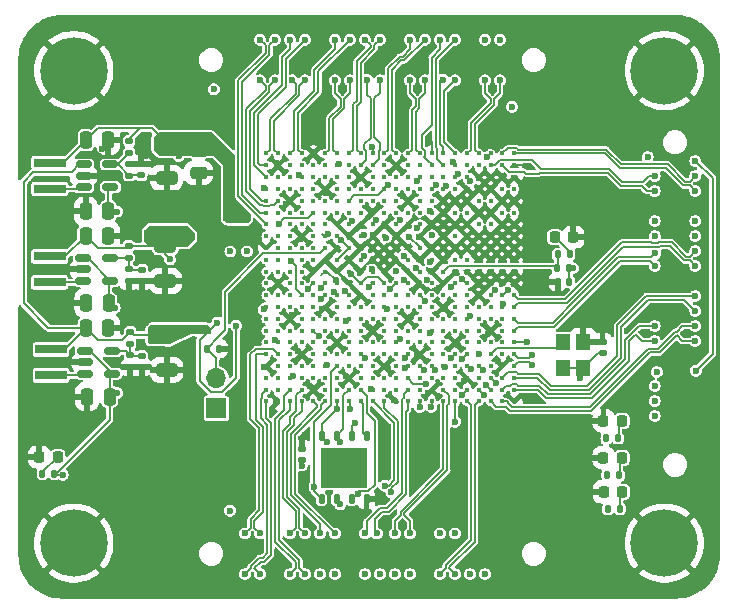
<source format=gbr>
%TF.GenerationSoftware,KiCad,Pcbnew,7.0.7-7.0.7~ubuntu22.04.1*%
%TF.CreationDate,2023-09-19T23:06:59+02:00*%
%TF.ProjectId,som_fpga,736f6d5f-6670-4676-912e-6b696361645f,rev?*%
%TF.SameCoordinates,Original*%
%TF.FileFunction,Copper,L1,Top*%
%TF.FilePolarity,Positive*%
%FSLAX46Y46*%
G04 Gerber Fmt 4.6, Leading zero omitted, Abs format (unit mm)*
G04 Created by KiCad (PCBNEW 7.0.7-7.0.7~ubuntu22.04.1) date 2023-09-19 23:06:59*
%MOMM*%
%LPD*%
G01*
G04 APERTURE LIST*
G04 Aperture macros list*
%AMRoundRect*
0 Rectangle with rounded corners*
0 $1 Rounding radius*
0 $2 $3 $4 $5 $6 $7 $8 $9 X,Y pos of 4 corners*
0 Add a 4 corners polygon primitive as box body*
4,1,4,$2,$3,$4,$5,$6,$7,$8,$9,$2,$3,0*
0 Add four circle primitives for the rounded corners*
1,1,$1+$1,$2,$3*
1,1,$1+$1,$4,$5*
1,1,$1+$1,$6,$7*
1,1,$1+$1,$8,$9*
0 Add four rect primitives between the rounded corners*
20,1,$1+$1,$2,$3,$4,$5,0*
20,1,$1+$1,$4,$5,$6,$7,0*
20,1,$1+$1,$6,$7,$8,$9,0*
20,1,$1+$1,$8,$9,$2,$3,0*%
G04 Aperture macros list end*
%TA.AperFunction,SMDPad,CuDef*%
%ADD10RoundRect,0.140000X-0.170000X0.140000X-0.170000X-0.140000X0.170000X-0.140000X0.170000X0.140000X0*%
%TD*%
%TA.AperFunction,SMDPad,CuDef*%
%ADD11RoundRect,0.135000X-0.135000X-0.185000X0.135000X-0.185000X0.135000X0.185000X-0.135000X0.185000X0*%
%TD*%
%TA.AperFunction,SMDPad,CuDef*%
%ADD12RoundRect,0.218750X-0.218750X-0.256250X0.218750X-0.256250X0.218750X0.256250X-0.218750X0.256250X0*%
%TD*%
%TA.AperFunction,ComponentPad*%
%ADD13R,1.700000X1.700000*%
%TD*%
%TA.AperFunction,ComponentPad*%
%ADD14O,1.700000X1.700000*%
%TD*%
%TA.AperFunction,ComponentPad*%
%ADD15C,5.700000*%
%TD*%
%TA.AperFunction,SMDPad,CuDef*%
%ADD16C,0.400000*%
%TD*%
%TA.AperFunction,SMDPad,CuDef*%
%ADD17R,1.200000X1.400000*%
%TD*%
%TA.AperFunction,SMDPad,CuDef*%
%ADD18RoundRect,0.250000X-0.650000X0.325000X-0.650000X-0.325000X0.650000X-0.325000X0.650000X0.325000X0*%
%TD*%
%TA.AperFunction,SMDPad,CuDef*%
%ADD19RoundRect,0.150000X-0.512500X-0.150000X0.512500X-0.150000X0.512500X0.150000X-0.512500X0.150000X0*%
%TD*%
%TA.AperFunction,SMDPad,CuDef*%
%ADD20R,2.700000X0.800000*%
%TD*%
%TA.AperFunction,SMDPad,CuDef*%
%ADD21RoundRect,0.250000X0.250000X0.475000X-0.250000X0.475000X-0.250000X-0.475000X0.250000X-0.475000X0*%
%TD*%
%TA.AperFunction,SMDPad,CuDef*%
%ADD22RoundRect,0.218750X0.218750X0.256250X-0.218750X0.256250X-0.218750X-0.256250X0.218750X-0.256250X0*%
%TD*%
%TA.AperFunction,SMDPad,CuDef*%
%ADD23RoundRect,0.140000X0.140000X0.170000X-0.140000X0.170000X-0.140000X-0.170000X0.140000X-0.170000X0*%
%TD*%
%TA.AperFunction,SMDPad,CuDef*%
%ADD24RoundRect,0.135000X0.185000X-0.135000X0.185000X0.135000X-0.185000X0.135000X-0.185000X-0.135000X0*%
%TD*%
%TA.AperFunction,SMDPad,CuDef*%
%ADD25RoundRect,0.135000X-0.185000X0.135000X-0.185000X-0.135000X0.185000X-0.135000X0.185000X0.135000X0*%
%TD*%
%TA.AperFunction,SMDPad,CuDef*%
%ADD26RoundRect,0.135000X0.135000X0.185000X-0.135000X0.185000X-0.135000X-0.185000X0.135000X-0.185000X0*%
%TD*%
%TA.AperFunction,SMDPad,CuDef*%
%ADD27RoundRect,0.140000X0.170000X-0.140000X0.170000X0.140000X-0.170000X0.140000X-0.170000X-0.140000X0*%
%TD*%
%TA.AperFunction,SMDPad,CuDef*%
%ADD28RoundRect,0.250000X-0.250000X-0.475000X0.250000X-0.475000X0.250000X0.475000X-0.250000X0.475000X0*%
%TD*%
%TA.AperFunction,SMDPad,CuDef*%
%ADD29RoundRect,0.125000X0.125000X-0.262500X0.125000X0.262500X-0.125000X0.262500X-0.125000X-0.262500X0*%
%TD*%
%TA.AperFunction,SMDPad,CuDef*%
%ADD30R,4.000000X3.400000*%
%TD*%
%TA.AperFunction,SMDPad,CuDef*%
%ADD31RoundRect,0.250000X-0.475000X0.250000X-0.475000X-0.250000X0.475000X-0.250000X0.475000X0.250000X0*%
%TD*%
%TA.AperFunction,ViaPad*%
%ADD32C,0.600000*%
%TD*%
%TA.AperFunction,Conductor*%
%ADD33C,0.127000*%
%TD*%
%TA.AperFunction,Conductor*%
%ADD34C,0.200000*%
%TD*%
%TA.AperFunction,Conductor*%
%ADD35C,0.133350*%
%TD*%
%TA.AperFunction,Conductor*%
%ADD36C,0.400000*%
%TD*%
G04 APERTURE END LIST*
D10*
%TO.P,C45,1*%
%TO.N,Net-(U3-FB)*%
X120919000Y-89214000D03*
%TO.P,C45,2*%
%TO.N,GND*%
X120919000Y-90174000D03*
%TD*%
D11*
%TO.P,R14,1*%
%TO.N,USER_LED2*%
X160360000Y-102200000D03*
%TO.P,R14,2*%
%TO.N,Net-(D4-A)*%
X161380000Y-102200000D03*
%TD*%
D12*
%TO.P,D5,1,K*%
%TO.N,GND*%
X159982500Y-94730000D03*
%TO.P,D5,2,A*%
%TO.N,Net-(D5-A)*%
X161557500Y-94730000D03*
%TD*%
D13*
%TO.P,J1,1,Pin_1*%
%TO.N,+3V3*%
X127200000Y-93675000D03*
D14*
%TO.P,J1,2,Pin_2*%
%TO.N,Net-(J1-Pin_2)*%
X127200000Y-91135000D03*
%TD*%
D15*
%TO.P,H3,1,1*%
%TO.N,GND*%
X165140000Y-105090000D03*
%TD*%
D16*
%TO.P,U1,A1,IO_L1N_T0_AD4N_35*%
%TO.N,CONN3.14_N*%
X152430000Y-72100000D03*
%TO.P,U1,A2,GND*%
%TO.N,GND*%
X152430000Y-73100000D03*
%TO.P,U1,A3,GND*%
X152430000Y-74100000D03*
%TO.P,U1,A4,MGTPTXN0_216*%
%TO.N,unconnected-(U1D-MGTPTXN0_216-PadA4)*%
X152430000Y-75100000D03*
%TO.P,U1,A5,GND*%
%TO.N,GND*%
X152430000Y-76100000D03*
%TO.P,U1,A6,MGTPTXN2_216*%
%TO.N,unconnected-(U1D-MGTPTXN2_216-PadA6)*%
X152430000Y-77100000D03*
%TO.P,U1,A7,GND*%
%TO.N,GND*%
X152430000Y-78100000D03*
%TO.P,U1,A8,MGTPRXN0_216*%
X152430000Y-79100000D03*
%TO.P,U1,A9,GND*%
X152430000Y-80100000D03*
%TO.P,U1,A10,MGTPRXN2_216*%
X152430000Y-81100000D03*
%TO.P,U1,A11,GND*%
X152430000Y-82100000D03*
%TO.P,U1,A12,GND*%
X152430000Y-83100000D03*
%TO.P,U1,A13,IO_L10P_T1_16*%
%TO.N,CONN3.10_P*%
X152430000Y-84100000D03*
%TO.P,U1,A14,IO_L10N_T1_16*%
%TO.N,CONN3.10_N*%
X152430000Y-85100000D03*
%TO.P,U1,A15,IO_L9P_T1_DQS_16*%
%TO.N,CONN3.9_P*%
X152430000Y-86100000D03*
%TO.P,U1,A16,IO_L9N_T1_DQS_16*%
%TO.N,CONN3.9_N*%
X152430000Y-87100000D03*
%TO.P,U1,A17,VCCO_16*%
%TO.N,+3V3*%
X152430000Y-88100000D03*
%TO.P,U1,A18,IO_L17P_T2_16*%
%TO.N,CONN3.7_P*%
X152430000Y-89100000D03*
%TO.P,U1,A19,IO_L17N_T2_16*%
%TO.N,CONN3.7_N*%
X152430000Y-90100000D03*
%TO.P,U1,A20,IO_L16N_T2_16*%
%TO.N,CONN3.8_N*%
X152430000Y-91100000D03*
%TO.P,U1,A21,IO_L21N_T3_DQS_16*%
%TO.N,CONN3.5_N*%
X152430000Y-92100000D03*
%TO.P,U1,A22,GND*%
%TO.N,GND*%
X152430000Y-93100000D03*
%TO.P,U1,AA1,IO_L7P_T1_34*%
%TO.N,CONN1.4_P*%
X132430000Y-72100000D03*
%TO.P,U1,AA2,GND*%
%TO.N,GND*%
X132430000Y-73100000D03*
%TO.P,U1,AA3,IO_L9N_T1_DQS_34*%
%TO.N,unconnected-(U1C-IO_L9N_T1_DQS_34-PadAA3)*%
X132430000Y-74100000D03*
%TO.P,U1,AA4,IO_L11N_T1_SRCC_34*%
%TO.N,unconnected-(U1C-IO_L11N_T1_SRCC_34-PadAA4)*%
X132430000Y-75100000D03*
%TO.P,U1,AA5,IO_L10P_T1_34*%
%TO.N,CONN1.2_P*%
X132430000Y-76100000D03*
%TO.P,U1,AA6,IO_L18N_T2_34*%
%TO.N,unconnected-(U1C-IO_L18N_T2_34-PadAA6)*%
X132430000Y-77100000D03*
%TO.P,U1,AA7,VCCO_34*%
%TO.N,+3V3*%
X132430000Y-78100000D03*
%TO.P,U1,AA8,IO_L22P_T3_34*%
%TO.N,unconnected-(U1C-IO_L22P_T3_34-PadAA8)*%
X132430000Y-79100000D03*
%TO.P,U1,AA9*%
%TO.N,N/C*%
X132430000Y-80100000D03*
%TO.P,U1,AA10*%
X132430000Y-81100000D03*
%TO.P,U1,AA11*%
X132430000Y-82100000D03*
%TO.P,U1,AA12,GND*%
%TO.N,GND*%
X132430000Y-83100000D03*
%TO.P,U1,AA13*%
%TO.N,N/C*%
X132430000Y-84100000D03*
%TO.P,U1,AA14*%
X132430000Y-85100000D03*
%TO.P,U1,AA15*%
X132430000Y-86100000D03*
%TO.P,U1,AA16*%
X132430000Y-87100000D03*
%TO.P,U1,AA17,VCCO_13*%
%TO.N,+3V3*%
X132430000Y-88100000D03*
%TO.P,U1,AA18,IO_L17P_T2_A14_D30_14*%
%TO.N,CONN2.14_P*%
X132430000Y-89100000D03*
%TO.P,U1,AA19,IO_L15P_T2_DQS_RDWR_B_14*%
%TO.N,unconnected-(U1A-IO_L15P_T2_DQS_RDWR_B_14-PadAA19)*%
X132430000Y-90100000D03*
%TO.P,U1,AA20,IO_L8P_T1_D11_14*%
%TO.N,unconnected-(U1A-IO_L8P_T1_D11_14-PadAA20)*%
X132430000Y-91100000D03*
%TO.P,U1,AA21,IO_L8N_T1_D12_14*%
%TO.N,unconnected-(U1A-IO_L8N_T1_D12_14-PadAA21)*%
X132430000Y-92100000D03*
%TO.P,U1,AA22,GND*%
%TO.N,GND*%
X132430000Y-93100000D03*
%TO.P,U1,AB1,IO_L7N_T1_34*%
%TO.N,CONN1.4_N*%
X131430000Y-72100000D03*
%TO.P,U1,AB2,IO_L8N_T1_34*%
%TO.N,CONN1.3_N*%
X131430000Y-73100000D03*
%TO.P,U1,AB3,IO_L8P_T1_34*%
%TO.N,CONN1.3_P*%
X131430000Y-74100000D03*
%TO.P,U1,AB4,VCCO_34*%
%TO.N,+3V3*%
X131430000Y-75100000D03*
%TO.P,U1,AB5,IO_L10N_T1_34*%
%TO.N,CONN1.2_N*%
X131430000Y-76100000D03*
%TO.P,U1,AB6,IO_L20N_T3_34*%
%TO.N,CONN1.1_N*%
X131430000Y-77100000D03*
%TO.P,U1,AB7,IO_L20P_T3_34*%
%TO.N,CONN1.1_P*%
X131430000Y-78100000D03*
%TO.P,U1,AB8,IO_L22N_T3_34*%
%TO.N,unconnected-(U1C-IO_L22N_T3_34-PadAB8)*%
X131430000Y-79100000D03*
%TO.P,U1,AB9,GND*%
%TO.N,GND*%
X131430000Y-80100000D03*
%TO.P,U1,AB10*%
%TO.N,N/C*%
X131430000Y-81100000D03*
%TO.P,U1,AB11*%
X131430000Y-82100000D03*
%TO.P,U1,AB12*%
X131430000Y-83100000D03*
%TO.P,U1,AB13*%
X131430000Y-84100000D03*
%TO.P,U1,AB14,VCCO_13*%
%TO.N,+3V3*%
X131430000Y-85100000D03*
%TO.P,U1,AB15*%
%TO.N,N/C*%
X131430000Y-86100000D03*
%TO.P,U1,AB16*%
X131430000Y-87100000D03*
%TO.P,U1,AB17*%
X131430000Y-88100000D03*
%TO.P,U1,AB18,IO_L17N_T2_A13_D29_14*%
%TO.N,CONN2.14_N*%
X131430000Y-89100000D03*
%TO.P,U1,AB19,GND*%
%TO.N,GND*%
X131430000Y-90100000D03*
%TO.P,U1,AB20,IO_L15N_T2_DQS_DOUT_CSO_B_14*%
%TO.N,unconnected-(U1A-IO_L15N_T2_DQS_DOUT_CSO_B_14-PadAB20)*%
X131430000Y-91100000D03*
%TO.P,U1,AB21,IO_L10P_T1_D14_14*%
%TO.N,CONN2.13_P*%
X131430000Y-92100000D03*
%TO.P,U1,AB22,IO_L10N_T1_D15_14*%
%TO.N,CONN2.13_N*%
X131430000Y-93100000D03*
%TO.P,U1,B1,IO_L1P_T0_AD4P_35*%
%TO.N,CONN3.14_P*%
X151430000Y-72100000D03*
%TO.P,U1,B2,IO_L2N_T0_AD12N_35*%
%TO.N,CONN3.13_N*%
X151430000Y-73100000D03*
%TO.P,U1,B3,GND*%
%TO.N,GND*%
X151430000Y-74100000D03*
%TO.P,U1,B4,MGTPTXP0_216*%
%TO.N,unconnected-(U1D-MGTPTXP0_216-PadB4)*%
X151430000Y-75100000D03*
%TO.P,U1,B5,MGTAVTT*%
%TO.N,GND*%
X151430000Y-76100000D03*
%TO.P,U1,B6,MGTPTXP2_216*%
%TO.N,unconnected-(U1D-MGTPTXP2_216-PadB6)*%
X151430000Y-77100000D03*
%TO.P,U1,B7,MGTAVTT*%
%TO.N,GND*%
X151430000Y-78100000D03*
%TO.P,U1,B8,MGTPRXP0_216*%
X151430000Y-79100000D03*
%TO.P,U1,B9,MGTAVTT*%
X151430000Y-80100000D03*
%TO.P,U1,B10,MGTPRXP2_216*%
X151430000Y-81100000D03*
%TO.P,U1,B11,MGTAVTT*%
X151430000Y-82100000D03*
%TO.P,U1,B12,GND*%
X151430000Y-83100000D03*
%TO.P,U1,B13,IO_L8N_T1_16*%
%TO.N,CONN3.11_N*%
X151430000Y-84100000D03*
%TO.P,U1,B14,VCCO_16*%
%TO.N,+3V3*%
X151430000Y-85100000D03*
%TO.P,U1,B15,IO_L7P_T1_16*%
%TO.N,unconnected-(U1B-IO_L7P_T1_16-PadB15)*%
X151430000Y-86100000D03*
%TO.P,U1,B16,IO_L7N_T1_16*%
%TO.N,unconnected-(U1B-IO_L7N_T1_16-PadB16)*%
X151430000Y-87100000D03*
%TO.P,U1,B17,IO_L11P_T1_SRCC_16*%
%TO.N,unconnected-(U1B-IO_L11P_T1_SRCC_16-PadB17)*%
X151430000Y-88100000D03*
%TO.P,U1,B18,IO_L11N_T1_SRCC_16*%
%TO.N,unconnected-(U1B-IO_L11N_T1_SRCC_16-PadB18)*%
X151430000Y-89100000D03*
%TO.P,U1,B19,GND*%
%TO.N,GND*%
X151430000Y-90100000D03*
%TO.P,U1,B20,IO_L16P_T2_16*%
%TO.N,CONN3.8_P*%
X151430000Y-91100000D03*
%TO.P,U1,B21,IO_L21P_T3_DQS_16*%
%TO.N,CONN3.5_P*%
X151430000Y-92100000D03*
%TO.P,U1,B22,IO_L20N_T3_16*%
%TO.N,CONN3.6_N*%
X151430000Y-93100000D03*
%TO.P,U1,C1,VCCO_35*%
%TO.N,+3V3*%
X150430000Y-72100000D03*
%TO.P,U1,C2,IO_L2P_T0_AD12P_35*%
%TO.N,CONN3.13_P*%
X150430000Y-73100000D03*
%TO.P,U1,C3,GND*%
%TO.N,GND*%
X150430000Y-74100000D03*
%TO.P,U1,C4,MGTAVTT*%
X150430000Y-75100000D03*
%TO.P,U1,C5,MGTPTXN1_216*%
%TO.N,unconnected-(U1D-MGTPTXN1_216-PadC5)*%
X150430000Y-76100000D03*
%TO.P,U1,C6,GND*%
%TO.N,GND*%
X150430000Y-77100000D03*
%TO.P,U1,C7,MGTPTXN3_216*%
%TO.N,unconnected-(U1D-MGTPTXN3_216-PadC7)*%
X150430000Y-78100000D03*
%TO.P,U1,C8,MGTAVTT*%
%TO.N,GND*%
X150430000Y-79100000D03*
%TO.P,U1,C9,MGTPRXN3_216*%
X150430000Y-80100000D03*
%TO.P,U1,C10,GND*%
X150430000Y-81100000D03*
%TO.P,U1,C11,MGTPRXN1_216*%
X150430000Y-82100000D03*
%TO.P,U1,C12,GND*%
X150430000Y-83100000D03*
%TO.P,U1,C13,IO_L8P_T1_16*%
%TO.N,CONN3.11_P*%
X150430000Y-84100000D03*
%TO.P,U1,C14,IO_L3P_T0_DQS_16*%
%TO.N,unconnected-(U1B-IO_L3P_T0_DQS_16-PadC14)*%
X150430000Y-85100000D03*
%TO.P,U1,C15,IO_L3N_T0_DQS_16*%
%TO.N,unconnected-(U1B-IO_L3N_T0_DQS_16-PadC15)*%
X150430000Y-86100000D03*
%TO.P,U1,C16,GND*%
%TO.N,GND*%
X150430000Y-87100000D03*
%TO.P,U1,C17,IO_L12N_T1_MRCC_16*%
%TO.N,unconnected-(U1B-IO_L12N_T1_MRCC_16-PadC17)*%
X150430000Y-88100000D03*
%TO.P,U1,C18,IO_L13P_T2_MRCC_16*%
%TO.N,Net-(U1B-IO_L13P_T2_MRCC_16)*%
X150430000Y-89100000D03*
%TO.P,U1,C19,IO_L13N_T2_MRCC_16*%
%TO.N,unconnected-(U1B-IO_L13N_T2_MRCC_16-PadC19)*%
X150430000Y-90100000D03*
%TO.P,U1,C20,IO_L19N_T3_VREF_16*%
%TO.N,USER_LED0*%
X150430000Y-91100000D03*
%TO.P,U1,C21,VCCO_16*%
%TO.N,+3V3*%
X150430000Y-92100000D03*
%TO.P,U1,C22,IO_L20P_T3_16*%
%TO.N,CONN3.6_P*%
X150430000Y-93100000D03*
%TO.P,U1,D1,IO_L3N_T0_DQS_AD5N_35*%
%TO.N,CONN1.14_N*%
X149430000Y-72100000D03*
%TO.P,U1,D2,IO_L4N_T0_35*%
%TO.N,unconnected-(U1C-IO_L4N_T0_35-PadD2)*%
X149430000Y-73100000D03*
%TO.P,U1,D3,GND*%
%TO.N,GND*%
X149430000Y-74100000D03*
%TO.P,U1,D4,GND*%
X149430000Y-75100000D03*
%TO.P,U1,D5,MGTPTXP1_216*%
%TO.N,unconnected-(U1D-MGTPTXP1_216-PadD5)*%
X149430000Y-76100000D03*
%TO.P,U1,D6,MGTAVCC*%
%TO.N,GND*%
X149430000Y-77100000D03*
%TO.P,U1,D7,MGTPTXP3_216*%
%TO.N,unconnected-(U1D-MGTPTXP3_216-PadD7)*%
X149430000Y-78100000D03*
%TO.P,U1,D8,GND*%
%TO.N,GND*%
X149430000Y-79100000D03*
%TO.P,U1,D9,MGTPRXP3_216*%
X149430000Y-80100000D03*
%TO.P,U1,D10,MGTAVCC*%
X149430000Y-81100000D03*
%TO.P,U1,D11,MGTPRXP1_216*%
X149430000Y-82100000D03*
%TO.P,U1,D12,GND*%
X149430000Y-83100000D03*
%TO.P,U1,D13,GND*%
X149430000Y-84100000D03*
%TO.P,U1,D14,IO_L6P_T0_16*%
%TO.N,unconnected-(U1B-IO_L6P_T0_16-PadD14)*%
X149430000Y-85100000D03*
%TO.P,U1,D15,IO_L6N_T0_VREF_16*%
%TO.N,unconnected-(U1B-IO_L6N_T0_VREF_16-PadD15)*%
X149430000Y-86100000D03*
%TO.P,U1,D16,IO_L5N_T0_16*%
%TO.N,unconnected-(U1B-IO_L5N_T0_16-PadD16)*%
X149430000Y-87100000D03*
%TO.P,U1,D17,IO_L12P_T1_MRCC_16*%
%TO.N,unconnected-(U1B-IO_L12P_T1_MRCC_16-PadD17)*%
X149430000Y-88100000D03*
%TO.P,U1,D18,VCCO_16*%
%TO.N,+3V3*%
X149430000Y-89100000D03*
%TO.P,U1,D19,IO_L14N_T2_SRCC_16*%
%TO.N,CONN2.1_N*%
X149430000Y-90100000D03*
%TO.P,U1,D20,IO_L19P_T3_16*%
%TO.N,unconnected-(U1B-IO_L19P_T3_16-PadD20)*%
X149430000Y-91100000D03*
%TO.P,U1,D21,IO_L23N_T3_16*%
%TO.N,CONN2.2_N*%
X149430000Y-92100000D03*
%TO.P,U1,D22,IO_L22N_T3_16*%
%TO.N,CONN2.3_N*%
X149430000Y-93100000D03*
%TO.P,U1,E1,IO_L3P_T0_DQS_AD5P_35*%
%TO.N,CONN1.14_P*%
X148430000Y-72100000D03*
%TO.P,U1,E2,IO_L4P_T0_35*%
%TO.N,unconnected-(U1C-IO_L4P_T0_35-PadE2)*%
X148430000Y-73100000D03*
%TO.P,U1,E3,IO_L6N_T0_VREF_35*%
%TO.N,CONN3.12_N*%
X148430000Y-74100000D03*
%TO.P,U1,E4,GND*%
%TO.N,GND*%
X148430000Y-75100000D03*
%TO.P,U1,E5,GND*%
X148430000Y-76100000D03*
%TO.P,U1,E6,MGTREFCLK0N_216*%
%TO.N,unconnected-(U1D-MGTREFCLK0N_216-PadE6)*%
X148430000Y-77100000D03*
%TO.P,U1,E7,GND*%
%TO.N,GND*%
X148430000Y-78100000D03*
%TO.P,U1,E8,MGTAVCC*%
X148430000Y-79100000D03*
%TO.P,U1,E9,GND*%
X148430000Y-80100000D03*
%TO.P,U1,E10,MGTREFCLK1N_216*%
%TO.N,unconnected-(U1D-MGTREFCLK1N_216-PadE10)*%
X148430000Y-81100000D03*
%TO.P,U1,E11,GND*%
%TO.N,GND*%
X148430000Y-82100000D03*
%TO.P,U1,E12,VCCBATT_0*%
%TO.N,+1V8*%
X148430000Y-83100000D03*
%TO.P,U1,E13,IO_L4P_T0_16*%
%TO.N,unconnected-(U1B-IO_L4P_T0_16-PadE13)*%
X148430000Y-84100000D03*
%TO.P,U1,E14,IO_L4N_T0_16*%
%TO.N,unconnected-(U1B-IO_L4N_T0_16-PadE14)*%
X148430000Y-85100000D03*
%TO.P,U1,E15,VCCO_16*%
%TO.N,+3V3*%
X148430000Y-86100000D03*
%TO.P,U1,E16,IO_L5P_T0_16*%
%TO.N,unconnected-(U1B-IO_L5P_T0_16-PadE16)*%
X148430000Y-87100000D03*
%TO.P,U1,E17,IO_L2N_T0_16*%
%TO.N,unconnected-(U1B-IO_L2N_T0_16-PadE17)*%
X148430000Y-88100000D03*
%TO.P,U1,E18,IO_L15N_T2_DQS_16*%
%TO.N,CONN2.4_N*%
X148430000Y-89100000D03*
%TO.P,U1,E19,IO_L14P_T2_SRCC_16*%
%TO.N,CONN2.1_P*%
X148430000Y-90100000D03*
%TO.P,U1,E20,GND*%
%TO.N,GND*%
X148430000Y-91100000D03*
%TO.P,U1,E21,IO_L23P_T3_16*%
%TO.N,CONN2.2_P*%
X148430000Y-92100000D03*
%TO.P,U1,E22,IO_L22P_T3_16*%
%TO.N,CONN2.3_P*%
X148430000Y-93100000D03*
%TO.P,U1,F1,IO_L5N_T0_AD13N_35*%
%TO.N,CONN1.12_N*%
X147430000Y-72100000D03*
%TO.P,U1,F2,VCCO_35*%
%TO.N,+3V3*%
X147430000Y-73100000D03*
%TO.P,U1,F3,IO_L6P_T0_35*%
%TO.N,CONN3.12_P*%
X147430000Y-74100000D03*
%TO.P,U1,F4,IO_0_35*%
%TO.N,unconnected-(U1C-IO_0_35-PadF4)*%
X147430000Y-75100000D03*
%TO.P,U1,F5,GND*%
%TO.N,GND*%
X147430000Y-76100000D03*
%TO.P,U1,F6,MGTREFCLK0P_216*%
%TO.N,unconnected-(U1D-MGTREFCLK0P_216-PadF6)*%
X147430000Y-77100000D03*
%TO.P,U1,F7,MGTAVCC*%
%TO.N,GND*%
X147430000Y-78100000D03*
%TO.P,U1,F8,MGTRREF_216*%
%TO.N,unconnected-(U1E-MGTRREF_216-PadF8)*%
X147430000Y-79100000D03*
%TO.P,U1,F9,MGTAVCC*%
%TO.N,GND*%
X147430000Y-80100000D03*
%TO.P,U1,F10,MGTREFCLK1P_216*%
%TO.N,unconnected-(U1D-MGTREFCLK1P_216-PadF10)*%
X147430000Y-81100000D03*
%TO.P,U1,F11,GND*%
%TO.N,GND*%
X147430000Y-82100000D03*
%TO.P,U1,F12,VCCO_0*%
%TO.N,+3V3*%
X147430000Y-83100000D03*
%TO.P,U1,F13,IO_L1P_T0_16*%
%TO.N,unconnected-(U1B-IO_L1P_T0_16-PadF13)*%
X147430000Y-84100000D03*
%TO.P,U1,F14,IO_L1N_T0_16*%
%TO.N,unconnected-(U1B-IO_L1N_T0_16-PadF14)*%
X147430000Y-85100000D03*
%TO.P,U1,F15,IO_0_16*%
%TO.N,unconnected-(U1B-IO_0_16-PadF15)*%
X147430000Y-86100000D03*
%TO.P,U1,F16,IO_L2P_T0_16*%
%TO.N,unconnected-(U1B-IO_L2P_T0_16-PadF16)*%
X147430000Y-87100000D03*
%TO.P,U1,F17,GND*%
%TO.N,GND*%
X147430000Y-88100000D03*
%TO.P,U1,F18,IO_L15P_T2_DQS_16*%
%TO.N,CONN2.4_P*%
X147430000Y-89100000D03*
%TO.P,U1,F19,IO_L18P_T2_16*%
%TO.N,unconnected-(U1B-IO_L18P_T2_16-PadF19)*%
X147430000Y-90100000D03*
%TO.P,U1,F20,IO_L18N_T2_16*%
%TO.N,unconnected-(U1B-IO_L18N_T2_16-PadF20)*%
X147430000Y-91100000D03*
%TO.P,U1,F21,IO_25_16*%
%TO.N,unconnected-(U1B-IO_25_16-PadF21)*%
X147430000Y-92100000D03*
%TO.P,U1,F22,VCCO_16*%
%TO.N,+3V3*%
X147430000Y-93100000D03*
%TO.P,U1,G1,IO_L5P_T0_AD13P_35*%
%TO.N,CONN1.12_P*%
X146430000Y-72100000D03*
%TO.P,U1,G2,IO_L8N_T1_AD14N_35*%
%TO.N,CONN1.11_N*%
X146430000Y-73100000D03*
%TO.P,U1,G3,IO_L11N_T1_SRCC_35*%
%TO.N,unconnected-(U1C-IO_L11N_T1_SRCC_35-PadG3)*%
X146430000Y-74100000D03*
%TO.P,U1,G4,IO_L12N_T1_MRCC_35*%
%TO.N,CONN1.13_N*%
X146430000Y-75100000D03*
%TO.P,U1,G5,GND*%
%TO.N,GND*%
X146430000Y-76100000D03*
%TO.P,U1,G6,GND*%
X146430000Y-77100000D03*
%TO.P,U1,G7,GND*%
X146430000Y-78100000D03*
%TO.P,U1,G8,GND*%
X146430000Y-79100000D03*
%TO.P,U1,G9,GND*%
X146430000Y-80100000D03*
%TO.P,U1,G10,GND*%
X146430000Y-81100000D03*
%TO.P,U1,G11,DONE_0*%
%TO.N,Net-(U1F-DONE_0)*%
X146430000Y-82100000D03*
%TO.P,U1,G12,GND*%
%TO.N,GND*%
X146430000Y-83100000D03*
%TO.P,U1,G13,IO_L1N_T0_AD0N_15*%
%TO.N,unconnected-(U1B-IO_L1N_T0_AD0N_15-PadG13)*%
X146430000Y-84100000D03*
%TO.P,U1,G14,GND*%
%TO.N,GND*%
X146430000Y-85100000D03*
%TO.P,U1,G15,IO_L2P_T0_AD8P_15*%
%TO.N,unconnected-(U1B-IO_L2P_T0_AD8P_15-PadG15)*%
X146430000Y-86100000D03*
%TO.P,U1,G16,IO_L2N_T0_AD8N_15*%
%TO.N,unconnected-(U1B-IO_L2N_T0_AD8N_15-PadG16)*%
X146430000Y-87100000D03*
%TO.P,U1,G17,IO_L4P_T0_15*%
%TO.N,unconnected-(U1B-IO_L4P_T0_15-PadG17)*%
X146430000Y-88100000D03*
%TO.P,U1,G18,IO_L4N_T0_15*%
%TO.N,unconnected-(U1B-IO_L4N_T0_15-PadG18)*%
X146430000Y-89100000D03*
%TO.P,U1,G19,VCCO_15*%
%TO.N,+3V3*%
X146430000Y-90100000D03*
%TO.P,U1,G20,IO_L8N_T1_AD10N_15*%
%TO.N,unconnected-(U1B-IO_L8N_T1_AD10N_15-PadG20)*%
X146430000Y-91100000D03*
%TO.P,U1,G21,IO_L24P_T3_16*%
%TO.N,CONN2.6_P*%
X146430000Y-92100000D03*
%TO.P,U1,G22,IO_L24N_T3_16*%
%TO.N,CONN2.6_N*%
X146430000Y-93100000D03*
%TO.P,U1,H1,GND*%
%TO.N,GND*%
X145430000Y-72100000D03*
%TO.P,U1,H2,IO_L8P_T1_AD14P_35*%
%TO.N,CONN1.11_P*%
X145430000Y-73100000D03*
%TO.P,U1,H3,IO_L11P_T1_SRCC_35*%
%TO.N,unconnected-(U1C-IO_L11P_T1_SRCC_35-PadH3)*%
X145430000Y-74100000D03*
%TO.P,U1,H4,IO_L12P_T1_MRCC_35*%
%TO.N,CONN1.13_P*%
X145430000Y-75100000D03*
%TO.P,U1,H5,IO_L10N_T1_AD15N_35*%
%TO.N,unconnected-(U1C-IO_L10N_T1_AD15N_35-PadH5)*%
X145430000Y-76100000D03*
%TO.P,U1,H6,VCCO_35*%
%TO.N,+3V3*%
X145430000Y-77100000D03*
%TO.P,U1,H7,GND*%
%TO.N,GND*%
X145430000Y-78100000D03*
%TO.P,U1,H8,VCCINT*%
%TO.N,+1V0*%
X145430000Y-79100000D03*
%TO.P,U1,H9,GND*%
%TO.N,GND*%
X145430000Y-80100000D03*
%TO.P,U1,H10,VCCINT*%
%TO.N,+1V0*%
X145430000Y-81100000D03*
%TO.P,U1,H11,GND*%
%TO.N,GND*%
X145430000Y-82100000D03*
%TO.P,U1,H12,VCCAUX*%
%TO.N,+1V8*%
X145430000Y-83100000D03*
%TO.P,U1,H13,IO_L1P_T0_AD0P_15*%
%TO.N,unconnected-(U1B-IO_L1P_T0_AD0P_15-PadH13)*%
X145430000Y-84100000D03*
%TO.P,U1,H14,IO_L3N_T0_DQS_AD1N_15*%
%TO.N,unconnected-(U1B-IO_L3N_T0_DQS_AD1N_15-PadH14)*%
X145430000Y-85100000D03*
%TO.P,U1,H15,IO_L5N_T0_AD9N_15*%
%TO.N,unconnected-(U1B-IO_L5N_T0_AD9N_15-PadH15)*%
X145430000Y-86100000D03*
%TO.P,U1,H16,VCCO_15*%
%TO.N,+3V3*%
X145430000Y-87100000D03*
%TO.P,U1,H17,IO_L6P_T0_15*%
%TO.N,unconnected-(U1B-IO_L6P_T0_15-PadH17)*%
X145430000Y-88100000D03*
%TO.P,U1,H18,IO_L6N_T0_VREF_15*%
%TO.N,unconnected-(U1B-IO_L6N_T0_VREF_15-PadH18)*%
X145430000Y-89100000D03*
%TO.P,U1,H19,IO_L12N_T1_MRCC_15*%
%TO.N,CONN2.5_N*%
X145430000Y-90100000D03*
%TO.P,U1,H20,IO_L8P_T1_AD10P_15*%
%TO.N,unconnected-(U1B-IO_L8P_T1_AD10P_15-PadH20)*%
X145430000Y-91100000D03*
%TO.P,U1,H21,GND*%
%TO.N,GND*%
X145430000Y-92100000D03*
%TO.P,U1,H22,IO_L7N_T1_AD2N_15*%
%TO.N,USER_LED1*%
X145430000Y-93100000D03*
%TO.P,U1,J1,IO_L7N_T1_AD6N_35*%
%TO.N,CONN1.10_N*%
X144430000Y-72100000D03*
%TO.P,U1,J2,IO_L9N_T1_DQS_AD7N_35*%
%TO.N,unconnected-(U1C-IO_L9N_T1_DQS_AD7N_35-PadJ2)*%
X144430000Y-73100000D03*
%TO.P,U1,J3,VCCO_35*%
%TO.N,+3V3*%
X144430000Y-74100000D03*
%TO.P,U1,J4,IO_L13N_T2_MRCC_35*%
%TO.N,unconnected-(U1C-IO_L13N_T2_MRCC_35-PadJ4)*%
X144430000Y-75100000D03*
%TO.P,U1,J5,IO_L10P_T1_AD15P_35*%
%TO.N,unconnected-(U1C-IO_L10P_T1_AD15P_35-PadJ5)*%
X144430000Y-76100000D03*
%TO.P,U1,J6,IO_L17N_T2_35*%
%TO.N,unconnected-(U1C-IO_L17N_T2_35-PadJ6)*%
X144430000Y-77100000D03*
%TO.P,U1,J7,VCCINT*%
%TO.N,+1V0*%
X144430000Y-78100000D03*
%TO.P,U1,J8,GND*%
%TO.N,GND*%
X144430000Y-79100000D03*
%TO.P,U1,J9,VCCINT*%
%TO.N,+1V0*%
X144430000Y-80100000D03*
%TO.P,U1,J10,GND*%
%TO.N,GND*%
X144430000Y-81100000D03*
%TO.P,U1,J11,VCCBRAM*%
%TO.N,+1V0*%
X144430000Y-82100000D03*
%TO.P,U1,J12,GND*%
%TO.N,GND*%
X144430000Y-83100000D03*
%TO.P,U1,J13,VCCO_15*%
%TO.N,+3V3*%
X144430000Y-84100000D03*
%TO.P,U1,J14,IO_L3P_T0_DQS_AD1P_15*%
%TO.N,unconnected-(U1B-IO_L3P_T0_DQS_AD1P_15-PadJ14)*%
X144430000Y-85100000D03*
%TO.P,U1,J15,IO_L5P_T0_AD9P_15*%
%TO.N,unconnected-(U1B-IO_L5P_T0_AD9P_15-PadJ15)*%
X144430000Y-86100000D03*
%TO.P,U1,J16,IO_0_15*%
%TO.N,unconnected-(U1B-IO_0_15-PadJ16)*%
X144430000Y-87100000D03*
%TO.P,U1,J17,IO_L21N_T3_DQS_A18_15*%
%TO.N,unconnected-(U1B-IO_L21N_T3_DQS_A18_15-PadJ17)*%
X144430000Y-88100000D03*
%TO.P,U1,J18,GND*%
%TO.N,GND*%
X144430000Y-89100000D03*
%TO.P,U1,J19,IO_L12P_T1_MRCC_15*%
%TO.N,CONN2.5_P*%
X144430000Y-90100000D03*
%TO.P,U1,J20,IO_L11P_T1_SRCC_15*%
%TO.N,unconnected-(U1B-IO_L11P_T1_SRCC_15-PadJ20)*%
X144430000Y-91100000D03*
%TO.P,U1,J21,IO_L11N_T1_SRCC_15*%
%TO.N,unconnected-(U1B-IO_L11N_T1_SRCC_15-PadJ21)*%
X144430000Y-92100000D03*
%TO.P,U1,J22,IO_L7P_T1_AD2P_15*%
%TO.N,USER_LED2*%
X144430000Y-93100000D03*
%TO.P,U1,K1,IO_L7P_T1_AD6P_35*%
%TO.N,CONN1.10_P*%
X143430000Y-72100000D03*
%TO.P,U1,K2,IO_L9P_T1_DQS_AD7P_35*%
%TO.N,unconnected-(U1C-IO_L9P_T1_DQS_AD7P_35-PadK2)*%
X143430000Y-73100000D03*
%TO.P,U1,K3,IO_L14N_T2_SRCC_35*%
%TO.N,unconnected-(U1C-IO_L14N_T2_SRCC_35-PadK3)*%
X143430000Y-74100000D03*
%TO.P,U1,K4,IO_L13P_T2_MRCC_35*%
%TO.N,unconnected-(U1C-IO_L13P_T2_MRCC_35-PadK4)*%
X143430000Y-75100000D03*
%TO.P,U1,K5,GND*%
%TO.N,GND*%
X143430000Y-76100000D03*
%TO.P,U1,K6,IO_L17P_T2_35*%
%TO.N,unconnected-(U1C-IO_L17P_T2_35-PadK6)*%
X143430000Y-77100000D03*
%TO.P,U1,K7,GND*%
%TO.N,GND*%
X143430000Y-78100000D03*
%TO.P,U1,K8,VCCINT*%
%TO.N,+1V0*%
X143430000Y-79100000D03*
%TO.P,U1,K9,GNDADC_0*%
%TO.N,GND*%
X143430000Y-80100000D03*
%TO.P,U1,K10,VCCADC_0*%
%TO.N,+1V8*%
X143430000Y-81100000D03*
%TO.P,U1,K11,GND*%
%TO.N,GND*%
X143430000Y-82100000D03*
%TO.P,U1,K12,VCCAUX*%
%TO.N,+1V8*%
X143430000Y-83100000D03*
%TO.P,U1,K13,IO_L19P_T3_A22_15*%
%TO.N,unconnected-(U1B-IO_L19P_T3_A22_15-PadK13)*%
X143430000Y-84100000D03*
%TO.P,U1,K14,IO_L19N_T3_A21_VREF_15*%
%TO.N,unconnected-(U1B-IO_L19N_T3_A21_VREF_15-PadK14)*%
X143430000Y-85100000D03*
%TO.P,U1,K15,GND*%
%TO.N,GND*%
X143430000Y-86100000D03*
%TO.P,U1,K16,IO_L23N_T3_FWE_B_15*%
%TO.N,unconnected-(U1B-IO_L23N_T3_FWE_B_15-PadK16)*%
X143430000Y-87100000D03*
%TO.P,U1,K17,IO_L21P_T3_DQS_15*%
%TO.N,unconnected-(U1B-IO_L21P_T3_DQS_15-PadK17)*%
X143430000Y-88100000D03*
%TO.P,U1,K18,IO_L13P_T2_MRCC_15*%
%TO.N,CONN2.7_P*%
X143430000Y-89100000D03*
%TO.P,U1,K19,IO_L13N_T2_MRCC_15*%
%TO.N,CONN2.7_N*%
X143430000Y-90100000D03*
%TO.P,U1,K20,VCCO_15*%
%TO.N,+3V3*%
X143430000Y-91100000D03*
%TO.P,U1,K21,IO_L9P_T1_DQS_AD3P_15*%
%TO.N,CONN2.8_P*%
X143430000Y-92100000D03*
%TO.P,U1,K22,IO_L9N_T1_DQS_AD3N_15*%
%TO.N,CONN2.8_N*%
X143430000Y-93100000D03*
%TO.P,U1,L1,IO_L15N_T2_DQS_35*%
%TO.N,CONN1.9_N*%
X142430000Y-72100000D03*
%TO.P,U1,L2,GND*%
%TO.N,GND*%
X142430000Y-73100000D03*
%TO.P,U1,L3,IO_L14P_T2_SRCC_35*%
%TO.N,unconnected-(U1C-IO_L14P_T2_SRCC_35-PadL3)*%
X142430000Y-74100000D03*
%TO.P,U1,L4,IO_L18N_T2_35*%
%TO.N,unconnected-(U1C-IO_L18N_T2_35-PadL4)*%
X142430000Y-75100000D03*
%TO.P,U1,L5,IO_L18P_T2_35*%
%TO.N,unconnected-(U1C-IO_L18P_T2_35-PadL5)*%
X142430000Y-76100000D03*
%TO.P,U1,L6,IO_25_35*%
%TO.N,unconnected-(U1C-IO_25_35-PadL6)*%
X142430000Y-77100000D03*
%TO.P,U1,L7,VCCINT*%
%TO.N,+1V0*%
X142430000Y-78100000D03*
%TO.P,U1,L8,GND*%
%TO.N,GND*%
X142430000Y-79100000D03*
%TO.P,U1,L9,VREFN_0*%
X142430000Y-80100000D03*
%TO.P,U1,L10,VP_0*%
X142430000Y-81100000D03*
%TO.P,U1,L11,VCCBRAM*%
%TO.N,+1V0*%
X142430000Y-82100000D03*
%TO.P,U1,L12,CCLK_0*%
%TO.N,FLASH_SCLK*%
X142430000Y-83100000D03*
%TO.P,U1,L13,IO_L20N_T3_A19_15*%
%TO.N,unconnected-(U1B-IO_L20N_T3_A19_15-PadL13)*%
X142430000Y-84100000D03*
%TO.P,U1,L14,IO_L22P_T3_A17_15*%
%TO.N,unconnected-(U1B-IO_L22P_T3_A17_15-PadL14)*%
X142430000Y-85100000D03*
%TO.P,U1,L15,IO_L22N_T3_A16_15*%
%TO.N,unconnected-(U1B-IO_L22N_T3_A16_15-PadL15)*%
X142430000Y-86100000D03*
%TO.P,U1,L16,IO_L23P_T3_FOE_B_15*%
%TO.N,unconnected-(U1B-IO_L23P_T3_FOE_B_15-PadL16)*%
X142430000Y-87100000D03*
%TO.P,U1,L17,VCCO_15*%
%TO.N,+3V3*%
X142430000Y-88100000D03*
%TO.P,U1,L18,IO_L16N_T2_A27_15*%
%TO.N,unconnected-(U1B-IO_L16N_T2_A27_15-PadL18)*%
X142430000Y-89100000D03*
%TO.P,U1,L19,IO_L14P_T2_SRCC_15*%
%TO.N,unconnected-(U1B-IO_L14P_T2_SRCC_15-PadL19)*%
X142430000Y-90100000D03*
%TO.P,U1,L20,IO_L14N_T2_SRCC_15*%
%TO.N,unconnected-(U1B-IO_L14N_T2_SRCC_15-PadL20)*%
X142430000Y-91100000D03*
%TO.P,U1,L21,IO_L10N_T1_AD11N_15*%
%TO.N,unconnected-(U1B-IO_L10N_T1_AD11N_15-PadL21)*%
X142430000Y-92100000D03*
%TO.P,U1,L22,GND*%
%TO.N,GND*%
X142430000Y-93100000D03*
%TO.P,U1,M1,IO_L15P_T2_DQS_35*%
%TO.N,CONN1.9_P*%
X141430000Y-72100000D03*
%TO.P,U1,M2,IO_L16N_T2_35*%
%TO.N,unconnected-(U1C-IO_L16N_T2_35-PadM2)*%
X141430000Y-73100000D03*
%TO.P,U1,M3,IO_L16P_T2_35*%
%TO.N,unconnected-(U1C-IO_L16P_T2_35-PadM3)*%
X141430000Y-74100000D03*
%TO.P,U1,M4,VCCO_35*%
%TO.N,+3V3*%
X141430000Y-75100000D03*
%TO.P,U1,M5,IO_L23N_T3_35*%
%TO.N,unconnected-(U1C-IO_L23N_T3_35-PadM5)*%
X141430000Y-76100000D03*
%TO.P,U1,M6,IO_L23P_T3_35*%
%TO.N,unconnected-(U1C-IO_L23P_T3_35-PadM6)*%
X141430000Y-77100000D03*
%TO.P,U1,M7,GND*%
%TO.N,GND*%
X141430000Y-78100000D03*
%TO.P,U1,M8,VCCINT*%
%TO.N,+1V0*%
X141430000Y-79100000D03*
%TO.P,U1,M9,VN_0*%
%TO.N,GND*%
X141430000Y-80100000D03*
%TO.P,U1,M10,VREFP_0*%
X141430000Y-81100000D03*
%TO.P,U1,M11,GND*%
X141430000Y-82100000D03*
%TO.P,U1,M12,VCCAUX*%
%TO.N,+1V8*%
X141430000Y-83100000D03*
%TO.P,U1,M13,IO_L20P_T3_A20_15*%
%TO.N,unconnected-(U1B-IO_L20P_T3_A20_15-PadM13)*%
X141430000Y-84100000D03*
%TO.P,U1,M14,VCCO_14*%
%TO.N,+3V3*%
X141430000Y-85100000D03*
%TO.P,U1,M15,IO_L24P_T3_RS1_15*%
%TO.N,unconnected-(U1B-IO_L24P_T3_RS1_15-PadM15)*%
X141430000Y-86100000D03*
%TO.P,U1,M16,IO_L24N_T3_RS0_15*%
%TO.N,unconnected-(U1B-IO_L24N_T3_RS0_15-PadM16)*%
X141430000Y-87100000D03*
%TO.P,U1,M17,IO_25_15*%
%TO.N,unconnected-(U1B-IO_25_15-PadM17)*%
X141430000Y-88100000D03*
%TO.P,U1,M18,IO_L16P_T2_A28_15*%
%TO.N,unconnected-(U1B-IO_L16P_T2_A28_15-PadM18)*%
X141430000Y-89100000D03*
%TO.P,U1,M19,GND*%
%TO.N,GND*%
X141430000Y-90100000D03*
%TO.P,U1,M20,IO_L18N_T2_A23_15*%
%TO.N,unconnected-(U1B-IO_L18N_T2_A23_15-PadM20)*%
X141430000Y-91100000D03*
%TO.P,U1,M21,IO_L10P_T1_AD11P_15*%
%TO.N,unconnected-(U1B-IO_L10P_T1_AD11P_15-PadM21)*%
X141430000Y-92100000D03*
%TO.P,U1,M22,IO_L15N_T2_DQS_ADV_B_15*%
%TO.N,CONN2.9_N*%
X141430000Y-93100000D03*
%TO.P,U1,N1,VCCO_35*%
%TO.N,+3V3*%
X140430000Y-72100000D03*
%TO.P,U1,N2,IO_L22N_T3_35*%
%TO.N,CONN1.8_N*%
X140430000Y-73100000D03*
%TO.P,U1,N3,IO_L19N_T3_VREF_35*%
%TO.N,unconnected-(U1C-IO_L19N_T3_VREF_35-PadN3)*%
X140430000Y-74100000D03*
%TO.P,U1,N4,IO_L19P_T3_35*%
%TO.N,unconnected-(U1C-IO_L19P_T3_35-PadN4)*%
X140430000Y-75100000D03*
%TO.P,U1,N5,IO_L24N_T3_35*%
%TO.N,unconnected-(U1C-IO_L24N_T3_35-PadN5)*%
X140430000Y-76100000D03*
%TO.P,U1,N6,GND*%
%TO.N,GND*%
X140430000Y-77100000D03*
%TO.P,U1,N7,VCCINT*%
%TO.N,+1V0*%
X140430000Y-78100000D03*
%TO.P,U1,N8,GND*%
%TO.N,GND*%
X140430000Y-79100000D03*
%TO.P,U1,N9,DXN_0*%
X140430000Y-80100000D03*
%TO.P,U1,N10,DXP_0*%
X140430000Y-81100000D03*
%TO.P,U1,N11,VCCBRAM*%
%TO.N,+1V0*%
X140430000Y-82100000D03*
%TO.P,U1,N12,PROGRAM_B_0*%
%TO.N,Net-(U1F-PROGRAM_B_0)*%
X140430000Y-83100000D03*
%TO.P,U1,N13,IO_L23P_T3_A03_D19_14*%
%TO.N,unconnected-(U1A-IO_L23P_T3_A03_D19_14-PadN13)*%
X140430000Y-84100000D03*
%TO.P,U1,N14,IO_L23N_T3_A02_D18_14*%
%TO.N,unconnected-(U1A-IO_L23N_T3_A02_D18_14-PadN14)*%
X140430000Y-85100000D03*
%TO.P,U1,N15,IO_25_14*%
%TO.N,unconnected-(U1A-IO_25_14-PadN15)*%
X140430000Y-86100000D03*
%TO.P,U1,N16,GND*%
%TO.N,GND*%
X140430000Y-87100000D03*
%TO.P,U1,N17,IO_L21P_T3_DQS_14*%
%TO.N,unconnected-(U1A-IO_L21P_T3_DQS_14-PadN17)*%
X140430000Y-88100000D03*
%TO.P,U1,N18,IO_L17P_T2_A26_15*%
%TO.N,unconnected-(U1B-IO_L17P_T2_A26_15-PadN18)*%
X140430000Y-89100000D03*
%TO.P,U1,N19,IO_L17N_T2_A25_15*%
%TO.N,unconnected-(U1B-IO_L17N_T2_A25_15-PadN19)*%
X140430000Y-90100000D03*
%TO.P,U1,N20,IO_L18P_T2_A24_15*%
%TO.N,unconnected-(U1B-IO_L18P_T2_A24_15-PadN20)*%
X140430000Y-91100000D03*
%TO.P,U1,N21,VCCO_15*%
%TO.N,+3V3*%
X140430000Y-92100000D03*
%TO.P,U1,N22,IO_L15P_T2_DQS_15*%
%TO.N,CONN2.9_P*%
X140430000Y-93100000D03*
%TO.P,U1,P1,IO_L20N_T3_35*%
%TO.N,CONN1.7_N*%
X139430000Y-72100000D03*
%TO.P,U1,P2,IO_L22P_T3_35*%
%TO.N,CONN1.8_P*%
X139430000Y-73100000D03*
%TO.P,U1,P3,GND*%
%TO.N,GND*%
X139430000Y-74100000D03*
%TO.P,U1,P4,IO_L21N_T3_DQS_35*%
%TO.N,unconnected-(U1C-IO_L21N_T3_DQS_35-PadP4)*%
X139430000Y-75100000D03*
%TO.P,U1,P5,IO_L21P_T3_DQS_35*%
%TO.N,unconnected-(U1C-IO_L21P_T3_DQS_35-PadP5)*%
X139430000Y-76100000D03*
%TO.P,U1,P6,IO_L24P_T3_35*%
%TO.N,unconnected-(U1C-IO_L24P_T3_35-PadP6)*%
X139430000Y-77100000D03*
%TO.P,U1,P7,GND*%
%TO.N,GND*%
X139430000Y-78100000D03*
%TO.P,U1,P8,VCCINT*%
%TO.N,+1V0*%
X139430000Y-79100000D03*
%TO.P,U1,P9,GND*%
%TO.N,GND*%
X139430000Y-80100000D03*
%TO.P,U1,P10,VCCINT*%
%TO.N,+1V0*%
X139430000Y-81100000D03*
%TO.P,U1,P11,GND*%
%TO.N,GND*%
X139430000Y-82100000D03*
%TO.P,U1,P12,VCCAUX*%
%TO.N,+1V8*%
X139430000Y-83100000D03*
%TO.P,U1,P13,GND*%
%TO.N,GND*%
X139430000Y-84100000D03*
%TO.P,U1,P14,IO_L19P_T3_A10_D26_14*%
%TO.N,unconnected-(U1A-IO_L19P_T3_A10_D26_14-PadP14)*%
X139430000Y-85100000D03*
%TO.P,U1,P15,IO_L22P_T3_A05_D21_14*%
%TO.N,unconnected-(U1A-IO_L22P_T3_A05_D21_14-PadP15)*%
X139430000Y-86100000D03*
%TO.P,U1,P16,IO_L24P_T3_A01_D17_14*%
%TO.N,unconnected-(U1A-IO_L24P_T3_A01_D17_14-PadP16)*%
X139430000Y-87100000D03*
%TO.P,U1,P17,IO_L21N_T3_DQS_A06_D22_14*%
%TO.N,unconnected-(U1A-IO_L21N_T3_DQS_A06_D22_14-PadP17)*%
X139430000Y-88100000D03*
%TO.P,U1,P18,VCCO_14*%
%TO.N,+3V3*%
X139430000Y-89100000D03*
%TO.P,U1,P19,IO_L5P_T0_D06_14*%
%TO.N,unconnected-(U1A-IO_L5P_T0_D06_14-PadP19)*%
X139430000Y-90100000D03*
%TO.P,U1,P20,IO_0_14*%
%TO.N,unconnected-(U1A-IO_0_14-PadP20)*%
X139430000Y-91100000D03*
%TO.P,U1,P21,IO_L2P_T0_D02_14*%
%TO.N,/FPGA_bank13_14/FLASH_D2*%
X139430000Y-92100000D03*
%TO.P,U1,P22,IO_L1P_T0_D00_MOSI_14*%
%TO.N,/FPGA_bank13_14/FLASH_D0*%
X139430000Y-93100000D03*
%TO.P,U1,R1,IO_L20P_T3_35*%
%TO.N,CONN1.7_P*%
X138430000Y-72100000D03*
%TO.P,U1,R2,IO_L3N_T0_DQS_34*%
%TO.N,unconnected-(U1C-IO_L3N_T0_DQS_34-PadR2)*%
X138430000Y-73100000D03*
%TO.P,U1,R3,IO_L3P_T0_DQS_34*%
%TO.N,unconnected-(U1C-IO_L3P_T0_DQS_34-PadR3)*%
X138430000Y-74100000D03*
%TO.P,U1,R4,IO_L13P_T2_MRCC_34*%
%TO.N,unconnected-(U1C-IO_L13P_T2_MRCC_34-PadR4)*%
X138430000Y-75100000D03*
%TO.P,U1,R5,VCCO_34*%
%TO.N,+3V3*%
X138430000Y-76100000D03*
%TO.P,U1,R6,IO_L17P_T2_34*%
%TO.N,unconnected-(U1C-IO_L17P_T2_34-PadR6)*%
X138430000Y-77100000D03*
%TO.P,U1,R7,VCCINT*%
%TO.N,+1V0*%
X138430000Y-78100000D03*
%TO.P,U1,R8,GND*%
%TO.N,GND*%
X138430000Y-79100000D03*
%TO.P,U1,R9,VCCINT*%
%TO.N,+1V0*%
X138430000Y-80100000D03*
%TO.P,U1,R10,GND*%
%TO.N,GND*%
X138430000Y-81100000D03*
%TO.P,U1,R11,VCCAUX*%
%TO.N,+1V8*%
X138430000Y-82100000D03*
%TO.P,U1,R12,GND*%
%TO.N,GND*%
X138430000Y-83100000D03*
%TO.P,U1,R13,TDI_0*%
%TO.N,JTAG_TDI*%
X138430000Y-84100000D03*
%TO.P,U1,R14,IO_L19N_T3_A09_D25_VREF_14*%
%TO.N,unconnected-(U1A-IO_L19N_T3_A09_D25_VREF_14-PadR14)*%
X138430000Y-85100000D03*
%TO.P,U1,R15,VCCO_14*%
%TO.N,+3V3*%
X138430000Y-86100000D03*
%TO.P,U1,R16,IO_L22N_T3_A04_D20_14*%
%TO.N,unconnected-(U1A-IO_L22N_T3_A04_D20_14-PadR16)*%
X138430000Y-87100000D03*
%TO.P,U1,R17,IO_L24N_T3_A00_D16_14*%
%TO.N,unconnected-(U1A-IO_L24N_T3_A00_D16_14-PadR17)*%
X138430000Y-88100000D03*
%TO.P,U1,R18,IO_L20P_T3_A08_D24_14*%
%TO.N,unconnected-(U1A-IO_L20P_T3_A08_D24_14-PadR18)*%
X138430000Y-89100000D03*
%TO.P,U1,R19,IO_L5N_T0_D07_14*%
%TO.N,unconnected-(U1A-IO_L5N_T0_D07_14-PadR19)*%
X138430000Y-90100000D03*
%TO.P,U1,R20,GND*%
%TO.N,GND*%
X138430000Y-91100000D03*
%TO.P,U1,R21,IO_L2N_T0_D03_14*%
%TO.N,/FPGA_bank13_14/FLASH_D3*%
X138430000Y-92100000D03*
%TO.P,U1,R22,IO_L1N_T0_D01_DIN_14*%
%TO.N,/FPGA_bank13_14/FLASH_D1*%
X138430000Y-93100000D03*
%TO.P,U1,T1,IO_L1P_T0_34*%
%TO.N,CONN1.6_P*%
X137430000Y-72100000D03*
%TO.P,U1,T2,VCCO_34*%
%TO.N,+3V3*%
X137430000Y-73100000D03*
%TO.P,U1,T3,IO_0_34*%
%TO.N,unconnected-(U1C-IO_0_34-PadT3)*%
X137430000Y-74100000D03*
%TO.P,U1,T4,IO_L13N_T2_MRCC_34*%
%TO.N,unconnected-(U1C-IO_L13N_T2_MRCC_34-PadT4)*%
X137430000Y-75100000D03*
%TO.P,U1,T5,IO_L14P_T2_SRCC_34*%
%TO.N,unconnected-(U1C-IO_L14P_T2_SRCC_34-PadT5)*%
X137430000Y-76100000D03*
%TO.P,U1,T6,IO_L17N_T2_34*%
%TO.N,unconnected-(U1C-IO_L17N_T2_34-PadT6)*%
X137430000Y-77100000D03*
%TO.P,U1,T7,GND*%
%TO.N,GND*%
X137430000Y-78100000D03*
%TO.P,U1,T8,VCCINT*%
%TO.N,+1V0*%
X137430000Y-79100000D03*
%TO.P,U1,T9,GND*%
%TO.N,GND*%
X137430000Y-80100000D03*
%TO.P,U1,T10,VCCINT*%
%TO.N,+1V0*%
X137430000Y-81100000D03*
%TO.P,U1,T11,GND*%
%TO.N,GND*%
X137430000Y-82100000D03*
%TO.P,U1,T12,VCCO_0*%
%TO.N,+3V3*%
X137430000Y-83100000D03*
%TO.P,U1,T13,TMS_0*%
%TO.N,JTAG_TMS*%
X137430000Y-84100000D03*
%TO.P,U1,T14*%
%TO.N,N/C*%
X137430000Y-85100000D03*
%TO.P,U1,T15*%
X137430000Y-86100000D03*
%TO.P,U1,T16*%
X137430000Y-87100000D03*
%TO.P,U1,T17,GND*%
%TO.N,GND*%
X137430000Y-88100000D03*
%TO.P,U1,T18,IO_L20N_T3_A07_D23_14*%
%TO.N,unconnected-(U1A-IO_L20N_T3_A07_D23_14-PadT18)*%
X137430000Y-89100000D03*
%TO.P,U1,T19,IO_L6P_T0_FCS_B_14*%
%TO.N,/FPGA_bank13_14/FLASH_CS*%
X137430000Y-90100000D03*
%TO.P,U1,T20,IO_L6N_T0_D08_VREF_14*%
%TO.N,unconnected-(U1A-IO_L6N_T0_D08_VREF_14-PadT20)*%
X137430000Y-91100000D03*
%TO.P,U1,T21,IO_L4P_T0_D04_14*%
%TO.N,unconnected-(U1A-IO_L4P_T0_D04_14-PadT21)*%
X137430000Y-92100000D03*
%TO.P,U1,T22,VCCO_14*%
%TO.N,+3V3*%
X137430000Y-93100000D03*
%TO.P,U1,U1,IO_L1N_T0_34*%
%TO.N,CONN1.6_N*%
X136430000Y-72100000D03*
%TO.P,U1,U2,IO_L2P_T0_34*%
%TO.N,unconnected-(U1C-IO_L2P_T0_34-PadU2)*%
X136430000Y-73100000D03*
%TO.P,U1,U3,IO_L6P_T0_34*%
%TO.N,unconnected-(U1C-IO_L6P_T0_34-PadU3)*%
X136430000Y-74100000D03*
%TO.P,U1,U4,GND*%
%TO.N,GND*%
X136430000Y-75100000D03*
%TO.P,U1,U5,IO_L14N_T2_SRCC_34*%
%TO.N,unconnected-(U1C-IO_L14N_T2_SRCC_34-PadU5)*%
X136430000Y-76100000D03*
%TO.P,U1,U6,IO_L16P_T2_34*%
%TO.N,unconnected-(U1C-IO_L16P_T2_34-PadU6)*%
X136430000Y-77100000D03*
%TO.P,U1,U7,IO_25_34*%
%TO.N,unconnected-(U1C-IO_25_34-PadU7)*%
X136430000Y-78100000D03*
%TO.P,U1,U8,CFGBVS_0*%
%TO.N,Net-(U1F-CFGBVS_0)*%
X136430000Y-79100000D03*
%TO.P,U1,U9,M2_0*%
%TO.N,Net-(J1-Pin_2)*%
X136430000Y-80100000D03*
%TO.P,U1,U10,M1_0*%
%TO.N,GND*%
X136430000Y-81100000D03*
%TO.P,U1,U11,M0_0*%
%TO.N,+3V3*%
X136430000Y-82100000D03*
%TO.P,U1,U12,INIT_B_0*%
%TO.N,Net-(U1F-INIT_B_0)*%
X136430000Y-83100000D03*
%TO.P,U1,U13,TDO_0*%
%TO.N,JTAG_TDO*%
X136430000Y-84100000D03*
%TO.P,U1,U14,GND*%
%TO.N,GND*%
X136430000Y-85100000D03*
%TO.P,U1,U15*%
%TO.N,N/C*%
X136430000Y-86100000D03*
%TO.P,U1,U16*%
X136430000Y-87100000D03*
%TO.P,U1,U17,IO_L18P_T2_A12_D28_14*%
%TO.N,unconnected-(U1A-IO_L18P_T2_A12_D28_14-PadU17)*%
X136430000Y-88100000D03*
%TO.P,U1,U18,IO_L18N_T2_A11_D27_14*%
%TO.N,unconnected-(U1A-IO_L18N_T2_A11_D27_14-PadU18)*%
X136430000Y-89100000D03*
%TO.P,U1,U19,VCCO_14*%
%TO.N,+3V3*%
X136430000Y-90100000D03*
%TO.P,U1,U20,IO_L11P_T1_SRCC_14*%
%TO.N,unconnected-(U1A-IO_L11P_T1_SRCC_14-PadU20)*%
X136430000Y-91100000D03*
%TO.P,U1,U21,IO_L4N_T0_D05_14*%
%TO.N,unconnected-(U1A-IO_L4N_T0_D05_14-PadU21)*%
X136430000Y-92100000D03*
%TO.P,U1,U22,IO_L3P_T0_DQS_PUDC_B_14*%
%TO.N,CONN2.10_P*%
X136430000Y-93100000D03*
%TO.P,U1,V1,GND*%
%TO.N,GND*%
X135430000Y-72100000D03*
%TO.P,U1,V2,IO_L2N_T0_34*%
%TO.N,unconnected-(U1C-IO_L2N_T0_34-PadV2)*%
X135430000Y-73100000D03*
%TO.P,U1,V3,IO_L6N_T0_VREF_34*%
%TO.N,unconnected-(U1C-IO_L6N_T0_VREF_34-PadV3)*%
X135430000Y-74100000D03*
%TO.P,U1,V4,IO_L12P_T1_MRCC_34*%
%TO.N,unconnected-(U1C-IO_L12P_T1_MRCC_34-PadV4)*%
X135430000Y-75100000D03*
%TO.P,U1,V5,IO_L16N_T2_34*%
%TO.N,unconnected-(U1C-IO_L16N_T2_34-PadV5)*%
X135430000Y-76100000D03*
%TO.P,U1,V6,VCCO_34*%
%TO.N,+3V3*%
X135430000Y-77100000D03*
%TO.P,U1,V7,IO_L19P_T3_34*%
%TO.N,unconnected-(U1C-IO_L19P_T3_34-PadV7)*%
X135430000Y-78100000D03*
%TO.P,U1,V8,IO_L21N_T3_DQS_34*%
%TO.N,unconnected-(U1C-IO_L21N_T3_DQS_34-PadV8)*%
X135430000Y-79100000D03*
%TO.P,U1,V9,IO_L21P_T3_DQS_34*%
%TO.N,unconnected-(U1C-IO_L21P_T3_DQS_34-PadV9)*%
X135430000Y-80100000D03*
%TO.P,U1,V10*%
%TO.N,N/C*%
X135430000Y-81100000D03*
%TO.P,U1,V11,GND*%
%TO.N,GND*%
X135430000Y-82100000D03*
%TO.P,U1,V12,TCK_0*%
%TO.N,JTAG_TCK*%
X135430000Y-83100000D03*
%TO.P,U1,V13*%
%TO.N,N/C*%
X135430000Y-84100000D03*
%TO.P,U1,V14*%
X135430000Y-85100000D03*
%TO.P,U1,V15*%
X135430000Y-86100000D03*
%TO.P,U1,V16,VCCO_13*%
%TO.N,+3V3*%
X135430000Y-87100000D03*
%TO.P,U1,V17,IO_L16P_T2_CSI_B_14*%
%TO.N,unconnected-(U1A-IO_L16P_T2_CSI_B_14-PadV17)*%
X135430000Y-88100000D03*
%TO.P,U1,V18,IO_L14P_T2_SRCC_14*%
%TO.N,unconnected-(U1A-IO_L14P_T2_SRCC_14-PadV18)*%
X135430000Y-89100000D03*
%TO.P,U1,V19,IO_L14N_T2_SRCC_14*%
%TO.N,unconnected-(U1A-IO_L14N_T2_SRCC_14-PadV19)*%
X135430000Y-90100000D03*
%TO.P,U1,V20,IO_L11N_T1_SRCC_14*%
%TO.N,unconnected-(U1A-IO_L11N_T1_SRCC_14-PadV20)*%
X135430000Y-91100000D03*
%TO.P,U1,V21,GND*%
%TO.N,GND*%
X135430000Y-92100000D03*
%TO.P,U1,V22,IO_L3N_T0_DQS_EMCCLK_14*%
%TO.N,CONN2.10_N*%
X135430000Y-93100000D03*
%TO.P,U1,W1,IO_L5P_T0_34*%
%TO.N,CONN1.5_P*%
X134430000Y-72100000D03*
%TO.P,U1,W2,IO_L4P_T0_34*%
%TO.N,unconnected-(U1C-IO_L4P_T0_34-PadW2)*%
X134430000Y-73100000D03*
%TO.P,U1,W3,VCCO_34*%
%TO.N,+3V3*%
X134430000Y-74100000D03*
%TO.P,U1,W4,IO_L12N_T1_MRCC_34*%
%TO.N,unconnected-(U1C-IO_L12N_T1_MRCC_34-PadW4)*%
X134430000Y-75100000D03*
%TO.P,U1,W5,IO_L15N_T2_DQS_34*%
%TO.N,unconnected-(U1C-IO_L15N_T2_DQS_34-PadW5)*%
X134430000Y-76100000D03*
%TO.P,U1,W6,IO_L15P_T2_DQS_34*%
%TO.N,unconnected-(U1C-IO_L15P_T2_DQS_34-PadW6)*%
X134430000Y-77100000D03*
%TO.P,U1,W7,IO_L19N_T3_VREF_34*%
%TO.N,unconnected-(U1C-IO_L19N_T3_VREF_34-PadW7)*%
X134430000Y-78100000D03*
%TO.P,U1,W8,GND*%
%TO.N,GND*%
X134430000Y-79100000D03*
%TO.P,U1,W9,IO_L24P_T3_34*%
%TO.N,unconnected-(U1C-IO_L24P_T3_34-PadW9)*%
X134430000Y-80100000D03*
%TO.P,U1,W10*%
%TO.N,N/C*%
X134430000Y-81100000D03*
%TO.P,U1,W11*%
X134430000Y-82100000D03*
%TO.P,U1,W12*%
X134430000Y-83100000D03*
%TO.P,U1,W13,VCCO_13*%
%TO.N,+3V3*%
X134430000Y-84100000D03*
%TO.P,U1,W14*%
%TO.N,N/C*%
X134430000Y-85100000D03*
%TO.P,U1,W15*%
X134430000Y-86100000D03*
%TO.P,U1,W16*%
X134430000Y-87100000D03*
%TO.P,U1,W17,IO_L16N_T2_A15_D31_14*%
%TO.N,unconnected-(U1A-IO_L16N_T2_A15_D31_14-PadW17)*%
X134430000Y-88100000D03*
%TO.P,U1,W18,GND*%
%TO.N,GND*%
X134430000Y-89100000D03*
%TO.P,U1,W19,IO_L12P_T1_MRCC_14*%
%TO.N,unconnected-(U1A-IO_L12P_T1_MRCC_14-PadW19)*%
X134430000Y-90100000D03*
%TO.P,U1,W20,IO_L12N_T1_MRCC_14*%
%TO.N,unconnected-(U1A-IO_L12N_T1_MRCC_14-PadW20)*%
X134430000Y-91100000D03*
%TO.P,U1,W21,IO_L7P_T1_D09_14*%
%TO.N,CONN2.12_P*%
X134430000Y-92100000D03*
%TO.P,U1,W22,IO_L7N_T1_D10_14*%
%TO.N,CONN2.12_N*%
X134430000Y-93100000D03*
%TO.P,U1,Y1,IO_L5N_T0_34*%
%TO.N,CONN1.5_N*%
X133430000Y-72100000D03*
%TO.P,U1,Y2,IO_L4N_T0_34*%
%TO.N,unconnected-(U1C-IO_L4N_T0_34-PadY2)*%
X133430000Y-73100000D03*
%TO.P,U1,Y3,IO_L9P_T1_DQS_34*%
%TO.N,unconnected-(U1C-IO_L9P_T1_DQS_34-PadY3)*%
X133430000Y-74100000D03*
%TO.P,U1,Y4,IO_L11P_T1_SRCC_34*%
%TO.N,unconnected-(U1C-IO_L11P_T1_SRCC_34-PadY4)*%
X133430000Y-75100000D03*
%TO.P,U1,Y5,GND*%
%TO.N,GND*%
X133430000Y-76100000D03*
%TO.P,U1,Y6,IO_L18P_T2_34*%
%TO.N,unconnected-(U1C-IO_L18P_T2_34-PadY6)*%
X133430000Y-77100000D03*
%TO.P,U1,Y7,IO_L23N_T3_34*%
%TO.N,unconnected-(U1C-IO_L23N_T3_34-PadY7)*%
X133430000Y-78100000D03*
%TO.P,U1,Y8,IO_L23P_T3_34*%
%TO.N,unconnected-(U1C-IO_L23P_T3_34-PadY8)*%
X133430000Y-79100000D03*
%TO.P,U1,Y9,IO_L24N_T3_34*%
%TO.N,unconnected-(U1C-IO_L24N_T3_34-PadY9)*%
X133430000Y-80100000D03*
%TO.P,U1,Y10,VCCO_13*%
%TO.N,+3V3*%
X133430000Y-81100000D03*
%TO.P,U1,Y11*%
%TO.N,N/C*%
X133430000Y-82100000D03*
%TO.P,U1,Y12*%
X133430000Y-83100000D03*
%TO.P,U1,Y13*%
X133430000Y-84100000D03*
%TO.P,U1,Y14*%
X133430000Y-85100000D03*
%TO.P,U1,Y15,GND*%
%TO.N,GND*%
X133430000Y-86100000D03*
%TO.P,U1,Y16*%
%TO.N,N/C*%
X133430000Y-87100000D03*
%TO.P,U1,Y17*%
X133430000Y-88100000D03*
%TO.P,U1,Y18,IO_L13P_T2_MRCC_14*%
%TO.N,unconnected-(U1A-IO_L13P_T2_MRCC_14-PadY18)*%
X133430000Y-89100000D03*
%TO.P,U1,Y19,IO_L13N_T2_MRCC_14*%
%TO.N,unconnected-(U1A-IO_L13N_T2_MRCC_14-PadY19)*%
X133430000Y-90100000D03*
%TO.P,U1,Y20,VCCO_14*%
%TO.N,+3V3*%
X133430000Y-91100000D03*
%TO.P,U1,Y21,IO_L9P_T1_DQS_14*%
%TO.N,CONN2.11_P*%
X133430000Y-92100000D03*
%TO.P,U1,Y22,IO_L9N_T1_DQS_D13_14*%
%TO.N,CONN2.11_N*%
X133430000Y-93100000D03*
%TD*%
D17*
%TO.P,X1,1,OE*%
%TO.N,+3V3*%
X158250000Y-90300000D03*
%TO.P,X1,2,GND*%
%TO.N,GND*%
X158250000Y-88100000D03*
%TO.P,X1,3,OUT*%
%TO.N,Net-(U1B-IO_L13P_T2_MRCC_16)*%
X156550000Y-88100000D03*
%TO.P,X1,4,Vcc*%
%TO.N,+3V3*%
X156550000Y-90300000D03*
%TD*%
D15*
%TO.P,H1,1,1*%
%TO.N,GND*%
X165140000Y-65090000D03*
%TD*%
D18*
%TO.P,C33,1*%
%TO.N,+1V0*%
X122881500Y-79944000D03*
%TO.P,C33,2*%
%TO.N,GND*%
X122881500Y-82894000D03*
%TD*%
D19*
%TO.P,U3,1,EN*%
%TO.N,+5V*%
X116081500Y-88844000D03*
%TO.P,U3,2,GND*%
%TO.N,GND*%
X116081500Y-89794000D03*
%TO.P,U3,3,SW*%
%TO.N,Net-(U3-SW)*%
X116081500Y-90744000D03*
%TO.P,U3,4,VIN*%
%TO.N,+5V*%
X118356500Y-90744000D03*
%TO.P,U3,5,FB*%
%TO.N,Net-(U3-FB)*%
X118356500Y-88844000D03*
%TD*%
D20*
%TO.P,L3,1*%
%TO.N,Net-(U4-SW)*%
X113094000Y-83019000D03*
%TO.P,L3,2*%
%TO.N,+1V0*%
X113094000Y-80819000D03*
%TD*%
D11*
%TO.P,R19,1*%
%TO.N,USER_LED0*%
X160220000Y-96210000D03*
%TO.P,R19,2*%
%TO.N,Net-(D5-A)*%
X161240000Y-96210000D03*
%TD*%
D21*
%TO.P,C3,1*%
%TO.N,+5V*%
X118169000Y-92694000D03*
%TO.P,C3,2*%
%TO.N,GND*%
X116269000Y-92694000D03*
%TD*%
D22*
%TO.P,D1,1,K*%
%TO.N,GND*%
X157437500Y-79170000D03*
%TO.P,D1,2,A*%
%TO.N,Net-(D1-A)*%
X155862500Y-79170000D03*
%TD*%
D12*
%TO.P,D4,1,K*%
%TO.N,GND*%
X159992500Y-100750000D03*
%TO.P,D4,2,A*%
%TO.N,Net-(D4-A)*%
X161567500Y-100750000D03*
%TD*%
D23*
%TO.P,C18,1*%
%TO.N,+3V3*%
X157070000Y-82950000D03*
%TO.P,C18,2*%
%TO.N,GND*%
X156110000Y-82950000D03*
%TD*%
D11*
%TO.P,R11,1*%
%TO.N,Net-(U1F-DONE_0)*%
X156080000Y-81800000D03*
%TO.P,R11,2*%
%TO.N,+3V3*%
X157100000Y-81800000D03*
%TD*%
D20*
%TO.P,L2,1*%
%TO.N,Net-(U3-SW)*%
X113219000Y-90894000D03*
%TO.P,L2,2*%
%TO.N,+1V8*%
X113219000Y-88694000D03*
%TD*%
D24*
%TO.P,R2,1*%
%TO.N,Net-(U2-FB)*%
X119839000Y-73984000D03*
%TO.P,R2,2*%
%TO.N,GND*%
X119839000Y-72964000D03*
%TD*%
D25*
%TO.P,R4,1*%
%TO.N,+1V8*%
X119919000Y-87184000D03*
%TO.P,R4,2*%
%TO.N,Net-(U3-FB)*%
X119919000Y-88204000D03*
%TD*%
D26*
%TO.P,R13,1*%
%TO.N,+5V*%
X113497500Y-99200000D03*
%TO.P,R13,2*%
%TO.N,Net-(D2-A)*%
X112477500Y-99200000D03*
%TD*%
D18*
%TO.P,C24,1*%
%TO.N,+1V8*%
X123006500Y-87469000D03*
%TO.P,C24,2*%
%TO.N,GND*%
X123006500Y-90419000D03*
%TD*%
D25*
%TO.P,R6,1*%
%TO.N,Net-(U4-FB)*%
X119794000Y-81909000D03*
%TO.P,R6,2*%
%TO.N,GND*%
X119794000Y-82929000D03*
%TD*%
D15*
%TO.P,H2,1,1*%
%TO.N,GND*%
X115140000Y-65090000D03*
%TD*%
D25*
%TO.P,R3,1*%
%TO.N,Net-(U3-FB)*%
X119919000Y-89184000D03*
%TO.P,R3,2*%
%TO.N,GND*%
X119919000Y-90204000D03*
%TD*%
D27*
%TO.P,C15,1*%
%TO.N,+3V3*%
X159900000Y-89000000D03*
%TO.P,C15,2*%
%TO.N,GND*%
X159900000Y-88040000D03*
%TD*%
D19*
%TO.P,U2,1,EN*%
%TO.N,+1V8*%
X115964000Y-73034000D03*
%TO.P,U2,2,GND*%
%TO.N,GND*%
X115964000Y-73984000D03*
%TO.P,U2,3,SW*%
%TO.N,Net-(U2-SW)*%
X115964000Y-74934000D03*
%TO.P,U2,4,VIN*%
%TO.N,+5V*%
X118239000Y-74934000D03*
%TO.P,U2,5,FB*%
%TO.N,Net-(U2-FB)*%
X118239000Y-73034000D03*
%TD*%
D25*
%TO.P,R5,1*%
%TO.N,+1V0*%
X119794000Y-79909000D03*
%TO.P,R5,2*%
%TO.N,Net-(U4-FB)*%
X119794000Y-80929000D03*
%TD*%
D12*
%TO.P,D2,1,K*%
%TO.N,GND*%
X112212500Y-97800000D03*
%TO.P,D2,2,A*%
%TO.N,Net-(D2-A)*%
X113787500Y-97800000D03*
%TD*%
D20*
%TO.P,L1,1*%
%TO.N,Net-(U2-SW)*%
X113101500Y-75084000D03*
%TO.P,L1,2*%
%TO.N,+3V3*%
X113101500Y-72884000D03*
%TD*%
D28*
%TO.P,C6,1*%
%TO.N,+1V0*%
X116144000Y-79069000D03*
%TO.P,C6,2*%
%TO.N,GND*%
X118044000Y-79069000D03*
%TD*%
D25*
%TO.P,R1,1*%
%TO.N,+3V3*%
X119839000Y-71024000D03*
%TO.P,R1,2*%
%TO.N,Net-(U2-FB)*%
X119839000Y-72044000D03*
%TD*%
D11*
%TO.P,R12,1*%
%TO.N,USER_LED1*%
X160280000Y-99340000D03*
%TO.P,R12,2*%
%TO.N,Net-(D3-A)*%
X161300000Y-99340000D03*
%TD*%
D18*
%TO.P,C23,1*%
%TO.N,+3V3*%
X123001500Y-71209000D03*
%TO.P,C23,2*%
%TO.N,GND*%
X123001500Y-74159000D03*
%TD*%
D26*
%TO.P,R18,1*%
%TO.N,Net-(D1-A)*%
X157110000Y-80650000D03*
%TO.P,R18,2*%
%TO.N,Net-(U1F-DONE_0)*%
X156090000Y-80650000D03*
%TD*%
D29*
%TO.P,U5,1,~{CS}*%
%TO.N,/FPGA_bank13_14/FLASH_CS*%
X136110000Y-101365000D03*
%TO.P,U5,2,SO/SIO1*%
%TO.N,/FPGA_bank13_14/FLASH_D1*%
X137380000Y-101365000D03*
%TO.P,U5,3,~{WP}/SIO2*%
%TO.N,/FPGA_bank13_14/FLASH_D2*%
X138650000Y-101365000D03*
%TO.P,U5,4,GND*%
%TO.N,GND*%
X139920000Y-101365000D03*
%TO.P,U5,5,SI/SIO0*%
%TO.N,/FPGA_bank13_14/FLASH_D0*%
X139920000Y-96040000D03*
%TO.P,U5,6,SCLK*%
%TO.N,FLASH_SCLK*%
X138650000Y-96040000D03*
%TO.P,U5,7,~{RESET}/SIO3*%
%TO.N,/FPGA_bank13_14/FLASH_D3*%
X137380000Y-96040000D03*
%TO.P,U5,8,VCC*%
%TO.N,+3V3*%
X136110000Y-96040000D03*
D30*
%TO.P,U5,9*%
%TO.N,N/C*%
X138015000Y-98702500D03*
%TD*%
D28*
%TO.P,C4,1*%
%TO.N,+1V8*%
X116169000Y-86894000D03*
%TO.P,C4,2*%
%TO.N,GND*%
X118069000Y-86894000D03*
%TD*%
D27*
%TO.P,C44,1*%
%TO.N,Net-(U2-FB)*%
X120864000Y-73964000D03*
%TO.P,C44,2*%
%TO.N,GND*%
X120864000Y-73004000D03*
%TD*%
%TO.P,C17,1*%
%TO.N,+3V3*%
X134450000Y-98090000D03*
%TO.P,C17,2*%
%TO.N,GND*%
X134450000Y-97130000D03*
%TD*%
D10*
%TO.P,C46,1*%
%TO.N,Net-(U4-FB)*%
X120944000Y-81939000D03*
%TO.P,C46,2*%
%TO.N,GND*%
X120944000Y-82899000D03*
%TD*%
D21*
%TO.P,C5,1*%
%TO.N,+5V*%
X118094000Y-84769000D03*
%TO.P,C5,2*%
%TO.N,GND*%
X116194000Y-84769000D03*
%TD*%
D12*
%TO.P,D3,1,K*%
%TO.N,GND*%
X159982500Y-97860000D03*
%TO.P,D3,2,A*%
%TO.N,Net-(D3-A)*%
X161557500Y-97860000D03*
%TD*%
D21*
%TO.P,C1,1*%
%TO.N,+5V*%
X118051500Y-76984000D03*
%TO.P,C1,2*%
%TO.N,GND*%
X116151500Y-76984000D03*
%TD*%
D15*
%TO.P,H4,1,1*%
%TO.N,GND*%
X115140000Y-105090000D03*
%TD*%
D11*
%TO.P,R8,1*%
%TO.N,Net-(J1-Pin_2)*%
X126390000Y-88625000D03*
%TO.P,R8,2*%
%TO.N,GND*%
X127410000Y-88625000D03*
%TD*%
D28*
%TO.P,C2,1*%
%TO.N,+3V3*%
X116151500Y-70984000D03*
%TO.P,C2,2*%
%TO.N,GND*%
X118051500Y-70984000D03*
%TD*%
D31*
%TO.P,C10,1*%
%TO.N,+3V3*%
X125700000Y-71850000D03*
%TO.P,C10,2*%
%TO.N,GND*%
X125700000Y-73750000D03*
%TD*%
D19*
%TO.P,U4,1,EN*%
%TO.N,+5V*%
X115956500Y-80969000D03*
%TO.P,U4,2,GND*%
%TO.N,GND*%
X115956500Y-81919000D03*
%TO.P,U4,3,SW*%
%TO.N,Net-(U4-SW)*%
X115956500Y-82869000D03*
%TO.P,U4,4,VIN*%
%TO.N,+5V*%
X118231500Y-82869000D03*
%TO.P,U4,5,FB*%
%TO.N,Net-(U4-FB)*%
X118231500Y-80969000D03*
%TD*%
D32*
%TO.N,USER_LED1*%
X145393500Y-93560000D03*
X160280000Y-99340000D03*
%TO.N,USER_LED2*%
X160360000Y-102200000D03*
X144430000Y-93570000D03*
%TO.N,USER_LED0*%
X150850000Y-91530000D03*
X160220000Y-96210000D03*
%TO.N,CONN3.5_N*%
X164325000Y-87977500D03*
%TO.N,CONN3.6_P*%
X167755000Y-87977500D03*
%TO.N,CONN3.5_P*%
X164325000Y-86707500D03*
%TO.N,CONN3.6_N*%
X167755000Y-86707500D03*
%TO.N,CONN3.7_P*%
X153900000Y-89200000D03*
%TO.N,CONN3.8_N*%
X167755000Y-85437500D03*
%TO.N,CONN3.7_N*%
X153900000Y-90000000D03*
%TO.N,CONN3.8_P*%
X167755000Y-84167500D03*
%TO.N,CONN3.9_P*%
X164354058Y-80553680D03*
%TO.N,CONN3.10_N*%
X167755000Y-81627500D03*
%TO.N,CONN3.9_N*%
X164325000Y-81627500D03*
%TO.N,CONN3.10_P*%
X167755000Y-80357500D03*
%TO.N,CONN3.11_N*%
X164325000Y-79087500D03*
X151858529Y-83696609D03*
%TO.N,CONN3.12_N*%
X148690000Y-74410000D03*
X167755000Y-79087500D03*
%TO.N,CONN3.11_P*%
X150840000Y-83690000D03*
X164325000Y-77817500D03*
%TO.N,CONN3.12_P*%
X167755000Y-77817500D03*
X147700000Y-73840000D03*
%TO.N,CONN3.13_N*%
X164325000Y-75277500D03*
%TO.N,CONN3.14_N*%
X167755000Y-75277500D03*
%TO.N,CONN3.13_P*%
X164325000Y-74007500D03*
%TO.N,CONN3.14_P*%
X167755000Y-74007500D03*
%TO.N,+5V*%
X114200000Y-99300000D03*
X118814000Y-77019000D03*
X118594000Y-85154000D03*
X127000000Y-66650000D03*
X118819000Y-92379000D03*
%TO.N,GND*%
X135100000Y-91800000D03*
X150200000Y-87400000D03*
X142500000Y-73200000D03*
X147700000Y-88300000D03*
X141700000Y-90300000D03*
X117514000Y-71719000D03*
X147400000Y-100070000D03*
X153670000Y-73230000D03*
X145170000Y-70880000D03*
X138200000Y-90900000D03*
X134750000Y-95920000D03*
X136168097Y-85230252D03*
X147000000Y-101900000D03*
X139300000Y-74300000D03*
X133600000Y-85800000D03*
X132300000Y-72900000D03*
X154910000Y-82240000D03*
X143690000Y-85970000D03*
X137430000Y-88100000D03*
X134400000Y-79300000D03*
X133100000Y-76400000D03*
X154950000Y-83300000D03*
X154110000Y-92890000D03*
X146085805Y-83491039D03*
X121214000Y-72319000D03*
X134100000Y-88800000D03*
X131230000Y-90180000D03*
X148160000Y-91350000D03*
X140135000Y-86805000D03*
X142250000Y-92940000D03*
X146430000Y-78100000D03*
X136512690Y-75405402D03*
X132400000Y-83000000D03*
X147400000Y-98370000D03*
X132280000Y-92950000D03*
X144720000Y-96100000D03*
X144710000Y-97180000D03*
X147400000Y-96510000D03*
X144720000Y-98550000D03*
X144210000Y-88970000D03*
X145085500Y-92400000D03*
X142984593Y-75665407D03*
X134700000Y-99650000D03*
X141350000Y-95250000D03*
X146600000Y-85300000D03*
X151092897Y-89712915D03*
X128060000Y-89690000D03*
%TO.N,+1V8*%
X143105411Y-80775078D03*
X126000000Y-87000000D03*
X127290000Y-86430000D03*
X124800000Y-87000000D03*
X148045892Y-82768366D03*
X128890000Y-86690000D03*
X145060000Y-82790000D03*
X138600000Y-82300000D03*
X143105405Y-82775066D03*
%TO.N,+1V0*%
X142423198Y-82082069D03*
X141560000Y-79220000D03*
X140754626Y-77775001D03*
X121800000Y-78600000D03*
X124200000Y-79700000D03*
X139735378Y-80784469D03*
X122700000Y-78600000D03*
X139687432Y-78998278D03*
X144105416Y-81775088D03*
X124780000Y-79030000D03*
X145488443Y-79035239D03*
X143540000Y-79150000D03*
X142754598Y-77775061D03*
X123294000Y-81054000D03*
X140360000Y-81920000D03*
X137754866Y-79424562D03*
X123600000Y-78600000D03*
X138713235Y-77793925D03*
X145310000Y-81260000D03*
X144235549Y-78376653D03*
%TO.N,Net-(U1F-CFGBVS_0)*%
X136700000Y-78890000D03*
%TO.N,+3V3*%
X128400000Y-80400000D03*
X132490000Y-78030000D03*
X145270000Y-87310000D03*
X128400000Y-72600000D03*
X137600000Y-73000000D03*
X148640000Y-85880000D03*
X158000000Y-91100000D03*
X133500000Y-81200000D03*
X128400000Y-75000000D03*
X145300000Y-77000000D03*
X147210000Y-72860000D03*
X150105107Y-72424576D03*
X137300000Y-82800000D03*
X134200000Y-73900000D03*
X128400000Y-73400000D03*
X141717051Y-74737891D03*
X149430000Y-89100000D03*
X167810000Y-90490000D03*
X141630000Y-85250000D03*
X131200000Y-75000000D03*
X157400000Y-81800000D03*
X152250000Y-68150000D03*
X132200000Y-87900000D03*
X147105416Y-83424912D03*
X129500000Y-77400000D03*
X129800000Y-80400000D03*
X140300000Y-92000000D03*
X139813742Y-89430953D03*
X146600000Y-90200000D03*
X144897942Y-84580064D03*
X136560000Y-96502998D03*
X167755000Y-72737500D03*
X136600000Y-90000000D03*
X137400000Y-93700000D03*
X128400000Y-75800000D03*
X128362500Y-102337500D03*
X140410000Y-71580000D03*
X134430000Y-98520000D03*
X133700000Y-90900000D03*
X131200000Y-85300000D03*
X128400000Y-74200000D03*
X144161826Y-74453945D03*
X135904991Y-87586496D03*
X142754572Y-87775112D03*
X144930000Y-91590000D03*
X150010000Y-91680000D03*
X147410000Y-94810000D03*
X153500000Y-88037000D03*
X163720000Y-72400000D03*
X138160088Y-86269485D03*
X124014000Y-72319000D03*
X128700000Y-77400000D03*
X151510000Y-84820000D03*
%TO.N,Net-(U1F-INIT_B_0)*%
X136024509Y-83468596D03*
%TO.N,Net-(U1F-PROGRAM_B_0)*%
X140145000Y-83385000D03*
%TO.N,FLASH_SCLK*%
X141948560Y-83592537D03*
X138920000Y-94890000D03*
%TO.N,/FPGA_bank13_14/FLASH_D2*%
X139188100Y-100955282D03*
%TO.N,/FPGA_bank13_14/FLASH_D3*%
X137660000Y-96502998D03*
%TO.N,/FPGA_bank13_14/FLASH_D1*%
X137680000Y-101810000D03*
X138529500Y-93750000D03*
%TO.N,/FPGA_bank13_14/FLASH_CS*%
X135515498Y-100310000D03*
%TO.N,CONN1.1_P*%
X130902500Y-62475000D03*
%TO.N,CONN1.2_P*%
X130902500Y-65905000D03*
%TO.N,CONN1.1_N*%
X132172500Y-62475000D03*
%TO.N,CONN1.2_N*%
X132172500Y-65905000D03*
%TO.N,CONN1.3_P*%
X133442500Y-62475000D03*
%TO.N,CONN1.4_P*%
X134712500Y-65905000D03*
%TO.N,CONN1.3_N*%
X134712500Y-62475000D03*
%TO.N,CONN1.4_N*%
X133638700Y-65905000D03*
%TO.N,CONN1.5_P*%
X138522500Y-62475000D03*
%TO.N,CONN1.6_P*%
X138522500Y-65905000D03*
%TO.N,CONN1.5_N*%
X137252500Y-62475000D03*
%TO.N,CONN1.6_N*%
X137252500Y-65905000D03*
%TO.N,CONN1.7_P*%
X139792500Y-62475000D03*
%TO.N,CONN1.8_P*%
X139988680Y-65875942D03*
%TO.N,CONN1.7_N*%
X141062500Y-62475000D03*
%TO.N,CONN1.8_N*%
X141062500Y-65905000D03*
%TO.N,CONN1.9_P*%
X143602500Y-62475000D03*
%TO.N,CONN1.10_P*%
X143602500Y-65905000D03*
%TO.N,CONN1.9_N*%
X144872500Y-62475000D03*
%TO.N,CONN1.10_N*%
X144872500Y-65905000D03*
%TO.N,CONN1.11_P*%
X146142500Y-62475000D03*
%TO.N,CONN1.12_P*%
X146390000Y-65860000D03*
%TO.N,CONN1.11_N*%
X147412500Y-62475000D03*
%TO.N,CONN1.12_N*%
X147412500Y-65905000D03*
%TO.N,CONN1.13_P*%
X145794585Y-74807507D03*
X149952500Y-62475000D03*
%TO.N,CONN1.14_P*%
X149952500Y-65905000D03*
%TO.N,CONN1.13_N*%
X146660000Y-74880000D03*
X151222500Y-62475000D03*
%TO.N,CONN1.14_N*%
X151222500Y-65905000D03*
%TO.N,CONN2.1_P*%
X148780000Y-90370000D03*
X148682500Y-107705000D03*
%TO.N,CONN2.2_P*%
X148028188Y-92527417D03*
%TO.N,CONN2.1_N*%
X149750000Y-90430000D03*
X149952500Y-107705000D03*
%TO.N,CONN2.2_N*%
X149860000Y-92510000D03*
%TO.N,CONN2.3_P*%
X146142500Y-107705000D03*
%TO.N,CONN2.4_P*%
X146142500Y-104275000D03*
X147060000Y-89410000D03*
%TO.N,CONN2.3_N*%
X147412500Y-107705000D03*
%TO.N,CONN2.4_N*%
X148040000Y-89460000D03*
X147412500Y-104275000D03*
%TO.N,CONN2.5_P*%
X144810000Y-90450000D03*
X142332500Y-107705000D03*
%TO.N,CONN2.6_P*%
X143602500Y-104275000D03*
%TO.N,CONN2.5_N*%
X143602500Y-107705000D03*
X145715153Y-90461257D03*
%TO.N,CONN2.6_N*%
X142332500Y-104275000D03*
%TO.N,CONN2.7_P*%
X141062500Y-107705000D03*
X143210000Y-89380000D03*
%TO.N,CONN2.8_P*%
X139792500Y-104275000D03*
%TO.N,CONN2.7_N*%
X143210000Y-90280000D03*
X139792500Y-107705000D03*
%TO.N,CONN2.8_N*%
X140793500Y-104275000D03*
%TO.N,CONN2.9_P*%
X141462142Y-100221794D03*
X135982500Y-107705000D03*
%TO.N,CONN2.10_P*%
X137252500Y-104275000D03*
%TO.N,CONN2.9_N*%
X137252500Y-107705000D03*
X142027828Y-100787480D03*
%TO.N,CONN2.10_N*%
X135982500Y-104275000D03*
%TO.N,CONN2.11_P*%
X133442500Y-107705000D03*
%TO.N,CONN2.12_P*%
X133442500Y-104275000D03*
%TO.N,CONN2.11_N*%
X134712500Y-107705000D03*
%TO.N,CONN2.12_N*%
X134712500Y-104275000D03*
%TO.N,CONN2.13_P*%
X129632500Y-107705000D03*
%TO.N,CONN2.14_P*%
X129632500Y-104275000D03*
%TO.N,CONN2.13_N*%
X130902500Y-107705000D03*
%TO.N,CONN2.14_N*%
X130902500Y-104275000D03*
%TO.N,JTAG_TDI*%
X138092897Y-83712915D03*
X164500000Y-90600000D03*
%TO.N,JTAG_TMS*%
X164325000Y-94327500D03*
X137200000Y-83800000D03*
%TO.N,JTAG_TDO*%
X136100000Y-84400000D03*
X164325000Y-91787500D03*
%TO.N,JTAG_TCK*%
X134943044Y-83597827D03*
X164325000Y-93057500D03*
%TD*%
D33*
%TO.N,USER_LED1*%
X145430000Y-93100000D02*
X145430000Y-93523500D01*
X145430000Y-93523500D02*
X145393500Y-93560000D01*
%TO.N,USER_LED2*%
X144430000Y-93100000D02*
X144430000Y-93570000D01*
D34*
%TO.N,USER_LED0*%
X150430000Y-91100000D02*
X150430000Y-91110000D01*
X150430000Y-91110000D02*
X150850000Y-91530000D01*
D35*
%TO.N,CONN3.5_N*%
X162766675Y-87509175D02*
X163235000Y-87977500D01*
X152430000Y-92100000D02*
X154424284Y-92100000D01*
X162166675Y-89667609D02*
X162166675Y-88009041D01*
X162666541Y-87509175D02*
X162766675Y-87509175D01*
X163235000Y-87977500D02*
X164325000Y-87977500D01*
X159021409Y-92812875D02*
X162166675Y-89667609D01*
X162166675Y-88009041D02*
X162666541Y-87509175D01*
X154424284Y-92100000D02*
X155137159Y-92812875D01*
X155137159Y-92812875D02*
X159021409Y-92812875D01*
%TO.N,CONN3.6_P*%
X158950015Y-93900005D02*
X163903345Y-88946675D01*
X150430000Y-93100000D02*
X150890000Y-93560000D01*
X166196675Y-87509175D02*
X166665000Y-87977500D01*
X152098626Y-93900005D02*
X158950015Y-93900005D01*
X151765296Y-93566675D02*
X152098626Y-93900005D01*
X151060000Y-93560000D02*
X151066675Y-93566675D01*
X151066675Y-93566675D02*
X151765296Y-93566675D01*
X166176541Y-87509175D02*
X166196675Y-87509175D01*
X164739041Y-88946675D02*
X166176541Y-87509175D01*
X166665000Y-87977500D02*
X167755000Y-87977500D01*
X163903345Y-88946675D02*
X164739041Y-88946675D01*
X150890000Y-93560000D02*
X151060000Y-93560000D01*
%TO.N,CONN3.5_P*%
X161833325Y-89529531D02*
X161833325Y-87870959D01*
X152103371Y-91766650D02*
X152236696Y-91633325D01*
X151763350Y-91766650D02*
X152103371Y-91766650D01*
X151430000Y-92100000D02*
X151763350Y-91766650D01*
X152623304Y-91633325D02*
X152756629Y-91766650D01*
X152236696Y-91633325D02*
X152623304Y-91633325D01*
X155275241Y-92479525D02*
X158883331Y-92479525D01*
X161833325Y-87870959D02*
X162996784Y-86707500D01*
X152756629Y-91766650D02*
X154562366Y-91766650D01*
X162996784Y-86707500D02*
X164325000Y-86707500D01*
X154562366Y-91766650D02*
X155275241Y-92479525D01*
X158883331Y-92479525D02*
X161833325Y-89529531D01*
%TO.N,CONN3.6_N*%
X151963325Y-93283325D02*
X151963325Y-93293304D01*
X166196675Y-87175825D02*
X166665000Y-86707500D01*
X151780000Y-93100000D02*
X151963325Y-93283325D01*
X164600959Y-88613325D02*
X166038459Y-87175825D01*
X152236696Y-93566675D02*
X158811913Y-93566675D01*
X158811913Y-93566675D02*
X163765263Y-88613325D01*
X151430000Y-93100000D02*
X151780000Y-93100000D01*
X163765263Y-88613325D02*
X164600959Y-88613325D01*
X151963325Y-93293304D02*
X152236696Y-93566675D01*
X166038459Y-87175825D02*
X166196675Y-87175825D01*
X166665000Y-86707500D02*
X167755000Y-86707500D01*
%TO.N,CONN3.7_P*%
X153666676Y-89433324D02*
X153900000Y-89200000D01*
X152763324Y-89433324D02*
X153666676Y-89433324D01*
X152430000Y-89100000D02*
X152763324Y-89433324D01*
%TO.N,CONN3.8_N*%
X161466675Y-86779041D02*
X163744865Y-84500851D01*
X154374284Y-91100000D02*
X155420959Y-92146675D01*
X158744753Y-92146675D02*
X161466675Y-89424753D01*
X155420959Y-92146675D02*
X158744753Y-92146675D01*
X166818351Y-84500851D02*
X167755000Y-85437500D01*
X161466675Y-89424753D02*
X161466675Y-86779041D01*
X152430000Y-91100000D02*
X154374284Y-91100000D01*
X163744865Y-84500851D02*
X166818351Y-84500851D01*
%TO.N,CONN3.7_N*%
X152430000Y-90100000D02*
X152763324Y-89766676D01*
X153666676Y-89766676D02*
X153900000Y-90000000D01*
X152763324Y-89766676D02*
X153666676Y-89766676D01*
%TO.N,CONN3.8_P*%
X151900000Y-90630000D02*
X151930000Y-90630000D01*
X161133325Y-86640959D02*
X163606784Y-84167500D01*
X161133325Y-89286675D02*
X161133325Y-86640959D01*
X151430000Y-91100000D02*
X151900000Y-90630000D01*
X151930000Y-90630000D02*
X151933325Y-90633325D01*
X151933325Y-90633325D02*
X152623304Y-90633325D01*
X154512366Y-90766650D02*
X155559041Y-91813325D01*
X158606675Y-91813325D02*
X161133325Y-89286675D01*
X155559041Y-91813325D02*
X158606675Y-91813325D01*
X163606784Y-84167500D02*
X167755000Y-84167500D01*
X152623304Y-90633325D02*
X152756629Y-90766650D01*
X152756629Y-90766650D02*
X154512366Y-90766650D01*
%TO.N,CONN3.9_P*%
X161214998Y-80900000D02*
X164007738Y-80900000D01*
X152763324Y-86433324D02*
X155681674Y-86433324D01*
X157773218Y-84341780D02*
X161214998Y-80900000D01*
X157761780Y-84353218D02*
X157773218Y-84353218D01*
X152430000Y-86100000D02*
X152763324Y-86433324D01*
X164007738Y-80900000D02*
X164354058Y-80553680D01*
X155681674Y-86433324D02*
X157761780Y-84353218D01*
X157773218Y-84353218D02*
X157843218Y-84283218D01*
X157773218Y-84353218D02*
X157773218Y-84341780D01*
%TO.N,CONN3.10_N*%
X166823460Y-81159176D02*
X167286676Y-81159176D01*
X161656065Y-79987505D02*
X164697795Y-79987505D01*
X165620959Y-79956675D02*
X166823460Y-81159176D01*
X167286676Y-81159176D02*
X167755000Y-81627500D01*
X164728625Y-79956675D02*
X165620959Y-79956675D01*
X152430000Y-85100000D02*
X152763324Y-84766676D01*
X164697795Y-79987505D02*
X164728625Y-79956675D01*
X156876894Y-84766676D02*
X161656065Y-79987505D01*
X152763324Y-84766676D02*
X156876894Y-84766676D01*
%TO.N,CONN3.9_N*%
X155833324Y-86766676D02*
X161360000Y-81240000D01*
X161360000Y-81240000D02*
X163937500Y-81240000D01*
X152430000Y-87100000D02*
X152763324Y-86766676D01*
X152763324Y-86766676D02*
X155833324Y-86766676D01*
X163937500Y-81240000D02*
X164325000Y-81627500D01*
%TO.N,CONN3.10_P*%
X161548817Y-79623325D02*
X164059425Y-79623325D01*
X164559725Y-79654175D02*
X164590575Y-79623325D01*
X165759041Y-79623325D02*
X166961540Y-80825824D01*
X164090275Y-79654175D02*
X164559725Y-79654175D01*
X152430000Y-84100000D02*
X152763324Y-84433324D01*
X166961540Y-80825824D02*
X167286676Y-80825824D01*
X164590575Y-79623325D02*
X165759041Y-79623325D01*
X164059425Y-79623325D02*
X164090275Y-79654175D01*
X152763324Y-84433324D02*
X156738818Y-84433324D01*
X156738818Y-84433324D02*
X161548817Y-79623325D01*
X167286676Y-80825824D02*
X167755000Y-80357500D01*
%TO.N,CONN3.11_N*%
X151430000Y-84100000D02*
X151455138Y-84100000D01*
X151455138Y-84100000D02*
X151858529Y-83696609D01*
%TO.N,CONN3.12_N*%
X148430000Y-74100000D02*
X148430000Y-74150000D01*
X148430000Y-74150000D02*
X148690000Y-74410000D01*
%TO.N,CONN3.11_P*%
X150430000Y-84100000D02*
X150840000Y-83690000D01*
%TO.N,CONN3.12_P*%
X147430000Y-74100000D02*
X147440000Y-74100000D01*
X147440000Y-74100000D02*
X147700000Y-73840000D01*
%TO.N,CONN3.13_N*%
X154498597Y-73796675D02*
X154551922Y-73743350D01*
X163240000Y-74860000D02*
X163657500Y-75277500D01*
X151970000Y-73640000D02*
X152010000Y-73640000D01*
X151430000Y-73100000D02*
X151970000Y-73640000D01*
X161454284Y-74860000D02*
X163240000Y-74860000D01*
X153396675Y-73796675D02*
X154498597Y-73796675D01*
X163657500Y-75277500D02*
X164325000Y-75277500D01*
X153233325Y-73633325D02*
X153396675Y-73796675D01*
X152016675Y-73633325D02*
X153233325Y-73633325D01*
X160337634Y-73743350D02*
X161454284Y-74860000D01*
X152010000Y-73640000D02*
X152016675Y-73633325D01*
X154551922Y-73743350D02*
X160337634Y-73743350D01*
%TO.N,CONN3.14_N*%
X167286676Y-74809176D02*
X167755000Y-75277500D01*
X160094284Y-72100000D02*
X161347634Y-73353350D01*
X166743460Y-74809176D02*
X167286676Y-74809176D01*
X165287634Y-73353350D02*
X166743460Y-74809176D01*
X152430000Y-72100000D02*
X160094284Y-72100000D01*
X161347634Y-73353350D02*
X165287634Y-73353350D01*
%TO.N,CONN3.13_P*%
X163300000Y-74520000D02*
X163812500Y-74007500D01*
X153913325Y-72633325D02*
X154690000Y-73410000D01*
X161585712Y-74520000D02*
X163300000Y-74520000D01*
X163812500Y-74007500D02*
X164325000Y-74007500D01*
X151236696Y-72633325D02*
X153913325Y-72633325D01*
X150430000Y-73100000D02*
X150790000Y-73100000D01*
X150790000Y-73100000D02*
X150880000Y-73010000D01*
X160475712Y-73410000D02*
X161585712Y-74520000D01*
X150880000Y-73010000D02*
X150880000Y-72990021D01*
X154690000Y-73410000D02*
X160475712Y-73410000D01*
X150880000Y-72990021D02*
X151236696Y-72633325D01*
%TO.N,CONN3.14_P*%
X161485716Y-73020000D02*
X165425716Y-73020000D01*
X167286676Y-74475824D02*
X167755000Y-74007500D01*
X152756629Y-71766650D02*
X160232366Y-71766650D01*
X165425716Y-73020000D02*
X166881540Y-74475824D01*
X152623304Y-71633325D02*
X152756629Y-71766650D01*
X152033325Y-71633325D02*
X152623304Y-71633325D01*
X152030000Y-71630000D02*
X152033325Y-71633325D01*
X160232366Y-71766650D02*
X161485716Y-73020000D01*
X151900000Y-71630000D02*
X152030000Y-71630000D01*
X166881540Y-74475824D02*
X167286676Y-74475824D01*
X151430000Y-72100000D02*
X151900000Y-71630000D01*
D33*
%TO.N,Net-(U1B-IO_L13P_T2_MRCC_16)*%
X150430000Y-89100000D02*
X150930000Y-88600000D01*
X156550000Y-88100000D02*
X156450000Y-88000000D01*
X150930000Y-88600000D02*
X156050000Y-88600000D01*
X156050000Y-88600000D02*
X156550000Y-88100000D01*
D34*
%TO.N,+5V*%
X118169000Y-94627123D02*
X118169000Y-92694000D01*
X118504000Y-92694000D02*
X118819000Y-92379000D01*
X118051500Y-76984000D02*
X118051500Y-75121500D01*
X116484000Y-88844000D02*
X118356500Y-90716500D01*
X118094000Y-84769000D02*
X118209000Y-84769000D01*
X118356500Y-90716500D02*
X118356500Y-90744000D01*
X118231500Y-82869000D02*
X116331500Y-80969000D01*
X116331500Y-80969000D02*
X115956500Y-80969000D01*
X118779000Y-76984000D02*
X118814000Y-77019000D01*
X113497500Y-99200000D02*
X113596123Y-99200000D01*
X113596123Y-99200000D02*
X118169000Y-94627123D01*
X118094000Y-84769000D02*
X118094000Y-83006500D01*
X118169000Y-90931500D02*
X118356500Y-90744000D01*
X118209000Y-84769000D02*
X118594000Y-85154000D01*
X118051500Y-75121500D02*
X118239000Y-74934000D01*
X118051500Y-76984000D02*
X118779000Y-76984000D01*
D33*
X113597500Y-99300000D02*
X113497500Y-99200000D01*
D34*
X118169000Y-92694000D02*
X118169000Y-90931500D01*
X118094000Y-83006500D02*
X118231500Y-82869000D01*
D33*
X114200000Y-99300000D02*
X113597500Y-99300000D01*
D34*
X118169000Y-92694000D02*
X118504000Y-92694000D01*
X116081500Y-88844000D02*
X116484000Y-88844000D01*
D33*
%TO.N,GND*%
X132430000Y-83030000D02*
X132400000Y-83000000D01*
X119839000Y-72964000D02*
X120824000Y-72964000D01*
X143430000Y-86100000D02*
X143560000Y-86100000D01*
X118051500Y-70984000D02*
X118051500Y-71181500D01*
X142430000Y-93100000D02*
X142410000Y-93100000D01*
X136430000Y-85100000D02*
X136298349Y-85100000D01*
X142430000Y-73130000D02*
X142500000Y-73200000D01*
X144340000Y-89100000D02*
X144210000Y-88970000D01*
X120824000Y-72964000D02*
X120864000Y-73004000D01*
X142430000Y-73100000D02*
X142430000Y-73130000D01*
X153540000Y-73100000D02*
X153670000Y-73230000D01*
X140135000Y-86805000D02*
X140430000Y-87100000D01*
X146430000Y-83146844D02*
X146430000Y-83100000D01*
X142410000Y-93100000D02*
X142250000Y-92940000D01*
X145430000Y-71140000D02*
X145170000Y-70880000D01*
X145385500Y-92100000D02*
X145085500Y-92400000D01*
X143419186Y-76100000D02*
X143430000Y-76100000D01*
X132430000Y-83100000D02*
X132430000Y-83030000D01*
X139430000Y-74100000D02*
X139430000Y-74170000D01*
X152430000Y-73100000D02*
X153540000Y-73100000D01*
X131430000Y-90100000D02*
X131310000Y-90100000D01*
X120864000Y-72669000D02*
X121214000Y-72319000D01*
X120864000Y-73004000D02*
X120864000Y-72669000D01*
X151430000Y-90050018D02*
X151092897Y-89712915D01*
X151430000Y-90100000D02*
X151430000Y-90050018D01*
X142984593Y-75665407D02*
X143419186Y-76100000D01*
X118051500Y-71181500D02*
X117514000Y-71719000D01*
X139430000Y-74170000D02*
X139300000Y-74300000D01*
X145430000Y-92100000D02*
X145385500Y-92100000D01*
X147500000Y-88100000D02*
X147700000Y-88300000D01*
X144430000Y-89100000D02*
X144340000Y-89100000D01*
X146085805Y-83491039D02*
X146430000Y-83146844D01*
X136430000Y-75100000D02*
X136430000Y-75322712D01*
X136298349Y-85100000D02*
X136168097Y-85230252D01*
X145430000Y-72100000D02*
X145430000Y-71140000D01*
X136430000Y-75322712D02*
X136512690Y-75405402D01*
X132430000Y-93100000D02*
X132280000Y-92950000D01*
X147430000Y-88100000D02*
X147500000Y-88100000D01*
X131310000Y-90100000D02*
X131230000Y-90180000D01*
X143560000Y-86100000D02*
X143690000Y-85970000D01*
%TO.N,Net-(D2-A)*%
X112477500Y-99110000D02*
X113787500Y-97800000D01*
X112477500Y-99200000D02*
X112477500Y-99110000D01*
%TO.N,+1V8*%
X141430000Y-83100000D02*
X141451727Y-83100000D01*
D34*
X128890000Y-91071346D02*
X128890000Y-86690000D01*
D33*
X139930000Y-82600000D02*
X139430000Y-83100000D01*
D34*
X123006500Y-87469000D02*
X120204000Y-87469000D01*
D33*
X145120000Y-82790000D02*
X145430000Y-83100000D01*
D34*
X114369000Y-88694000D02*
X116169000Y-86894000D01*
X111700000Y-73700000D02*
X114949104Y-73700000D01*
X127676346Y-92285000D02*
X128890000Y-91071346D01*
X139430000Y-83100000D02*
X139340000Y-83100000D01*
X125820000Y-91381346D02*
X126723654Y-92285000D01*
X139010000Y-82770000D02*
X139010000Y-82710000D01*
X116169000Y-86894000D02*
X112994000Y-86894000D01*
X143105405Y-82775405D02*
X143430000Y-83100000D01*
X127290000Y-86430000D02*
X125820000Y-87900000D01*
X120204000Y-87469000D02*
X119919000Y-87184000D01*
X113219000Y-88694000D02*
X114369000Y-88694000D01*
X126723654Y-92285000D02*
X127676346Y-92285000D01*
X138430000Y-82130000D02*
X138600000Y-82300000D01*
X114949104Y-73700000D02*
X115615104Y-73034000D01*
X139010000Y-82710000D02*
X138600000Y-82300000D01*
D33*
X141430000Y-83100000D02*
X140930000Y-82600000D01*
D34*
X119184000Y-87919000D02*
X117194000Y-87919000D01*
X117194000Y-87919000D02*
X116169000Y-86894000D01*
X115964000Y-73034000D02*
X116312896Y-73034000D01*
X139340000Y-83100000D02*
X139010000Y-82770000D01*
X138430000Y-82100000D02*
X138430000Y-82130000D01*
D33*
X145060000Y-82790000D02*
X145120000Y-82790000D01*
X148430000Y-83100000D02*
X148377526Y-83100000D01*
D34*
X112994000Y-86894000D02*
X110900000Y-84800000D01*
X110900000Y-74500000D02*
X111700000Y-73700000D01*
D33*
X143430000Y-81099667D02*
X143105411Y-80775078D01*
D34*
X119919000Y-87184000D02*
X119184000Y-87919000D01*
D33*
X143430000Y-81100000D02*
X143430000Y-81099667D01*
D34*
X125820000Y-87900000D02*
X125820000Y-91381346D01*
X115615104Y-73034000D02*
X115964000Y-73034000D01*
D33*
X140930000Y-82600000D02*
X139930000Y-82600000D01*
X148377526Y-83100000D02*
X148045892Y-82768366D01*
D34*
X110900000Y-84800000D02*
X110900000Y-74500000D01*
X143105405Y-82775066D02*
X143105405Y-82775405D01*
%TO.N,+1V0*%
X119794000Y-79909000D02*
X119609000Y-80094000D01*
X144430000Y-80040000D02*
X143540000Y-79150000D01*
X141430000Y-79100000D02*
X141440000Y-79100000D01*
D33*
X138430000Y-80100000D02*
X138430000Y-80099696D01*
D34*
X142430000Y-78099659D02*
X142754598Y-77775061D01*
X117169000Y-80094000D02*
X116144000Y-79069000D01*
X144430000Y-78100000D02*
X144430000Y-78182202D01*
X114394000Y-80819000D02*
X116144000Y-79069000D01*
X113094000Y-80819000D02*
X114394000Y-80819000D01*
D33*
X138430000Y-80099696D02*
X137754866Y-79424562D01*
D34*
X122881500Y-79944000D02*
X122881500Y-79818500D01*
X140430000Y-82100000D02*
X140430000Y-81990000D01*
X119609000Y-80094000D02*
X117169000Y-80094000D01*
X145430000Y-81140000D02*
X145310000Y-81260000D01*
D33*
X139585710Y-79100000D02*
X139687432Y-78998278D01*
D34*
X122881500Y-80641500D02*
X123294000Y-81054000D01*
X144430000Y-82100000D02*
X144430000Y-82099672D01*
D33*
X140430000Y-78100000D02*
X140430000Y-78099627D01*
D34*
X122881500Y-79944000D02*
X119829000Y-79944000D01*
X144430000Y-82099672D02*
X144105416Y-81775088D01*
X144430000Y-78182202D02*
X144235549Y-78376653D01*
X143430000Y-79100000D02*
X143490000Y-79100000D01*
X143490000Y-79100000D02*
X143540000Y-79150000D01*
D33*
X137430000Y-79100000D02*
X137430304Y-79100000D01*
D34*
X140430000Y-81990000D02*
X140360000Y-81920000D01*
X119829000Y-79944000D02*
X119794000Y-79909000D01*
D33*
X137430304Y-79100000D02*
X137754866Y-79424562D01*
X140430000Y-78099627D02*
X140754626Y-77775001D01*
D34*
X142430000Y-78100000D02*
X142430000Y-78099659D01*
X122881500Y-79944000D02*
X122881500Y-80641500D01*
D33*
X138430000Y-78077160D02*
X138713235Y-77793925D01*
D34*
X145430000Y-81100000D02*
X145430000Y-81140000D01*
X144430000Y-80100000D02*
X144430000Y-80040000D01*
X139430000Y-81089847D02*
X139735378Y-80784469D01*
X141440000Y-79100000D02*
X141560000Y-79220000D01*
D33*
X139430000Y-79100000D02*
X139585710Y-79100000D01*
X138430000Y-78100000D02*
X138430000Y-78077160D01*
D34*
X145430000Y-79100000D02*
X145300000Y-79100000D01*
D33*
X137430000Y-81100000D02*
X138430000Y-80100000D01*
D34*
X139430000Y-81100000D02*
X139430000Y-81089847D01*
D33*
%TO.N,Net-(U2-FB)*%
X120864000Y-73964000D02*
X119859000Y-73964000D01*
X118889000Y-73034000D02*
X119839000Y-73984000D01*
X119859000Y-73964000D02*
X119839000Y-73984000D01*
X118239000Y-73034000D02*
X118889000Y-73034000D01*
X118849000Y-73034000D02*
X119839000Y-72044000D01*
X118239000Y-73034000D02*
X118849000Y-73034000D01*
%TO.N,Net-(U3-FB)*%
X120919000Y-89214000D02*
X119949000Y-89214000D01*
X119919000Y-89184000D02*
X119919000Y-88204000D01*
X119579000Y-88844000D02*
X119919000Y-89184000D01*
X119949000Y-89214000D02*
X119919000Y-89184000D01*
X118356500Y-88844000D02*
X119579000Y-88844000D01*
%TO.N,Net-(U4-FB)*%
X119824000Y-81939000D02*
X119794000Y-81909000D01*
X118271500Y-80929000D02*
X118231500Y-80969000D01*
X119794000Y-81909000D02*
X119794000Y-80929000D01*
X120944000Y-81939000D02*
X119824000Y-81939000D01*
X119794000Y-80929000D02*
X118271500Y-80929000D01*
%TO.N,Net-(U2-SW)*%
X115964000Y-74934000D02*
X115814000Y-75084000D01*
X115814000Y-75084000D02*
X113101500Y-75084000D01*
%TO.N,Net-(U3-SW)*%
X116081500Y-90744000D02*
X115931500Y-90894000D01*
X115931500Y-90894000D02*
X113219000Y-90894000D01*
%TO.N,Net-(U4-SW)*%
X115956500Y-82869000D02*
X115806500Y-83019000D01*
X115806500Y-83019000D02*
X113094000Y-83019000D01*
%TO.N,Net-(J1-Pin_2)*%
X127200000Y-91135000D02*
X127200000Y-89435000D01*
X136430000Y-80100000D02*
X135966500Y-80563500D01*
X127455000Y-87560000D02*
X126390000Y-88625000D01*
X127460000Y-87560000D02*
X127455000Y-87560000D01*
X131176500Y-80563500D02*
X127940000Y-83800000D01*
X135966500Y-80563500D02*
X131176500Y-80563500D01*
X127940000Y-83800000D02*
X127940000Y-87080000D01*
X127940000Y-87080000D02*
X127460000Y-87560000D01*
X127200000Y-89435000D02*
X126390000Y-88625000D01*
%TO.N,Net-(U1F-CFGBVS_0)*%
X136341409Y-79100000D02*
X136156279Y-78914870D01*
X136490000Y-79100000D02*
X136700000Y-78890000D01*
X136430000Y-79100000D02*
X136341409Y-79100000D01*
X136430000Y-79100000D02*
X136490000Y-79100000D01*
%TO.N,+3V3*%
X136430000Y-82100000D02*
X136600000Y-82100000D01*
D34*
X140430000Y-71600000D02*
X140410000Y-71580000D01*
X145430000Y-87100000D02*
X145430000Y-87150000D01*
X147210000Y-72860000D02*
X147210000Y-72880000D01*
X136110000Y-96040000D02*
X136110000Y-94990000D01*
X137400000Y-93700000D02*
X137430000Y-93670000D01*
D36*
X123001500Y-71209000D02*
X124014000Y-72221500D01*
D33*
X150430000Y-92100000D02*
X150010000Y-91680000D01*
D34*
X133750000Y-81450000D02*
X133500000Y-81200000D01*
X169230000Y-89070000D02*
X169230000Y-74212500D01*
X133430000Y-81130000D02*
X133500000Y-81200000D01*
X133430000Y-81100000D02*
X133430000Y-81130000D01*
X132430000Y-78100000D02*
X132430000Y-78090000D01*
D33*
X156550000Y-90300000D02*
X158250000Y-90300000D01*
D34*
X148430000Y-86100000D02*
X148430000Y-86090000D01*
X134430000Y-84100000D02*
X133930000Y-83600000D01*
X137430000Y-93670000D02*
X137430000Y-93100000D01*
D33*
X145430000Y-77100000D02*
X145400000Y-77100000D01*
D34*
X134930000Y-77600000D02*
X132920000Y-77600000D01*
D33*
X147430000Y-93100000D02*
X147430000Y-94790000D01*
D34*
X142430000Y-88099684D02*
X142754572Y-87775112D01*
D33*
X136430000Y-82100000D02*
X136429627Y-82100000D01*
X134400000Y-74100000D02*
X134200000Y-73900000D01*
D34*
X114251500Y-72884000D02*
X116151500Y-70984000D01*
D33*
X157070000Y-82950000D02*
X157070000Y-81830000D01*
X158250000Y-90300000D02*
X158250000Y-90850000D01*
D34*
X136500000Y-90100000D02*
X136600000Y-90000000D01*
D33*
X134430000Y-74100000D02*
X134400000Y-74100000D01*
D34*
X145430000Y-87150000D02*
X145270000Y-87310000D01*
X140430000Y-72100000D02*
X140430000Y-71600000D01*
D33*
X137430000Y-73100000D02*
X137500000Y-73100000D01*
D34*
X121751500Y-69959000D02*
X123001500Y-71209000D01*
D33*
X147430000Y-93100000D02*
X147440814Y-93100000D01*
X144161826Y-74453945D02*
X144161826Y-74368174D01*
D34*
X142430000Y-88100000D02*
X142430000Y-88099684D01*
X134450000Y-98090000D02*
X134450000Y-98500000D01*
X136110000Y-94990000D02*
X137400000Y-93700000D01*
X132920000Y-77600000D02*
X132490000Y-78030000D01*
X124014000Y-72221500D02*
X124014000Y-72319000D01*
X133500000Y-91100000D02*
X133700000Y-90900000D01*
X147210000Y-72880000D02*
X147430000Y-73100000D01*
D33*
X135430000Y-87100000D02*
X135430000Y-87100327D01*
D34*
X141430000Y-85100000D02*
X141480000Y-85100000D01*
D33*
X131300000Y-75100000D02*
X131200000Y-75000000D01*
D34*
X141480000Y-85100000D02*
X141630000Y-85250000D01*
X133430000Y-91100000D02*
X133500000Y-91100000D01*
X116151500Y-70984000D02*
X117176500Y-69959000D01*
X143430000Y-91100000D02*
X143430000Y-91141293D01*
D33*
X159550000Y-89000000D02*
X158250000Y-90300000D01*
D34*
X134450000Y-98500000D02*
X134430000Y-98520000D01*
X133930000Y-83600000D02*
X133930000Y-81630000D01*
X135904991Y-87574991D02*
X135430000Y-87100000D01*
X147430000Y-83100328D02*
X147105416Y-83424912D01*
X132430000Y-88100000D02*
X132400000Y-88100000D01*
D33*
X137500000Y-73100000D02*
X137600000Y-73000000D01*
D34*
X146430000Y-90100000D02*
X146500000Y-90100000D01*
X120714000Y-69959000D02*
X121751500Y-69959000D01*
X139430000Y-89100000D02*
X139430000Y-89110814D01*
X144910000Y-91600000D02*
X144920000Y-91590000D01*
X148430000Y-86090000D02*
X148640000Y-85880000D01*
X147430000Y-83100000D02*
X147430000Y-83100328D01*
X140400000Y-92100000D02*
X140300000Y-92000000D01*
X144897942Y-84580064D02*
X144897942Y-84567942D01*
X150105107Y-72424576D02*
X150105424Y-72424576D01*
D33*
X137300000Y-82800000D02*
X137300000Y-82970000D01*
D34*
X150105424Y-72424576D02*
X150430000Y-72100000D01*
X146500000Y-90100000D02*
X146600000Y-90200000D01*
D33*
X138430000Y-86100000D02*
X138329573Y-86100000D01*
X138893500Y-75636500D02*
X140893500Y-75636500D01*
X158250000Y-90850000D02*
X158000000Y-91100000D01*
X157070000Y-81830000D02*
X157100000Y-81800000D01*
X147430000Y-94790000D02*
X147410000Y-94810000D01*
X133936500Y-81636500D02*
X133750000Y-81450000D01*
X152430000Y-88100000D02*
X153437000Y-88100000D01*
D34*
X136430000Y-90100000D02*
X136500000Y-90100000D01*
D33*
X144161826Y-74368174D02*
X144430000Y-74100000D01*
X138430000Y-76100000D02*
X138893500Y-75636500D01*
X140893500Y-75636500D02*
X141430000Y-75100000D01*
D34*
X131430000Y-85100000D02*
X131400000Y-85100000D01*
X117176500Y-69959000D02*
X120714000Y-69959000D01*
D33*
X159900000Y-89000000D02*
X159550000Y-89000000D01*
X145400000Y-77100000D02*
X145300000Y-77000000D01*
X137300000Y-82970000D02*
X137430000Y-83100000D01*
D34*
X133930000Y-81630000D02*
X133750000Y-81450000D01*
X143430000Y-91141293D02*
X143888707Y-91600000D01*
D33*
X141430000Y-75024942D02*
X141717051Y-74737891D01*
D34*
X113101500Y-72884000D02*
X114251500Y-72884000D01*
D33*
X136600000Y-82100000D02*
X137300000Y-82800000D01*
D34*
X134430000Y-84100000D02*
X134420000Y-84100000D01*
X131400000Y-85100000D02*
X131200000Y-85300000D01*
X167810000Y-90490000D02*
X169230000Y-89070000D01*
D33*
X153437000Y-88100000D02*
X153500000Y-88037000D01*
X136429627Y-82100000D02*
X136105001Y-82424626D01*
D34*
X119839000Y-71024000D02*
X119839000Y-70834000D01*
D33*
X131430000Y-75100000D02*
X131300000Y-75100000D01*
D34*
X169230000Y-74212500D02*
X167755000Y-72737500D01*
X140430000Y-92100000D02*
X140400000Y-92100000D01*
X139813742Y-89430953D02*
X139760953Y-89430953D01*
D33*
X141430000Y-75100000D02*
X141430000Y-75024942D01*
D34*
X132430000Y-78090000D02*
X132490000Y-78030000D01*
X134420000Y-84100000D02*
X134320000Y-84200000D01*
X139760953Y-89430953D02*
X139430000Y-89100000D01*
X135430000Y-77100000D02*
X134930000Y-77600000D01*
D33*
X138329573Y-86100000D02*
X138160088Y-86269485D01*
D34*
X135904991Y-87586496D02*
X135904991Y-87574991D01*
X132400000Y-88100000D02*
X132200000Y-87900000D01*
D33*
X157100000Y-81800000D02*
X157400000Y-81800000D01*
D34*
X119839000Y-70834000D02*
X120714000Y-69959000D01*
X144897942Y-84567942D02*
X144430000Y-84100000D01*
X143888707Y-91600000D02*
X144910000Y-91600000D01*
D33*
%TO.N,Net-(U1F-INIT_B_0)*%
X136393105Y-83100000D02*
X136024509Y-83468596D01*
X136430000Y-83100000D02*
X136393105Y-83100000D01*
%TO.N,Net-(U1F-PROGRAM_B_0)*%
X140420000Y-83100000D02*
X140280000Y-82960000D01*
X140430000Y-83100000D02*
X140420000Y-83100000D01*
X140145000Y-83385000D02*
X140430000Y-83100000D01*
%TO.N,FLASH_SCLK*%
X138650000Y-96040000D02*
X138650000Y-95160000D01*
X141948560Y-83592537D02*
X141948560Y-83581440D01*
X138650000Y-95160000D02*
X138920000Y-94890000D01*
X141948560Y-83581440D02*
X142430000Y-83100000D01*
%TO.N,/FPGA_bank13_14/FLASH_D2*%
X138650000Y-101365000D02*
X139301000Y-100714000D01*
X139301000Y-100714000D02*
X140076000Y-100714000D01*
X139966500Y-94066500D02*
X139966500Y-92636500D01*
X140640000Y-100150000D02*
X140640000Y-94740000D01*
X140076000Y-100714000D02*
X140640000Y-100150000D01*
X140640000Y-94740000D02*
X139966500Y-94066500D01*
X139966500Y-92636500D02*
X139430000Y-92100000D01*
%TO.N,/FPGA_bank13_14/FLASH_D0*%
X139920000Y-96040000D02*
X139620000Y-95740000D01*
X139620000Y-95740000D02*
X139620000Y-93290000D01*
X139620000Y-93290000D02*
X139430000Y-93100000D01*
%TO.N,/FPGA_bank13_14/FLASH_D3*%
X137966500Y-92563500D02*
X138430000Y-92100000D01*
X137380000Y-96040000D02*
X137966500Y-95453500D01*
X137660000Y-96320000D02*
X137380000Y-96040000D01*
X137966500Y-95453500D02*
X137966500Y-92563500D01*
X137660000Y-96502998D02*
X137660000Y-96320000D01*
%TO.N,/FPGA_bank13_14/FLASH_D1*%
X138529500Y-93750000D02*
X138529500Y-93199500D01*
X137380000Y-101510000D02*
X137680000Y-101810000D01*
X138529500Y-93199500D02*
X138430000Y-93100000D01*
X137380000Y-101365000D02*
X137380000Y-101510000D01*
%TO.N,/FPGA_bank13_14/FLASH_CS*%
X136900000Y-90630000D02*
X137430000Y-90100000D01*
X135440000Y-100695000D02*
X135440000Y-94863090D01*
X136900000Y-93403090D02*
X136900000Y-90630000D01*
X135440000Y-94863090D02*
X136900000Y-93403090D01*
X136110000Y-101365000D02*
X135440000Y-100695000D01*
D35*
%TO.N,CONN1.1_P*%
X129073325Y-65910959D02*
X131370824Y-63613460D01*
X131370824Y-63613460D02*
X131370824Y-62943324D01*
X129073325Y-75743325D02*
X129073325Y-65910959D01*
X131430000Y-78100000D02*
X129073325Y-75743325D01*
X131370824Y-62943324D02*
X130902500Y-62475000D01*
%TO.N,CONN1.2_P*%
X131756629Y-76433350D02*
X131623304Y-76566675D01*
X132430000Y-76100000D02*
X132096650Y-76433350D01*
X131370824Y-66373324D02*
X130902500Y-65905000D01*
X132096650Y-76433350D02*
X131756629Y-76433350D01*
X131103371Y-76433350D02*
X130893834Y-76433350D01*
X129739525Y-68354759D02*
X131370824Y-66723460D01*
X131236696Y-76566675D02*
X131103371Y-76433350D01*
X130893834Y-76433350D02*
X129739525Y-75279041D01*
X129739525Y-75279041D02*
X129739525Y-68354759D01*
X131623304Y-76566675D02*
X131236696Y-76566675D01*
X131370824Y-66723460D02*
X131370824Y-66373324D01*
%TO.N,CONN1.1_N*%
X131430000Y-77100000D02*
X130901429Y-77100000D01*
X129406675Y-75605246D02*
X129406675Y-66049041D01*
X131704176Y-62943324D02*
X132172500Y-62475000D01*
X129406675Y-66049041D02*
X131704176Y-63751540D01*
X131704176Y-63751540D02*
X131704176Y-62943324D01*
X130901429Y-77100000D02*
X129406675Y-75605246D01*
%TO.N,CONN1.2_N*%
X131704176Y-66373324D02*
X132172500Y-65905000D01*
X131430000Y-76100000D02*
X131031916Y-76100000D01*
X131704176Y-66861540D02*
X131704176Y-66373324D01*
X131031916Y-76100000D02*
X130072875Y-75140959D01*
X130072875Y-75140959D02*
X130072875Y-68492841D01*
X130072875Y-68492841D02*
X131704176Y-66861540D01*
%TO.N,CONN1.3_P*%
X130405725Y-73075725D02*
X130405725Y-68638559D01*
X133442500Y-63217500D02*
X133442500Y-62475000D01*
X132739175Y-66305109D02*
X132739175Y-63920825D01*
X130405725Y-68638559D02*
X132739175Y-66305109D01*
X131430000Y-74100000D02*
X130405725Y-73075725D01*
X132739175Y-63920825D02*
X133442500Y-63217500D01*
%TO.N,CONN1.4_P*%
X134244176Y-66373324D02*
X134712500Y-65905000D01*
X132096676Y-71766676D02*
X132096676Y-69309040D01*
X132096676Y-69309040D02*
X134244176Y-67161540D01*
X134244176Y-67161540D02*
X134244176Y-66373324D01*
X132430000Y-72100000D02*
X132096676Y-71766676D01*
%TO.N,CONN1.3_N*%
X131430000Y-73100000D02*
X130901429Y-73100000D01*
X130739075Y-72937646D02*
X130739075Y-68776641D01*
X133072525Y-64114975D02*
X134712500Y-62475000D01*
X130901429Y-73100000D02*
X130739075Y-72937646D01*
X130739075Y-68776641D02*
X133072525Y-66443191D01*
X133072525Y-66443191D02*
X133072525Y-64114975D01*
%TO.N,CONN1.4_N*%
X131763324Y-71766676D02*
X131430000Y-72100000D01*
X131763324Y-69170960D02*
X131763324Y-71766676D01*
X133638700Y-65905000D02*
X133910824Y-66177124D01*
X133910824Y-66177124D02*
X133910824Y-67023460D01*
X133910824Y-67023460D02*
X131763324Y-69170960D01*
%TO.N,CONN1.5_P*%
X134096676Y-71766676D02*
X134096676Y-68669040D01*
X135846675Y-66919041D02*
X135846675Y-65150825D01*
X135846675Y-65150825D02*
X138522500Y-62475000D01*
X134430000Y-72100000D02*
X134096676Y-71766676D01*
X134096676Y-68669040D02*
X135846675Y-66919041D01*
%TO.N,CONN1.6_P*%
X138054175Y-67463325D02*
X138522500Y-66995000D01*
X137430000Y-72100000D02*
X137096675Y-71766675D01*
X137096675Y-71766675D02*
X137096675Y-69219041D01*
X138054175Y-68261541D02*
X138054175Y-67463325D01*
X137096675Y-69219041D02*
X138054175Y-68261541D01*
X138522500Y-66995000D02*
X138522500Y-65905000D01*
%TO.N,CONN1.5_N*%
X133430000Y-72100000D02*
X133763324Y-71766676D01*
X133763324Y-68530960D02*
X135513325Y-66780959D01*
X137252500Y-63273571D02*
X137252500Y-62475000D01*
X133763324Y-71766676D02*
X133763324Y-68530960D01*
X135513325Y-66780959D02*
X135513325Y-65012746D01*
X135513325Y-65012746D02*
X137252500Y-63273571D01*
%TO.N,CONN1.6_N*%
X136430000Y-72100000D02*
X136763325Y-71766675D01*
X137252500Y-66995000D02*
X137252500Y-65905000D01*
X137720825Y-68123459D02*
X137720825Y-67463325D01*
X136763325Y-71766675D02*
X136763325Y-69080959D01*
X136763325Y-69080959D02*
X137720825Y-68123459D01*
X137720825Y-67463325D02*
X137252500Y-66995000D01*
%TO.N,CONN1.7_P*%
X139089175Y-66139725D02*
X139089175Y-65670275D01*
X138763324Y-71766676D02*
X138763324Y-67940960D01*
X139083325Y-66145575D02*
X139089175Y-66139725D01*
X139083325Y-67620959D02*
X139083325Y-66145575D01*
X140260824Y-63103460D02*
X140260824Y-62943324D01*
X138763324Y-67940960D02*
X139083325Y-67620959D01*
X139083325Y-65664425D02*
X139083325Y-64280959D01*
X139089175Y-65670275D02*
X139083325Y-65664425D01*
X140260824Y-62943324D02*
X139792500Y-62475000D01*
X139083325Y-64280959D02*
X140260824Y-63103460D01*
X138430000Y-72100000D02*
X138763324Y-71766676D01*
%TO.N,CONN1.8_P*%
X139896675Y-71906696D02*
X139896675Y-72633325D01*
X140260825Y-67420825D02*
X140260825Y-70799175D01*
X139730000Y-71330000D02*
X139730000Y-71740021D01*
X139988680Y-65875942D02*
X139988680Y-67148680D01*
X139988680Y-67148680D02*
X140260825Y-67420825D01*
X139896675Y-72633325D02*
X139430000Y-73100000D01*
X139730000Y-71740021D02*
X139896675Y-71906696D01*
X140260825Y-70799175D02*
X139730000Y-71330000D01*
%TO.N,CONN1.7_N*%
X139416675Y-65526375D02*
X139416675Y-64419041D01*
X139422505Y-66277795D02*
X139422505Y-65532205D01*
X139416675Y-64419041D02*
X140594176Y-63241540D01*
X139096676Y-68079040D02*
X139416675Y-67759041D01*
X140594176Y-63241540D02*
X140594176Y-62943324D01*
X140594176Y-62943324D02*
X141062500Y-62475000D01*
X139422505Y-65532205D02*
X139416675Y-65526375D01*
X139416675Y-66283625D02*
X139422505Y-66277795D01*
X139096676Y-71766676D02*
X139096676Y-68079040D01*
X139416675Y-67759041D02*
X139416675Y-66283625D01*
X139430000Y-72100000D02*
X139096676Y-71766676D01*
%TO.N,CONN1.8_N*%
X140963325Y-72566675D02*
X140963325Y-71906696D01*
X140594175Y-67435825D02*
X141062500Y-66967500D01*
X140430000Y-73100000D02*
X140963325Y-72566675D01*
X141062500Y-66967500D02*
X141062500Y-65905000D01*
X140594175Y-70744175D02*
X140594175Y-67435825D01*
X140963325Y-71906696D02*
X141100000Y-71770021D01*
X141100000Y-71770021D02*
X141100000Y-71250000D01*
X141100000Y-71250000D02*
X140594175Y-70744175D01*
%TO.N,CONN1.9_P*%
X142740959Y-63893325D02*
X142982746Y-63893325D01*
X141763324Y-64870960D02*
X142740959Y-63893325D01*
X143602500Y-63273571D02*
X143602500Y-62475000D01*
X142982746Y-63893325D02*
X143602500Y-63273571D01*
X141430000Y-72100000D02*
X141763324Y-71766676D01*
X141763324Y-71766676D02*
X141763324Y-64870960D01*
%TO.N,CONN1.10_P*%
X143763324Y-68420960D02*
X144070825Y-68113459D01*
X144070825Y-67463325D02*
X143602500Y-66995000D01*
X143430000Y-72100000D02*
X143763324Y-71766676D01*
X144070825Y-68113459D02*
X144070825Y-67463325D01*
X143602500Y-66995000D02*
X143602500Y-65905000D01*
X143763324Y-71766676D02*
X143763324Y-68420960D01*
%TO.N,CONN1.9_N*%
X142430000Y-72100000D02*
X142096676Y-71766676D01*
X143120825Y-64226675D02*
X144872500Y-62475000D01*
X142096676Y-71766676D02*
X142096676Y-65009040D01*
X142096676Y-65009040D02*
X142879041Y-64226675D01*
X142879041Y-64226675D02*
X143120825Y-64226675D01*
%TO.N,CONN1.10_N*%
X144430000Y-72100000D02*
X144096676Y-71766676D01*
X144404175Y-67463325D02*
X144872500Y-66995000D01*
X144404175Y-68251541D02*
X144404175Y-67463325D01*
X144872500Y-66995000D02*
X144872500Y-65905000D01*
X144096676Y-71766676D02*
X144096676Y-68559040D01*
X144096676Y-68559040D02*
X144404175Y-68251541D01*
%TO.N,CONN1.11_P*%
X144896675Y-71906696D02*
X144590000Y-71600021D01*
X144590000Y-71600021D02*
X144590000Y-70540000D01*
X145440000Y-63976072D02*
X146142500Y-63273572D01*
X144590000Y-70540000D02*
X145440000Y-69690000D01*
X144789989Y-72399989D02*
X144896675Y-72293304D01*
X145120000Y-72710000D02*
X145100000Y-72710000D01*
X145430000Y-73020000D02*
X145120000Y-72710000D01*
X145440000Y-69690000D02*
X145440000Y-63976072D01*
X144896675Y-72293304D02*
X144896675Y-71906696D01*
X145100000Y-72710000D02*
X144789989Y-72399989D01*
X145430000Y-73100000D02*
X145430000Y-73020000D01*
X146142500Y-63273572D02*
X146142500Y-62475000D01*
%TO.N,CONN1.12_P*%
X146430000Y-71571429D02*
X146142500Y-71283929D01*
X146430000Y-72100000D02*
X146430000Y-71571429D01*
X146142500Y-71283929D02*
X146142500Y-65905000D01*
%TO.N,CONN1.11_N*%
X145890000Y-72560000D02*
X145890000Y-72240000D01*
X145896675Y-71691424D02*
X145773350Y-71568099D01*
X145896675Y-72233325D02*
X145896675Y-71691424D01*
X145773350Y-64114150D02*
X147412500Y-62475000D01*
X145773350Y-71568099D02*
X145773350Y-64114150D01*
X146430000Y-73100000D02*
X145890000Y-72560000D01*
X145890000Y-72240000D02*
X145896675Y-72233325D01*
%TO.N,CONN1.12_N*%
X146475851Y-71145851D02*
X146475851Y-66841649D01*
X147430000Y-72100000D02*
X146475851Y-71145851D01*
X146475851Y-66841649D02*
X147412500Y-65905000D01*
%TO.N,CONN1.13_P*%
X145430000Y-75100000D02*
X145502092Y-75100000D01*
X145502092Y-75100000D02*
X145794585Y-74807507D01*
%TO.N,CONN1.14_P*%
X149952500Y-66995000D02*
X149952500Y-65905000D01*
X148430000Y-72100000D02*
X148763324Y-71766676D01*
X150420825Y-67843459D02*
X150420825Y-67463325D01*
X150420825Y-67463325D02*
X149952500Y-66995000D01*
X148763324Y-71766676D02*
X148763324Y-69500960D01*
X148763324Y-69500960D02*
X150420825Y-67843459D01*
%TO.N,CONN1.13_N*%
X146440000Y-75100000D02*
X146660000Y-74880000D01*
X146430000Y-75100000D02*
X146440000Y-75100000D01*
%TO.N,CONN1.14_N*%
X150754175Y-67981541D02*
X150754175Y-67463325D01*
X149096676Y-69639040D02*
X150754175Y-67981541D01*
X149096676Y-71766676D02*
X149096676Y-69639040D01*
X151222500Y-66995000D02*
X151222500Y-65905000D01*
X149430000Y-72100000D02*
X149096676Y-71766676D01*
X150754175Y-67463325D02*
X151222500Y-66995000D01*
D33*
%TO.N,CONN2.1_P*%
X148510000Y-90100000D02*
X148780000Y-90370000D01*
X148430000Y-90100000D02*
X148510000Y-90100000D01*
%TO.N,CONN2.2_P*%
X148430000Y-92125605D02*
X148028188Y-92527417D01*
X148430000Y-92100000D02*
X148430000Y-92125605D01*
%TO.N,CONN2.1_N*%
X149430000Y-90110000D02*
X149750000Y-90430000D01*
X149430000Y-90100000D02*
X149430000Y-90110000D01*
%TO.N,CONN2.2_N*%
X149430000Y-92100000D02*
X149450000Y-92100000D01*
X149450000Y-92100000D02*
X149860000Y-92510000D01*
D35*
%TO.N,CONN2.3_P*%
X148763325Y-104820959D02*
X146610824Y-106973460D01*
X146610824Y-107236676D02*
X146142500Y-107705000D01*
X148763324Y-93433324D02*
X148763325Y-104820959D01*
X146610824Y-106973460D02*
X146610824Y-107236676D01*
X148430000Y-93100000D02*
X148763324Y-93433324D01*
D33*
%TO.N,CONN2.4_P*%
X147370000Y-89100000D02*
X147060000Y-89410000D01*
X147430000Y-89100000D02*
X147370000Y-89100000D01*
D35*
%TO.N,CONN2.3_N*%
X146944176Y-107111540D02*
X146944176Y-107236676D01*
X149096676Y-93433324D02*
X149096675Y-104959041D01*
X146944176Y-107236676D02*
X147412500Y-107705000D01*
X149096675Y-104959041D02*
X146944176Y-107111540D01*
X149430000Y-93100000D02*
X149096676Y-93433324D01*
D33*
%TO.N,CONN2.4_N*%
X148400000Y-89100000D02*
X148040000Y-89460000D01*
X148430000Y-89100000D02*
X148400000Y-89100000D01*
%TO.N,CONN2.5_P*%
X144460000Y-90100000D02*
X144810000Y-90450000D01*
X144430000Y-90100000D02*
X144460000Y-90100000D01*
D35*
%TO.N,CONN2.6_P*%
X143134175Y-102716675D02*
X143602500Y-103185000D01*
X146763350Y-98932366D02*
X143134175Y-102561541D01*
X143134175Y-102561541D02*
X143134175Y-102716675D01*
X146430000Y-92100000D02*
X146896675Y-92566675D01*
X146896675Y-92566675D02*
X146896675Y-93293304D01*
X146896675Y-93293304D02*
X146763350Y-93426629D01*
X143602500Y-103185000D02*
X143602500Y-104275000D01*
X146763350Y-93426629D02*
X146763350Y-98932366D01*
D33*
%TO.N,CONN2.5_N*%
X145430000Y-90100000D02*
X145430000Y-90176104D01*
X145430000Y-90176104D02*
X145715153Y-90461257D01*
D35*
%TO.N,CONN2.6_N*%
X146430000Y-93100000D02*
X146430000Y-98794284D01*
X146430000Y-98794284D02*
X142800825Y-102423459D01*
X142800825Y-102716675D02*
X142332500Y-103185000D01*
X142800825Y-102423459D02*
X142800825Y-102716675D01*
X142332500Y-103185000D02*
X142332500Y-104275000D01*
D33*
%TO.N,CONN2.7_P*%
X143430000Y-89100000D02*
X143430000Y-89160000D01*
X143430000Y-89160000D02*
X143210000Y-89380000D01*
D35*
%TO.N,CONN2.8_P*%
X139920000Y-103244284D02*
X139920000Y-104147500D01*
X139920000Y-104147500D02*
X139792500Y-104275000D01*
X143096650Y-92773371D02*
X142963325Y-92906696D01*
X142963325Y-93790959D02*
X142913325Y-93840959D01*
X142913325Y-93840959D02*
X142913325Y-100830959D01*
X142913325Y-100830959D02*
X141650959Y-102093325D01*
X141070959Y-102093325D02*
X139920000Y-103244284D01*
X143430000Y-92100000D02*
X143096650Y-92433350D01*
X141650959Y-102093325D02*
X141070959Y-102093325D01*
X143096650Y-92433350D02*
X143096650Y-92773371D01*
X142963325Y-92906696D02*
X142963325Y-93790959D01*
D33*
%TO.N,CONN2.7_N*%
X143430000Y-90100000D02*
X143390000Y-90100000D01*
X143390000Y-90100000D02*
X143210000Y-90280000D01*
D35*
%TO.N,CONN2.8_N*%
X140596675Y-103039041D02*
X140596675Y-104078175D01*
X143246675Y-93979041D02*
X143246675Y-100969041D01*
X143430000Y-93100000D02*
X143430000Y-93795716D01*
X143430000Y-93795716D02*
X143246675Y-93979041D01*
X143246675Y-100969041D02*
X141789041Y-102426675D01*
X141209041Y-102426675D02*
X140596675Y-103039041D01*
X140596675Y-104078175D02*
X140793500Y-104275000D01*
X141789041Y-102426675D02*
X141209041Y-102426675D01*
%TO.N,CONN2.9_P*%
X140430000Y-93100000D02*
X142233325Y-94903325D01*
X142233325Y-99780582D02*
X141792113Y-100221794D01*
X142233325Y-94903325D02*
X142233325Y-99780582D01*
X141792113Y-100221794D02*
X141462142Y-100221794D01*
%TO.N,CONN2.10_P*%
X136096676Y-93739476D02*
X133873325Y-95962827D01*
X136430000Y-93100000D02*
X136096676Y-93433324D01*
X133873325Y-95962827D02*
X133873325Y-98275275D01*
X133873325Y-98764725D02*
X133873325Y-100895825D01*
X136096676Y-93433324D02*
X136096676Y-93739476D01*
X133863325Y-98754725D02*
X133873325Y-98764725D01*
X133863325Y-98285275D02*
X133863325Y-98754725D01*
X133873325Y-100895825D02*
X137252500Y-104275000D01*
X133873325Y-98275275D02*
X133863325Y-98285275D01*
%TO.N,CONN2.9_N*%
X142027828Y-100457509D02*
X142027828Y-100787480D01*
X142566675Y-99918662D02*
X142027828Y-100457509D01*
X141430000Y-93628571D02*
X142566675Y-94765246D01*
X141430000Y-93100000D02*
X141430000Y-93628571D01*
X142566675Y-94765246D02*
X142566675Y-99918662D01*
%TO.N,CONN2.10_N*%
X135763324Y-93601428D02*
X133539995Y-95824757D01*
X133539995Y-98137205D02*
X133529995Y-98147205D01*
X135430000Y-93100000D02*
X135763324Y-93433324D01*
X135763324Y-93433324D02*
X135763324Y-93601428D01*
X133529995Y-98147205D02*
X133529995Y-98892795D01*
X135982500Y-103476429D02*
X135982500Y-104275000D01*
X133539995Y-95824757D02*
X133539995Y-98137205D01*
X133529995Y-98892795D02*
X133539995Y-98902795D01*
X133539995Y-98902795D02*
X133539995Y-101033924D01*
X133539995Y-101033924D02*
X135982500Y-103476429D01*
%TO.N,CONN2.11_P*%
X132197115Y-104962831D02*
X133910824Y-106676540D01*
X133910824Y-106676540D02*
X133910824Y-107236676D01*
X132197115Y-94542885D02*
X132197115Y-104962831D01*
X132896675Y-92633325D02*
X132896675Y-93843325D01*
X133430000Y-92100000D02*
X132896675Y-92633325D01*
X132896675Y-93843325D02*
X132197115Y-94542885D01*
X133910824Y-107236676D02*
X133442500Y-107705000D01*
%TO.N,CONN2.12_P*%
X133963325Y-93866675D02*
X133430000Y-94400000D01*
X133910824Y-103806676D02*
X133442500Y-104275000D01*
X133430000Y-94400000D02*
X133430000Y-94991924D01*
X134430000Y-92100000D02*
X133963325Y-92566675D01*
X132863315Y-101300072D02*
X133910824Y-102347581D01*
X133963325Y-92566675D02*
X133963325Y-93866675D01*
X132863315Y-95558609D02*
X132863315Y-101300072D01*
X133430000Y-94991924D02*
X132863315Y-95558609D01*
X133910824Y-102347581D02*
X133910824Y-103806676D01*
%TO.N,CONN2.11_N*%
X133430000Y-93781428D02*
X132530465Y-94680963D01*
X132530465Y-104824749D02*
X134244176Y-106538460D01*
X134244176Y-107236676D02*
X134712500Y-107705000D01*
X132530465Y-94680963D02*
X132530465Y-104824749D01*
X133430000Y-93100000D02*
X133430000Y-93781428D01*
X134244176Y-106538460D02*
X134244176Y-107236676D01*
%TO.N,CONN2.12_N*%
X134244176Y-103806676D02*
X134712500Y-104275000D01*
X133770714Y-95122610D02*
X133196645Y-95696679D01*
X133770714Y-94530714D02*
X133770714Y-95122610D01*
X133196645Y-101162002D02*
X134244176Y-102209533D01*
X134430000Y-93871428D02*
X133770714Y-94530714D01*
X134244176Y-102209533D02*
X134244176Y-103806676D01*
X133196645Y-95696679D02*
X133196645Y-101162002D01*
X134430000Y-93100000D02*
X134430000Y-93871428D01*
%TO.N,CONN2.13_P*%
X130960000Y-94537144D02*
X131523325Y-95100469D01*
X131523325Y-105940959D02*
X131140959Y-106323325D01*
X131430000Y-92100000D02*
X131096650Y-92433350D01*
X131096650Y-92773371D02*
X130963325Y-92906696D01*
X130963325Y-92906696D02*
X130963325Y-93946675D01*
X130100824Y-107063460D02*
X130100824Y-107236676D01*
X130100824Y-107236676D02*
X129632500Y-107705000D01*
X131523325Y-95100469D02*
X131523325Y-105940959D01*
X131140959Y-106323325D02*
X130840959Y-106323325D01*
X130960000Y-93950000D02*
X130960000Y-94537144D01*
X131096650Y-92433350D02*
X131096650Y-92773371D01*
X130963325Y-93946675D02*
X130960000Y-93950000D01*
X130840959Y-106323325D02*
X130100824Y-107063460D01*
%TO.N,CONN2.14_P*%
X131963325Y-88633325D02*
X130576675Y-88633325D01*
X130100824Y-103806676D02*
X129632500Y-104275000D01*
X130857125Y-95377125D02*
X130857125Y-102297159D01*
X130090000Y-94610000D02*
X130857125Y-95377125D01*
X130100824Y-103053460D02*
X130100824Y-103806676D01*
X130576675Y-88633325D02*
X130090000Y-89120000D01*
X130090000Y-89120000D02*
X130090000Y-94610000D01*
X132430000Y-89100000D02*
X131963325Y-88633325D01*
X130857125Y-102297159D02*
X130100824Y-103053460D01*
%TO.N,CONN2.13_N*%
X131856675Y-106079041D02*
X131279041Y-106656675D01*
X131430000Y-93100000D02*
X131430000Y-94535716D01*
X131856675Y-94962391D02*
X131856675Y-106079041D01*
X131430000Y-94535716D02*
X131856675Y-94962391D01*
X130434176Y-107201540D02*
X130434176Y-107236676D01*
X130434176Y-107236676D02*
X130902500Y-107705000D01*
X130979041Y-106656675D02*
X130434176Y-107201540D01*
X131279041Y-106656675D02*
X130979041Y-106656675D01*
%TO.N,CONN2.14_N*%
X131430000Y-89100000D02*
X130581428Y-89100000D01*
X130581428Y-94630000D02*
X131190475Y-95239047D01*
X131190475Y-95239047D02*
X131190475Y-102435241D01*
X130434176Y-103191540D02*
X130434176Y-103806676D01*
X131190475Y-102435241D02*
X130434176Y-103191540D01*
X130434176Y-103806676D02*
X130902500Y-104275000D01*
X130581428Y-89100000D02*
X130581428Y-94630000D01*
D33*
%TO.N,Net-(D1-A)*%
X157110000Y-80417500D02*
X155862500Y-79170000D01*
X157110000Y-80650000D02*
X157110000Y-80417500D01*
%TO.N,Net-(D3-A)*%
X161347500Y-98090000D02*
X161577500Y-97860000D01*
X161347500Y-99330000D02*
X161347500Y-98090000D01*
%TO.N,Net-(D4-A)*%
X161370000Y-102260000D02*
X161370000Y-101037500D01*
X161370000Y-101037500D02*
X161647500Y-100760000D01*
%TO.N,Net-(U1F-DONE_0)*%
X155916500Y-81636500D02*
X156080000Y-81800000D01*
X146430000Y-82100000D02*
X146893500Y-81636500D01*
X156090000Y-81790000D02*
X156080000Y-81800000D01*
X146893500Y-81636500D02*
X155916500Y-81636500D01*
X156090000Y-80650000D02*
X156090000Y-81790000D01*
%TO.N,JTAG_TDI*%
X138430000Y-84100000D02*
X138430000Y-84050018D01*
X138430000Y-84050018D02*
X138092897Y-83712915D01*
%TO.N,JTAG_TMS*%
X137430000Y-84100000D02*
X137430000Y-84030000D01*
X137430000Y-84030000D02*
X137200000Y-83800000D01*
%TO.N,JTAG_TDO*%
X136130000Y-84400000D02*
X136430000Y-84100000D01*
X136100000Y-84400000D02*
X136130000Y-84400000D01*
%TO.N,JTAG_TCK*%
X134943044Y-83597827D02*
X134943044Y-83586956D01*
X134943044Y-83586956D02*
X135430000Y-83100000D01*
%TO.N,Net-(D5-A)*%
X161277500Y-95057500D02*
X161575000Y-94760000D01*
X161277500Y-96210000D02*
X161277500Y-95057500D01*
%TD*%
%TA.AperFunction,Conductor*%
%TO.N,+1V8*%
G36*
X126507677Y-86633685D02*
G01*
X126528319Y-86650319D01*
X126709681Y-86831681D01*
X126743166Y-86893004D01*
X126746000Y-86919362D01*
X126746000Y-87274598D01*
X126726315Y-87341637D01*
X126673511Y-87387392D01*
X126620606Y-87398590D01*
X125029133Y-87380697D01*
X123317466Y-88232082D01*
X123259222Y-88245021D01*
X121532979Y-88202948D01*
X121466439Y-88181636D01*
X121421984Y-88127733D01*
X121412000Y-88078985D01*
X121412000Y-86919361D01*
X121431685Y-86852322D01*
X121448314Y-86831685D01*
X121629681Y-86650318D01*
X121691004Y-86616834D01*
X121717362Y-86614000D01*
X126440638Y-86614000D01*
X126507677Y-86633685D01*
G37*
%TD.AperFunction*%
%TD*%
%TA.AperFunction,Conductor*%
%TO.N,+3V3*%
G36*
X126815677Y-70319685D02*
G01*
X126836319Y-70336319D01*
X128769831Y-72269831D01*
X128803316Y-72331154D01*
X128806150Y-72357512D01*
X128806150Y-75704797D01*
X128803768Y-75728986D01*
X128800916Y-75743325D01*
X128800916Y-75743327D01*
X128821650Y-75847570D01*
X128821651Y-75847572D01*
X128861494Y-75907200D01*
X128861495Y-75907200D01*
X128880703Y-75935947D01*
X128892858Y-75944068D01*
X128911646Y-75959488D01*
X130063681Y-77111523D01*
X130097166Y-77172846D01*
X130100000Y-77199204D01*
X130100000Y-77748637D01*
X130080315Y-77815676D01*
X130063682Y-77836318D01*
X129936317Y-77963682D01*
X129874997Y-77997166D01*
X129848638Y-78000000D01*
X128200000Y-78000000D01*
X128137544Y-78000000D01*
X128070505Y-77980315D01*
X128068761Y-77979174D01*
X128068760Y-77979174D01*
X127855215Y-77836810D01*
X127810355Y-77783246D01*
X127800000Y-77733641D01*
X127800000Y-73100000D01*
X127000000Y-72300000D01*
X122451362Y-72300000D01*
X122384323Y-72280315D01*
X122363681Y-72263681D01*
X121936319Y-71836319D01*
X121902834Y-71774996D01*
X121900000Y-71748638D01*
X121900000Y-70751362D01*
X121919685Y-70684323D01*
X121936319Y-70663681D01*
X122263681Y-70336319D01*
X122325004Y-70302834D01*
X122351362Y-70300000D01*
X126748638Y-70300000D01*
X126815677Y-70319685D01*
G37*
%TD.AperFunction*%
%TD*%
%TA.AperFunction,Conductor*%
%TO.N,+1V0*%
G36*
X124715677Y-78219685D02*
G01*
X124736319Y-78236319D01*
X125363681Y-78863681D01*
X125397166Y-78925004D01*
X125400000Y-78951362D01*
X125400000Y-79348637D01*
X125380315Y-79415676D01*
X125363681Y-79436318D01*
X124836319Y-79963681D01*
X124774996Y-79997166D01*
X124748638Y-80000000D01*
X121551362Y-80000000D01*
X121484323Y-79980315D01*
X121463681Y-79963681D01*
X121136319Y-79636319D01*
X121102834Y-79574996D01*
X121100000Y-79548638D01*
X121100000Y-78651362D01*
X121119685Y-78584323D01*
X121136319Y-78563681D01*
X121463681Y-78236319D01*
X121525004Y-78202834D01*
X121551362Y-78200000D01*
X124648638Y-78200000D01*
X124715677Y-78219685D01*
G37*
%TD.AperFunction*%
%TD*%
%TA.AperFunction,Conductor*%
%TO.N,GND*%
G36*
X166141513Y-60390575D02*
G01*
X166499571Y-60408165D01*
X166505624Y-60408760D01*
X166858724Y-60461138D01*
X166864676Y-60462321D01*
X167153435Y-60534651D01*
X167210953Y-60549059D01*
X167216774Y-60550824D01*
X167552867Y-60671081D01*
X167558486Y-60673409D01*
X167881181Y-60826031D01*
X167886539Y-60828894D01*
X168192713Y-61012408D01*
X168197775Y-61015790D01*
X168484494Y-61228436D01*
X168489198Y-61232296D01*
X168753699Y-61472025D01*
X168757974Y-61476300D01*
X168921782Y-61657035D01*
X168997701Y-61740799D01*
X169001563Y-61745505D01*
X169214209Y-62032224D01*
X169217591Y-62037286D01*
X169250899Y-62092857D01*
X169394561Y-62332543D01*
X169401098Y-62343448D01*
X169403968Y-62348818D01*
X169556590Y-62671513D01*
X169558920Y-62677137D01*
X169679173Y-63013220D01*
X169680940Y-63019046D01*
X169736673Y-63241542D01*
X169766433Y-63360352D01*
X169767674Y-63365304D01*
X169768861Y-63371275D01*
X169821238Y-63724370D01*
X169821834Y-63730428D01*
X169839425Y-64088485D01*
X169839500Y-64091528D01*
X169839500Y-106088470D01*
X169839425Y-106091513D01*
X169821834Y-106449571D01*
X169821238Y-106455629D01*
X169768861Y-106808724D01*
X169767674Y-106814695D01*
X169680940Y-107160953D01*
X169679173Y-107166779D01*
X169558920Y-107502862D01*
X169556590Y-107508486D01*
X169403968Y-107831181D01*
X169401098Y-107836551D01*
X169217591Y-108142713D01*
X169214209Y-108147775D01*
X169001563Y-108434494D01*
X168997701Y-108439200D01*
X168757989Y-108703684D01*
X168753689Y-108707983D01*
X168658751Y-108794029D01*
X168489200Y-108947701D01*
X168484494Y-108951563D01*
X168197775Y-109164209D01*
X168192713Y-109167591D01*
X167886551Y-109351098D01*
X167881181Y-109353968D01*
X167558486Y-109506590D01*
X167552862Y-109508920D01*
X167216779Y-109629173D01*
X167210953Y-109630940D01*
X166864695Y-109717674D01*
X166858724Y-109718861D01*
X166505629Y-109771238D01*
X166499571Y-109771834D01*
X166141514Y-109789425D01*
X166138471Y-109789500D01*
X114141529Y-109789500D01*
X114138486Y-109789425D01*
X113780428Y-109771834D01*
X113774370Y-109771238D01*
X113421275Y-109718861D01*
X113415307Y-109717674D01*
X113357188Y-109703116D01*
X113069046Y-109630940D01*
X113063220Y-109629173D01*
X112727137Y-109508920D01*
X112721513Y-109506590D01*
X112398818Y-109353968D01*
X112393453Y-109351101D01*
X112087286Y-109167591D01*
X112082224Y-109164209D01*
X111795505Y-108951563D01*
X111790799Y-108947701D01*
X111672295Y-108840296D01*
X111526300Y-108707974D01*
X111522025Y-108703699D01*
X111282296Y-108439198D01*
X111278436Y-108434494D01*
X111065790Y-108147775D01*
X111062408Y-108142713D01*
X111009301Y-108054109D01*
X110878894Y-107836539D01*
X110876031Y-107831181D01*
X110723409Y-107508486D01*
X110721079Y-107502862D01*
X110701392Y-107447842D01*
X110600824Y-107166774D01*
X110599059Y-107160953D01*
X110577697Y-107075673D01*
X110512321Y-106814676D01*
X110511138Y-106808724D01*
X110507946Y-106787207D01*
X110458760Y-106455624D01*
X110458165Y-106449571D01*
X110442769Y-106136182D01*
X110440573Y-106091500D01*
X110440500Y-106088508D01*
X110440500Y-106042405D01*
X110440500Y-105090002D01*
X111785080Y-105090002D01*
X111804746Y-105452728D01*
X111863517Y-105811214D01*
X111863519Y-105811222D01*
X111960695Y-106161220D01*
X111960697Y-106161227D01*
X112095152Y-106498684D01*
X112095161Y-106498702D01*
X112265316Y-106819647D01*
X112265318Y-106819651D01*
X112469170Y-107120309D01*
X112469177Y-107120319D01*
X112600968Y-107275475D01*
X112600969Y-107275476D01*
X113747413Y-106129032D01*
X113808736Y-106095547D01*
X113878428Y-106100531D01*
X113929381Y-106136179D01*
X114005130Y-106224870D01*
X114059917Y-106271662D01*
X114093816Y-106300615D01*
X114132009Y-106359122D01*
X114132507Y-106428990D01*
X114100965Y-106482586D01*
X112951889Y-107631663D01*
X112951889Y-107631664D01*
X112968070Y-107646992D01*
X113257266Y-107866832D01*
X113257282Y-107866843D01*
X113568522Y-108054109D01*
X113568535Y-108054116D01*
X113898205Y-108206639D01*
X113898210Y-108206640D01*
X114242461Y-108322632D01*
X114597235Y-108400724D01*
X114958366Y-108439999D01*
X114958374Y-108440000D01*
X115321626Y-108440000D01*
X115321633Y-108439999D01*
X115682764Y-108400724D01*
X116037538Y-108322632D01*
X116381789Y-108206640D01*
X116381794Y-108206639D01*
X116711464Y-108054116D01*
X116711477Y-108054109D01*
X117022717Y-107866843D01*
X117022733Y-107866832D01*
X117311924Y-107646996D01*
X117328109Y-107631663D01*
X116179033Y-106482586D01*
X116145548Y-106421263D01*
X116150532Y-106351571D01*
X116186180Y-106300617D01*
X116274870Y-106224870D01*
X116350617Y-106136180D01*
X116409121Y-106097990D01*
X116478989Y-106097490D01*
X116532586Y-106129033D01*
X117679029Y-107275475D01*
X117679030Y-107275475D01*
X117810822Y-107120319D01*
X117810829Y-107120309D01*
X118014681Y-106819651D01*
X118014683Y-106819647D01*
X118184838Y-106498702D01*
X118184847Y-106498684D01*
X118319302Y-106161227D01*
X118319304Y-106161220D01*
X118366843Y-105990000D01*
X125757111Y-105990000D01*
X125776621Y-106188095D01*
X125834403Y-106378574D01*
X125928231Y-106554114D01*
X125928235Y-106554121D01*
X126054511Y-106707988D01*
X126208378Y-106834264D01*
X126208385Y-106834268D01*
X126383925Y-106928096D01*
X126383927Y-106928097D01*
X126574407Y-106985879D01*
X126722860Y-107000500D01*
X126722863Y-107000500D01*
X126822137Y-107000500D01*
X126822140Y-107000500D01*
X126970593Y-106985879D01*
X127161073Y-106928097D01*
X127336620Y-106834265D01*
X127490488Y-106707988D01*
X127616765Y-106554120D01*
X127710597Y-106378573D01*
X127768379Y-106188093D01*
X127787889Y-105990000D01*
X127768379Y-105791907D01*
X127710597Y-105601427D01*
X127702328Y-105585956D01*
X127616768Y-105425885D01*
X127616764Y-105425878D01*
X127490488Y-105272011D01*
X127336621Y-105145735D01*
X127336614Y-105145731D01*
X127161074Y-105051903D01*
X126970595Y-104994121D01*
X126911211Y-104988272D01*
X126822140Y-104979500D01*
X126722860Y-104979500D01*
X126648633Y-104986810D01*
X126574404Y-104994121D01*
X126383925Y-105051903D01*
X126208385Y-105145731D01*
X126208378Y-105145735D01*
X126054511Y-105272011D01*
X125928235Y-105425878D01*
X125928231Y-105425885D01*
X125834403Y-105601425D01*
X125776621Y-105791904D01*
X125757111Y-105990000D01*
X118366843Y-105990000D01*
X118416480Y-105811222D01*
X118416482Y-105811214D01*
X118475253Y-105452728D01*
X118494920Y-105090002D01*
X118494920Y-105089997D01*
X118475253Y-104727271D01*
X118416482Y-104368785D01*
X118416480Y-104368777D01*
X118319304Y-104018779D01*
X118319302Y-104018772D01*
X118184847Y-103681315D01*
X118184838Y-103681297D01*
X118014683Y-103360352D01*
X118014681Y-103360348D01*
X117810829Y-103059690D01*
X117810822Y-103059680D01*
X117679030Y-102904523D01*
X117679029Y-102904522D01*
X116532586Y-104050965D01*
X116471263Y-104084450D01*
X116401571Y-104079466D01*
X116350615Y-104043816D01*
X116314578Y-104001622D01*
X116274870Y-103955130D01*
X116186179Y-103879381D01*
X116147989Y-103820878D01*
X116147489Y-103751010D01*
X116179032Y-103697413D01*
X117328109Y-102548335D01*
X117328109Y-102548334D01*
X117311929Y-102533007D01*
X117054741Y-102337499D01*
X127856853Y-102337499D01*
X127877334Y-102479956D01*
X127908563Y-102548336D01*
X127937123Y-102610873D01*
X128031372Y-102719643D01*
X128152447Y-102797453D01*
X128152450Y-102797454D01*
X128152449Y-102797454D01*
X128290536Y-102837999D01*
X128290538Y-102838000D01*
X128290539Y-102838000D01*
X128434462Y-102838000D01*
X128434462Y-102837999D01*
X128572553Y-102797453D01*
X128693628Y-102719643D01*
X128787877Y-102610873D01*
X128847665Y-102479957D01*
X128868147Y-102337500D01*
X128847665Y-102195043D01*
X128787877Y-102064127D01*
X128693628Y-101955357D01*
X128572553Y-101877547D01*
X128572551Y-101877546D01*
X128572549Y-101877545D01*
X128572550Y-101877545D01*
X128434463Y-101837000D01*
X128434461Y-101837000D01*
X128290539Y-101837000D01*
X128290536Y-101837000D01*
X128152449Y-101877545D01*
X128031373Y-101955356D01*
X128031372Y-101955356D01*
X128031372Y-101955357D01*
X128021075Y-101967241D01*
X127937123Y-102064126D01*
X127937122Y-102064128D01*
X127877334Y-102195043D01*
X127856853Y-102337499D01*
X117054741Y-102337499D01*
X117022733Y-102313167D01*
X117022717Y-102313156D01*
X116711477Y-102125890D01*
X116711464Y-102125883D01*
X116381794Y-101973360D01*
X116381789Y-101973359D01*
X116037538Y-101857367D01*
X115682764Y-101779275D01*
X115321633Y-101740000D01*
X114958366Y-101740000D01*
X114597235Y-101779275D01*
X114242461Y-101857367D01*
X113898210Y-101973359D01*
X113898205Y-101973360D01*
X113568535Y-102125883D01*
X113568522Y-102125890D01*
X113257282Y-102313156D01*
X113257266Y-102313167D01*
X112968071Y-102533006D01*
X112968070Y-102533007D01*
X112951889Y-102548334D01*
X112951889Y-102548336D01*
X114100966Y-103697413D01*
X114134451Y-103758736D01*
X114129467Y-103828428D01*
X114093817Y-103879384D01*
X114005130Y-103955130D01*
X113929384Y-104043817D01*
X113870877Y-104082010D01*
X113801009Y-104082508D01*
X113747413Y-104050966D01*
X112600969Y-102904522D01*
X112469170Y-103059690D01*
X112469169Y-103059691D01*
X112265313Y-103360357D01*
X112095161Y-103681297D01*
X112095152Y-103681315D01*
X111960697Y-104018772D01*
X111960695Y-104018779D01*
X111863519Y-104368777D01*
X111863517Y-104368785D01*
X111804746Y-104727271D01*
X111785080Y-105089997D01*
X111785080Y-105090002D01*
X110440500Y-105090002D01*
X110440500Y-97550000D01*
X111275000Y-97550000D01*
X111962500Y-97550000D01*
X111962499Y-96824999D01*
X111945856Y-96825000D01*
X111847415Y-96835057D01*
X111687927Y-96887906D01*
X111687922Y-96887908D01*
X111544919Y-96976114D01*
X111426114Y-97094919D01*
X111337908Y-97237922D01*
X111337906Y-97237927D01*
X111285057Y-97397416D01*
X111275000Y-97495849D01*
X111275000Y-97550000D01*
X110440500Y-97550000D01*
X110440500Y-92944000D01*
X115269001Y-92944000D01*
X115269001Y-93218986D01*
X115279494Y-93321697D01*
X115334641Y-93488119D01*
X115334643Y-93488124D01*
X115426684Y-93637345D01*
X115550654Y-93761315D01*
X115699875Y-93853356D01*
X115699880Y-93853358D01*
X115866302Y-93908505D01*
X115866309Y-93908506D01*
X115969019Y-93918999D01*
X116018999Y-93918998D01*
X116019000Y-93918998D01*
X116019000Y-92944000D01*
X115269001Y-92944000D01*
X110440500Y-92944000D01*
X110440500Y-85064833D01*
X110460185Y-84997794D01*
X110512989Y-84952039D01*
X110582147Y-84942095D01*
X110645703Y-84971120D01*
X110652267Y-84977238D01*
X110652775Y-84977747D01*
X110670435Y-85000065D01*
X110674077Y-85005948D01*
X110674080Y-85005951D01*
X110698826Y-85024639D01*
X110705311Y-85030282D01*
X112737078Y-87062049D01*
X112742721Y-87068533D01*
X112750041Y-87078226D01*
X112750042Y-87078228D01*
X112773925Y-87100000D01*
X112785375Y-87110439D01*
X112787423Y-87112394D01*
X112801203Y-87126174D01*
X112803413Y-87127688D01*
X112810143Y-87133018D01*
X112816106Y-87138454D01*
X112833064Y-87153914D01*
X112833065Y-87153914D01*
X112833067Y-87153916D01*
X112839530Y-87156419D01*
X112864807Y-87169743D01*
X112870519Y-87173656D01*
X112900702Y-87180754D01*
X112908903Y-87183294D01*
X112937827Y-87194500D01*
X112944751Y-87194500D01*
X112973141Y-87197793D01*
X112979881Y-87199379D01*
X113010590Y-87195095D01*
X113019166Y-87194500D01*
X115144166Y-87194500D01*
X115211205Y-87214185D01*
X115256960Y-87266989D01*
X115266904Y-87336147D01*
X115237879Y-87399703D01*
X115231847Y-87406181D01*
X114580848Y-88057181D01*
X114519525Y-88090666D01*
X114493167Y-88093500D01*
X111849247Y-88093500D01*
X111790770Y-88105131D01*
X111790769Y-88105132D01*
X111724447Y-88149447D01*
X111680132Y-88215769D01*
X111680131Y-88215770D01*
X111668500Y-88274247D01*
X111668500Y-89113752D01*
X111680131Y-89172229D01*
X111680132Y-89172230D01*
X111724447Y-89238552D01*
X111790769Y-89282867D01*
X111790770Y-89282868D01*
X111849247Y-89294499D01*
X111849250Y-89294500D01*
X111849252Y-89294500D01*
X114588750Y-89294500D01*
X114588751Y-89294499D01*
X114603568Y-89291552D01*
X114647229Y-89282868D01*
X114647229Y-89282867D01*
X114647231Y-89282867D01*
X114713552Y-89238552D01*
X114757867Y-89172231D01*
X114757867Y-89172229D01*
X114757868Y-89172229D01*
X114767000Y-89126316D01*
X114769500Y-89113748D01*
X114769500Y-88769831D01*
X114789185Y-88702793D01*
X114805819Y-88682151D01*
X114912596Y-88575374D01*
X115023446Y-88464523D01*
X115084767Y-88431040D01*
X115154458Y-88436024D01*
X115210392Y-88477895D01*
X115234809Y-88543360D01*
X115229601Y-88588805D01*
X115228426Y-88592606D01*
X115218500Y-88660739D01*
X115218500Y-89025967D01*
X115198815Y-89093006D01*
X115170504Y-89123944D01*
X115167445Y-89126316D01*
X115051318Y-89242442D01*
X115051314Y-89242447D01*
X114967718Y-89383801D01*
X114921899Y-89541513D01*
X114921704Y-89543998D01*
X114921705Y-89544000D01*
X116207500Y-89544000D01*
X116274539Y-89563685D01*
X116320294Y-89616489D01*
X116331500Y-89668000D01*
X116331500Y-89920000D01*
X116311815Y-89987039D01*
X116259011Y-90032794D01*
X116207500Y-90044000D01*
X114921705Y-90044000D01*
X114921704Y-90044001D01*
X114921899Y-90046486D01*
X114967718Y-90204198D01*
X115051314Y-90345552D01*
X115051321Y-90345561D01*
X115124079Y-90418319D01*
X115157564Y-90479642D01*
X115152580Y-90549334D01*
X115110708Y-90605267D01*
X115045244Y-90629684D01*
X115036398Y-90630000D01*
X114893500Y-90630000D01*
X114826461Y-90610315D01*
X114780706Y-90557511D01*
X114769500Y-90506000D01*
X114769500Y-90474249D01*
X114769499Y-90474247D01*
X114757868Y-90415770D01*
X114757867Y-90415769D01*
X114713552Y-90349447D01*
X114647230Y-90305132D01*
X114647229Y-90305131D01*
X114588752Y-90293500D01*
X114588748Y-90293500D01*
X111849252Y-90293500D01*
X111849247Y-90293500D01*
X111790770Y-90305131D01*
X111790769Y-90305132D01*
X111724447Y-90349447D01*
X111680132Y-90415769D01*
X111680131Y-90415770D01*
X111668500Y-90474247D01*
X111668500Y-91313752D01*
X111680131Y-91372229D01*
X111680132Y-91372230D01*
X111724447Y-91438552D01*
X111790769Y-91482867D01*
X111790770Y-91482868D01*
X111849247Y-91494499D01*
X111849250Y-91494500D01*
X111849252Y-91494500D01*
X114588750Y-91494500D01*
X114588751Y-91494499D01*
X114603568Y-91491552D01*
X114647229Y-91482868D01*
X114647229Y-91482867D01*
X114647231Y-91482867D01*
X114713552Y-91438552D01*
X114757867Y-91372231D01*
X114757867Y-91372229D01*
X114757868Y-91372229D01*
X114767734Y-91322625D01*
X114769500Y-91313748D01*
X114769500Y-91281999D01*
X114789185Y-91214961D01*
X114841989Y-91169206D01*
X114893500Y-91158000D01*
X115287500Y-91158000D01*
X115354539Y-91177685D01*
X115359550Y-91181080D01*
X115362514Y-91183196D01*
X115362515Y-91183196D01*
X115362517Y-91183198D01*
X115467607Y-91234573D01*
X115487367Y-91237452D01*
X115535739Y-91244500D01*
X115807044Y-91244500D01*
X115874083Y-91264185D01*
X115919838Y-91316989D01*
X115929782Y-91386147D01*
X115900757Y-91449703D01*
X115846048Y-91486206D01*
X115699880Y-91534641D01*
X115699875Y-91534643D01*
X115550654Y-91626684D01*
X115426684Y-91750654D01*
X115334643Y-91899875D01*
X115334641Y-91899880D01*
X115279494Y-92066302D01*
X115279493Y-92066309D01*
X115269000Y-92169013D01*
X115269000Y-92444000D01*
X116395000Y-92444000D01*
X116462039Y-92463685D01*
X116507794Y-92516489D01*
X116519000Y-92568000D01*
X116519000Y-93918999D01*
X116568972Y-93918999D01*
X116568986Y-93918998D01*
X116671697Y-93908505D01*
X116838119Y-93853358D01*
X116838124Y-93853356D01*
X116987345Y-93761315D01*
X117111315Y-93637345D01*
X117203356Y-93488124D01*
X117203359Y-93488117D01*
X117259094Y-93319918D01*
X117298866Y-93262473D01*
X117363382Y-93235649D01*
X117432158Y-93247964D01*
X117483358Y-93295506D01*
X117493841Y-93317965D01*
X117511299Y-93367857D01*
X117516207Y-93381882D01*
X117596850Y-93491150D01*
X117706118Y-93571793D01*
X117785458Y-93599555D01*
X117842231Y-93640275D01*
X117867978Y-93705228D01*
X117868500Y-93716595D01*
X117868500Y-94451289D01*
X117848815Y-94518328D01*
X117832181Y-94538970D01*
X114637181Y-97733970D01*
X114575858Y-97767455D01*
X114506166Y-97762471D01*
X114450233Y-97720599D01*
X114425816Y-97655135D01*
X114425500Y-97646289D01*
X114425500Y-97510748D01*
X114409952Y-97412582D01*
X114409951Y-97412580D01*
X114349658Y-97294249D01*
X114349654Y-97294245D01*
X114349653Y-97294243D01*
X114255756Y-97200346D01*
X114255753Y-97200344D01*
X114255751Y-97200342D01*
X114137420Y-97140049D01*
X114137419Y-97140048D01*
X114137416Y-97140047D01*
X114137417Y-97140047D01*
X114039251Y-97124500D01*
X114039246Y-97124500D01*
X113535754Y-97124500D01*
X113535749Y-97124500D01*
X113437582Y-97140047D01*
X113358692Y-97180244D01*
X113319249Y-97200342D01*
X113319247Y-97200342D01*
X113319248Y-97200343D01*
X113319243Y-97200346D01*
X113272211Y-97247378D01*
X113210888Y-97280862D01*
X113141196Y-97275877D01*
X113085263Y-97234006D01*
X113078992Y-97224793D01*
X112998885Y-97094919D01*
X112880080Y-96976114D01*
X112737077Y-96887908D01*
X112737072Y-96887906D01*
X112577583Y-96835057D01*
X112479150Y-96825000D01*
X112462500Y-96825000D01*
X112462500Y-97926000D01*
X112442815Y-97993039D01*
X112390011Y-98038794D01*
X112338500Y-98050000D01*
X111275001Y-98050000D01*
X111275001Y-98104152D01*
X111285056Y-98202583D01*
X111337906Y-98362072D01*
X111337908Y-98362077D01*
X111426114Y-98505080D01*
X111544919Y-98623885D01*
X111687922Y-98712091D01*
X111687927Y-98712093D01*
X111847417Y-98764943D01*
X111847415Y-98764943D01*
X111906347Y-98770963D01*
X111971039Y-98797358D01*
X112011191Y-98854539D01*
X112013765Y-98917301D01*
X112014670Y-98917421D01*
X112013984Y-98922628D01*
X112014055Y-98924350D01*
X112013475Y-98926492D01*
X112007000Y-98975683D01*
X112007000Y-99424316D01*
X112013431Y-99473171D01*
X112032735Y-99514568D01*
X112063435Y-99580404D01*
X112147096Y-99664065D01*
X112254327Y-99714068D01*
X112303183Y-99720500D01*
X112303184Y-99720500D01*
X112651817Y-99720500D01*
X112668101Y-99718356D01*
X112700673Y-99714068D01*
X112807904Y-99664065D01*
X112891565Y-99580404D01*
X112891565Y-99580403D01*
X112899236Y-99572733D01*
X112902071Y-99575568D01*
X112940383Y-99544881D01*
X113009874Y-99537616D01*
X113072261Y-99569075D01*
X113075588Y-99572908D01*
X113075764Y-99572733D01*
X113083435Y-99580404D01*
X113167096Y-99664065D01*
X113274327Y-99714068D01*
X113323183Y-99720500D01*
X113323184Y-99720500D01*
X113671817Y-99720500D01*
X113681587Y-99719213D01*
X113720673Y-99714068D01*
X113773400Y-99689480D01*
X113842475Y-99678989D01*
X113892843Y-99697548D01*
X113989948Y-99759954D01*
X114128036Y-99800499D01*
X114128038Y-99800500D01*
X114128039Y-99800500D01*
X114271962Y-99800500D01*
X114271962Y-99800499D01*
X114410053Y-99759953D01*
X114531128Y-99682143D01*
X114625377Y-99573373D01*
X114685165Y-99442457D01*
X114705647Y-99300000D01*
X114685165Y-99157543D01*
X114625377Y-99026627D01*
X114531128Y-98917857D01*
X114531125Y-98917855D01*
X114531123Y-98917853D01*
X114521840Y-98911887D01*
X114476086Y-98859083D01*
X114466143Y-98789924D01*
X114495169Y-98726369D01*
X114501186Y-98719906D01*
X118337063Y-94884030D01*
X118343536Y-94878399D01*
X118353224Y-94871082D01*
X118353228Y-94871081D01*
X118385449Y-94835734D01*
X118387357Y-94833736D01*
X118401175Y-94819920D01*
X118402692Y-94817704D01*
X118408017Y-94810979D01*
X118428916Y-94788056D01*
X118431415Y-94781603D01*
X118444749Y-94756307D01*
X118446315Y-94754021D01*
X118448657Y-94750603D01*
X118455757Y-94720414D01*
X118458291Y-94712229D01*
X118469500Y-94683296D01*
X118469500Y-94676370D01*
X118472795Y-94647978D01*
X118474168Y-94642138D01*
X118474379Y-94641242D01*
X118470095Y-94610531D01*
X118469500Y-94601956D01*
X118469500Y-93716595D01*
X118489185Y-93649556D01*
X118541989Y-93603801D01*
X118552523Y-93599561D01*
X118631882Y-93571793D01*
X118741150Y-93491150D01*
X118821793Y-93381882D01*
X118852138Y-93295161D01*
X118866646Y-93253701D01*
X118866646Y-93253699D01*
X118867184Y-93247964D01*
X118869500Y-93223266D01*
X118869500Y-92978624D01*
X118889183Y-92911588D01*
X118941987Y-92865833D01*
X118958565Y-92859650D01*
X119029050Y-92838954D01*
X119029050Y-92838953D01*
X119029053Y-92838953D01*
X119150128Y-92761143D01*
X119244377Y-92652373D01*
X119304165Y-92521457D01*
X119324647Y-92379000D01*
X119304165Y-92236543D01*
X119244377Y-92105627D01*
X119150128Y-91996857D01*
X119029053Y-91919047D01*
X119029051Y-91919046D01*
X119029049Y-91919045D01*
X119029050Y-91919045D01*
X118890963Y-91878500D01*
X118890961Y-91878500D01*
X118757091Y-91878500D01*
X118690052Y-91858815D01*
X118683458Y-91854271D01*
X118631882Y-91816207D01*
X118609225Y-91808279D01*
X118552544Y-91788445D01*
X118495769Y-91747724D01*
X118470022Y-91682771D01*
X118469500Y-91671404D01*
X118469500Y-91368500D01*
X118489185Y-91301461D01*
X118541989Y-91255706D01*
X118593500Y-91244500D01*
X118902261Y-91244500D01*
X118924971Y-91241190D01*
X118970393Y-91234573D01*
X119075483Y-91183198D01*
X119158198Y-91100483D01*
X119209573Y-90995393D01*
X119213604Y-90967722D01*
X119242746Y-90904225D01*
X119301595Y-90866560D01*
X119371464Y-90866690D01*
X119399429Y-90878870D01*
X119479808Y-90926406D01*
X119479811Y-90926407D01*
X119633871Y-90971166D01*
X119633877Y-90971167D01*
X119669000Y-90973931D01*
X119669000Y-90454000D01*
X120169000Y-90454000D01*
X120169000Y-90973930D01*
X120204122Y-90971167D01*
X120204128Y-90971166D01*
X120358189Y-90926407D01*
X120358194Y-90926405D01*
X120380580Y-90913166D01*
X120448304Y-90895981D01*
X120485174Y-90904333D01*
X120485313Y-90903855D01*
X120648089Y-90951145D01*
X120669000Y-90952789D01*
X120669000Y-90454000D01*
X120169000Y-90454000D01*
X119669000Y-90454000D01*
X119268104Y-90454000D01*
X119201065Y-90434315D01*
X119191887Y-90424000D01*
X121169000Y-90424000D01*
X121169000Y-90952789D01*
X121189910Y-90951145D01*
X121345193Y-90906032D01*
X121442611Y-90848419D01*
X121510335Y-90831236D01*
X121576598Y-90853396D01*
X121620362Y-90907861D01*
X121623439Y-90916147D01*
X121672141Y-91063119D01*
X121672143Y-91063124D01*
X121764184Y-91212345D01*
X121888154Y-91336315D01*
X122037375Y-91428356D01*
X122037380Y-91428358D01*
X122203802Y-91483505D01*
X122203809Y-91483506D01*
X122306519Y-91493999D01*
X122756499Y-91493999D01*
X122756500Y-91493998D01*
X122756500Y-90669000D01*
X123256500Y-90669000D01*
X123256500Y-91493999D01*
X123706472Y-91493999D01*
X123706486Y-91493998D01*
X123809197Y-91483505D01*
X123975619Y-91428358D01*
X123975624Y-91428356D01*
X124124845Y-91336315D01*
X124248815Y-91212345D01*
X124340856Y-91063124D01*
X124340858Y-91063119D01*
X124396005Y-90896697D01*
X124396006Y-90896690D01*
X124406499Y-90793986D01*
X124406500Y-90793973D01*
X124406500Y-90669000D01*
X123256500Y-90669000D01*
X122756500Y-90669000D01*
X121690500Y-90669000D01*
X121623461Y-90649315D01*
X121577706Y-90596511D01*
X121566500Y-90545000D01*
X121566500Y-90424000D01*
X121169000Y-90424000D01*
X119191887Y-90424000D01*
X119165816Y-90394700D01*
X119164168Y-90395878D01*
X119158197Y-90387515D01*
X119075485Y-90304803D01*
X118970391Y-90253426D01*
X118902261Y-90243500D01*
X118902260Y-90243500D01*
X118359833Y-90243500D01*
X118292794Y-90223815D01*
X118272152Y-90207181D01*
X117596865Y-89531894D01*
X117563380Y-89470571D01*
X117568364Y-89400879D01*
X117610236Y-89344946D01*
X117675700Y-89320529D01*
X117739008Y-89332813D01*
X117742607Y-89334573D01*
X117810739Y-89344500D01*
X117810740Y-89344500D01*
X118902261Y-89344500D01*
X118924970Y-89341190D01*
X118970393Y-89334573D01*
X119075483Y-89283198D01*
X119158198Y-89200483D01*
X119163099Y-89190456D01*
X119210227Y-89138875D01*
X119277761Y-89120960D01*
X119344259Y-89142400D01*
X119388610Y-89196389D01*
X119398500Y-89244917D01*
X119398500Y-89358316D01*
X119404931Y-89407173D01*
X119407505Y-89416003D01*
X119407363Y-89485873D01*
X119369469Y-89544574D01*
X119351582Y-89557426D01*
X119341708Y-89563265D01*
X119341708Y-89563266D01*
X119228268Y-89676705D01*
X119228261Y-89676714D01*
X119146595Y-89814805D01*
X119106156Y-89954000D01*
X120074253Y-89954000D01*
X120124004Y-89926834D01*
X120150362Y-89924000D01*
X121645000Y-89924000D01*
X121712039Y-89943685D01*
X121757794Y-89996489D01*
X121769000Y-90048000D01*
X121769000Y-90169000D01*
X122756500Y-90169000D01*
X122756500Y-89344000D01*
X123256500Y-89344000D01*
X123256500Y-90169000D01*
X124406499Y-90169000D01*
X124406499Y-90044028D01*
X124406498Y-90044013D01*
X124396005Y-89941302D01*
X124340858Y-89774880D01*
X124340856Y-89774875D01*
X124248815Y-89625654D01*
X124124845Y-89501684D01*
X123975624Y-89409643D01*
X123975619Y-89409641D01*
X123809197Y-89354494D01*
X123809190Y-89354493D01*
X123706486Y-89344000D01*
X123256500Y-89344000D01*
X122756500Y-89344000D01*
X122306528Y-89344000D01*
X122306512Y-89344001D01*
X122203802Y-89354494D01*
X122037380Y-89409641D01*
X122037375Y-89409643D01*
X121888157Y-89501682D01*
X121762649Y-89627190D01*
X121701326Y-89660674D01*
X121631634Y-89655690D01*
X121587287Y-89627189D01*
X121484381Y-89524283D01*
X121478217Y-89519502D01*
X121479733Y-89517547D01*
X121440363Y-89475378D01*
X121427862Y-89406635D01*
X121428226Y-89403576D01*
X121429500Y-89393901D01*
X121429499Y-89034100D01*
X121422972Y-88984513D01*
X121372224Y-88875684D01*
X121287316Y-88790776D01*
X121178487Y-88740028D01*
X121178485Y-88740027D01*
X121178486Y-88740027D01*
X121128901Y-88733500D01*
X120709105Y-88733500D01*
X120693386Y-88735569D01*
X120659513Y-88740028D01*
X120659511Y-88740029D01*
X120659509Y-88740029D01*
X120550683Y-88790776D01*
X120523144Y-88818315D01*
X120461820Y-88851800D01*
X120392129Y-88846814D01*
X120347782Y-88818313D01*
X120311149Y-88781679D01*
X120277664Y-88720355D01*
X120282650Y-88650664D01*
X120311146Y-88606322D01*
X120383065Y-88534404D01*
X120433068Y-88427173D01*
X120439500Y-88378316D01*
X120439500Y-88029684D01*
X120436980Y-88010546D01*
X120436284Y-88005255D01*
X120433068Y-87980827D01*
X120416782Y-87945903D01*
X120406291Y-87876828D01*
X120434810Y-87813044D01*
X120493287Y-87774804D01*
X120529165Y-87769500D01*
X121082500Y-87769500D01*
X121149539Y-87789185D01*
X121195294Y-87841989D01*
X121206500Y-87893499D01*
X121206500Y-88078985D01*
X121210627Y-88119708D01*
X121210679Y-88120216D01*
X121210681Y-88120230D01*
X121220663Y-88168965D01*
X121222414Y-88176747D01*
X121263443Y-88258481D01*
X121268292Y-88264360D01*
X121307900Y-88312386D01*
X121307905Y-88312391D01*
X121307904Y-88312391D01*
X121325043Y-88330758D01*
X121325050Y-88330765D01*
X121403756Y-88377343D01*
X121470296Y-88398655D01*
X121527972Y-88408387D01*
X122457418Y-88431040D01*
X123254210Y-88450460D01*
X123254211Y-88450459D01*
X123254215Y-88450460D01*
X123303788Y-88445630D01*
X123362032Y-88432691D01*
X123408986Y-88416078D01*
X123800023Y-88221574D01*
X123807167Y-88218562D01*
X123815149Y-88215769D01*
X123869382Y-88196793D01*
X123901053Y-88173417D01*
X123919456Y-88162167D01*
X125049584Y-87600041D01*
X125106193Y-87587075D01*
X125433748Y-87590758D01*
X125500561Y-87611195D01*
X125545719Y-87664510D01*
X125554885Y-87733776D01*
X125542546Y-87764931D01*
X125544985Y-87766008D01*
X125540343Y-87776521D01*
X125533244Y-87806699D01*
X125530702Y-87814907D01*
X125519500Y-87843826D01*
X125519500Y-87850751D01*
X125516206Y-87879141D01*
X125514621Y-87885877D01*
X125514621Y-87885885D01*
X125518904Y-87916593D01*
X125519499Y-87925167D01*
X125519500Y-91318511D01*
X125518905Y-91327087D01*
X125517227Y-91339113D01*
X125519433Y-91386855D01*
X125519499Y-91389714D01*
X125519499Y-91409186D01*
X125519500Y-91409194D01*
X125519993Y-91411830D01*
X125520982Y-91420363D01*
X125522415Y-91451337D01*
X125522416Y-91451343D01*
X125525214Y-91457680D01*
X125533664Y-91484966D01*
X125534937Y-91491775D01*
X125534937Y-91491776D01*
X125536348Y-91494055D01*
X125548776Y-91514128D01*
X125551260Y-91518139D01*
X125555263Y-91525732D01*
X125567794Y-91554111D01*
X125567795Y-91554112D01*
X125567796Y-91554114D01*
X125572689Y-91559007D01*
X125590435Y-91581411D01*
X125594077Y-91587294D01*
X125594080Y-91587297D01*
X125618826Y-91605985D01*
X125625311Y-91611628D01*
X126426502Y-92412819D01*
X126459987Y-92474142D01*
X126455003Y-92543834D01*
X126413131Y-92599767D01*
X126347667Y-92624184D01*
X126338821Y-92624500D01*
X126330247Y-92624500D01*
X126271770Y-92636131D01*
X126271769Y-92636132D01*
X126205447Y-92680447D01*
X126161132Y-92746769D01*
X126161131Y-92746770D01*
X126149500Y-92805247D01*
X126149500Y-94544752D01*
X126161131Y-94603229D01*
X126161132Y-94603230D01*
X126205447Y-94669552D01*
X126271769Y-94713867D01*
X126271770Y-94713868D01*
X126330247Y-94725499D01*
X126330250Y-94725500D01*
X126330252Y-94725500D01*
X128069750Y-94725500D01*
X128069751Y-94725499D01*
X128084568Y-94722552D01*
X128128229Y-94713868D01*
X128128229Y-94713867D01*
X128128231Y-94713867D01*
X128194552Y-94669552D01*
X128238867Y-94603231D01*
X128238867Y-94603229D01*
X128238868Y-94603229D01*
X128247552Y-94559568D01*
X128250500Y-94544748D01*
X128250500Y-92805252D01*
X128250499Y-92805251D01*
X128250500Y-92805249D01*
X128250499Y-92805247D01*
X128238868Y-92746770D01*
X128238867Y-92746769D01*
X128194552Y-92680447D01*
X128128230Y-92636132D01*
X128128229Y-92636131D01*
X128069752Y-92624500D01*
X128069748Y-92624500D01*
X128061178Y-92624500D01*
X127994139Y-92604815D01*
X127948384Y-92552011D01*
X127938440Y-92482853D01*
X127967465Y-92419297D01*
X127973497Y-92412819D01*
X128236197Y-92150119D01*
X129058059Y-91328256D01*
X129064532Y-91322625D01*
X129074224Y-91315305D01*
X129074228Y-91315304D01*
X129106459Y-91279946D01*
X129108367Y-91277948D01*
X129122174Y-91264143D01*
X129123684Y-91261938D01*
X129129023Y-91255197D01*
X129132408Y-91251484D01*
X129149916Y-91232279D01*
X129152417Y-91225822D01*
X129165750Y-91200530D01*
X129169657Y-91194827D01*
X129176757Y-91164640D01*
X129179296Y-91156438D01*
X129190500Y-91127519D01*
X129190499Y-91120602D01*
X129193796Y-91092192D01*
X129195379Y-91085465D01*
X129191094Y-91054753D01*
X129190500Y-91046179D01*
X129190500Y-87153738D01*
X129210185Y-87086699D01*
X129220787Y-87072535D01*
X129221124Y-87072144D01*
X129221128Y-87072143D01*
X129315377Y-86963373D01*
X129375165Y-86832457D01*
X129395647Y-86690000D01*
X129375165Y-86547543D01*
X129315377Y-86416627D01*
X129221128Y-86307857D01*
X129100053Y-86230047D01*
X129100051Y-86230046D01*
X129100049Y-86230045D01*
X129100050Y-86230045D01*
X128961963Y-86189500D01*
X128961961Y-86189500D01*
X128818039Y-86189500D01*
X128818036Y-86189500D01*
X128679949Y-86230045D01*
X128558873Y-86307856D01*
X128464623Y-86416626D01*
X128440793Y-86468806D01*
X128395037Y-86521609D01*
X128327997Y-86541293D01*
X128260958Y-86521607D01*
X128215204Y-86468803D01*
X128203999Y-86417296D01*
X128203999Y-83960712D01*
X128223684Y-83893674D01*
X128240313Y-83873037D01*
X130870913Y-81242437D01*
X130932234Y-81208954D01*
X131001926Y-81213938D01*
X131057859Y-81255810D01*
X131069076Y-81273824D01*
X131084206Y-81303517D01*
X131101949Y-81338341D01*
X131101954Y-81338347D01*
X131191652Y-81428045D01*
X131191655Y-81428047D01*
X131191658Y-81428050D01*
X131235271Y-81450272D01*
X131312290Y-81489516D01*
X131363085Y-81537490D01*
X131379880Y-81605311D01*
X131357342Y-81671446D01*
X131312290Y-81710484D01*
X131191659Y-81771949D01*
X131191652Y-81771954D01*
X131101954Y-81861652D01*
X131101952Y-81861656D01*
X131101950Y-81861658D01*
X131100855Y-81863807D01*
X131044352Y-81974698D01*
X131044352Y-81974699D01*
X131024508Y-82099996D01*
X131024508Y-82100003D01*
X131044352Y-82225300D01*
X131044352Y-82225301D01*
X131056876Y-82249880D01*
X131101950Y-82338342D01*
X131101952Y-82338344D01*
X131101954Y-82338347D01*
X131191652Y-82428045D01*
X131191655Y-82428047D01*
X131191658Y-82428050D01*
X131230500Y-82447841D01*
X131312290Y-82489516D01*
X131363085Y-82537490D01*
X131379880Y-82605311D01*
X131357342Y-82671446D01*
X131312290Y-82710484D01*
X131191659Y-82771949D01*
X131191652Y-82771954D01*
X131101954Y-82861652D01*
X131101951Y-82861657D01*
X131101950Y-82861658D01*
X131100757Y-82864000D01*
X131044352Y-82974698D01*
X131044352Y-82974699D01*
X131024508Y-83099996D01*
X131024508Y-83100003D01*
X131044352Y-83225300D01*
X131044352Y-83225301D01*
X131059112Y-83254268D01*
X131101950Y-83338342D01*
X131101952Y-83338344D01*
X131101954Y-83338347D01*
X131191652Y-83428045D01*
X131191655Y-83428047D01*
X131191658Y-83428050D01*
X131217429Y-83441181D01*
X131312290Y-83489516D01*
X131363085Y-83537490D01*
X131379880Y-83605311D01*
X131357342Y-83671446D01*
X131312290Y-83710484D01*
X131191659Y-83771949D01*
X131191652Y-83771954D01*
X131101954Y-83861652D01*
X131101951Y-83861657D01*
X131101950Y-83861658D01*
X131083462Y-83897943D01*
X131044352Y-83974698D01*
X131044352Y-83974699D01*
X131024508Y-84099996D01*
X131024508Y-84100003D01*
X131044352Y-84225300D01*
X131044352Y-84225301D01*
X131050998Y-84238344D01*
X131101950Y-84338342D01*
X131101952Y-84338344D01*
X131101954Y-84338347D01*
X131191652Y-84428045D01*
X131191655Y-84428047D01*
X131191658Y-84428050D01*
X131224783Y-84444928D01*
X131312290Y-84489516D01*
X131363085Y-84537490D01*
X131379880Y-84605311D01*
X131357342Y-84671446D01*
X131312290Y-84710484D01*
X131191654Y-84771952D01*
X131184913Y-84776849D01*
X131136410Y-84796533D01*
X131136548Y-84797001D01*
X131131890Y-84798368D01*
X131129689Y-84799262D01*
X131128039Y-84799499D01*
X130989949Y-84840045D01*
X130868873Y-84917856D01*
X130774623Y-85026626D01*
X130774622Y-85026628D01*
X130714834Y-85157543D01*
X130694353Y-85300000D01*
X130714834Y-85442456D01*
X130758236Y-85537491D01*
X130774623Y-85573373D01*
X130868872Y-85682143D01*
X130989947Y-85759953D01*
X130989949Y-85759953D01*
X130989950Y-85759954D01*
X130998017Y-85763639D01*
X130997376Y-85765041D01*
X131047827Y-85797463D01*
X131076853Y-85861019D01*
X131066910Y-85930177D01*
X131064600Y-85934962D01*
X131044352Y-85974698D01*
X131044352Y-85974699D01*
X131024508Y-86099996D01*
X131024508Y-86100003D01*
X131044352Y-86225300D01*
X131044352Y-86225301D01*
X131055686Y-86247545D01*
X131101950Y-86338342D01*
X131101952Y-86338344D01*
X131101954Y-86338347D01*
X131191652Y-86428045D01*
X131191655Y-86428047D01*
X131191658Y-86428050D01*
X131244845Y-86455150D01*
X131312290Y-86489516D01*
X131363085Y-86537490D01*
X131379880Y-86605311D01*
X131357342Y-86671446D01*
X131312290Y-86710484D01*
X131191659Y-86771949D01*
X131191652Y-86771954D01*
X131101954Y-86861652D01*
X131101951Y-86861657D01*
X131101950Y-86861658D01*
X131087658Y-86889708D01*
X131044352Y-86974698D01*
X131044352Y-86974699D01*
X131024508Y-87099996D01*
X131024508Y-87100003D01*
X131044352Y-87225300D01*
X131044352Y-87225301D01*
X131059393Y-87254819D01*
X131101950Y-87338342D01*
X131101952Y-87338344D01*
X131101954Y-87338347D01*
X131191652Y-87428045D01*
X131191655Y-87428047D01*
X131191658Y-87428050D01*
X131221519Y-87443265D01*
X131312290Y-87489516D01*
X131363085Y-87537490D01*
X131379880Y-87605311D01*
X131357342Y-87671446D01*
X131312290Y-87710484D01*
X131191659Y-87771949D01*
X131191652Y-87771954D01*
X131101954Y-87861652D01*
X131101951Y-87861657D01*
X131101950Y-87861658D01*
X131093042Y-87879141D01*
X131044352Y-87974698D01*
X131044352Y-87974699D01*
X131024508Y-88099996D01*
X131024508Y-88100003D01*
X131043949Y-88222753D01*
X131034994Y-88292046D01*
X130989998Y-88345498D01*
X130923246Y-88366137D01*
X130921476Y-88366150D01*
X130615195Y-88366150D01*
X130591003Y-88363767D01*
X130576676Y-88360917D01*
X130576674Y-88360917D01*
X130554163Y-88365395D01*
X130554115Y-88365402D01*
X130472433Y-88381650D01*
X130472430Y-88381651D01*
X130384055Y-88440701D01*
X130384050Y-88440705D01*
X130375927Y-88452862D01*
X130360511Y-88471645D01*
X129928320Y-88903836D01*
X129909537Y-88919252D01*
X129897380Y-88927376D01*
X129897379Y-88927377D01*
X129897378Y-88927378D01*
X129882231Y-88950047D01*
X129865761Y-88974696D01*
X129838325Y-89015755D01*
X129817591Y-89119997D01*
X129817591Y-89119999D01*
X129817591Y-89120000D01*
X129818847Y-89126316D01*
X129820442Y-89134331D01*
X129822825Y-89158524D01*
X129822825Y-94571472D01*
X129820443Y-94595661D01*
X129817591Y-94610000D01*
X129817591Y-94610002D01*
X129838325Y-94714245D01*
X129838326Y-94714246D01*
X129851691Y-94734248D01*
X129897375Y-94802619D01*
X129897376Y-94802620D01*
X129897378Y-94802622D01*
X129909533Y-94810743D01*
X129928321Y-94826163D01*
X130553631Y-95451473D01*
X130587116Y-95512796D01*
X130589950Y-95539154D01*
X130589950Y-102135129D01*
X130570265Y-102202168D01*
X130553631Y-102222810D01*
X129939145Y-102837295D01*
X129920360Y-102852713D01*
X129908200Y-102860838D01*
X129852009Y-102944929D01*
X129852006Y-102944940D01*
X129849150Y-102949214D01*
X129849149Y-102949214D01*
X129828415Y-103053457D01*
X129828415Y-103053459D01*
X129828415Y-103053460D01*
X129829654Y-103059691D01*
X129831266Y-103067791D01*
X129833649Y-103091984D01*
X129833649Y-103644645D01*
X129813964Y-103711684D01*
X129797338Y-103732319D01*
X129791484Y-103738174D01*
X129730163Y-103771664D01*
X129703795Y-103774500D01*
X129560536Y-103774500D01*
X129422449Y-103815045D01*
X129301373Y-103892856D01*
X129207123Y-104001626D01*
X129207122Y-104001628D01*
X129147334Y-104132543D01*
X129126853Y-104275000D01*
X129147334Y-104417456D01*
X129199669Y-104532052D01*
X129207123Y-104548373D01*
X129301372Y-104657143D01*
X129422447Y-104734953D01*
X129422450Y-104734954D01*
X129422449Y-104734954D01*
X129560536Y-104775499D01*
X129560538Y-104775500D01*
X129560539Y-104775500D01*
X129704462Y-104775500D01*
X129704462Y-104775499D01*
X129842553Y-104734953D01*
X129963628Y-104657143D01*
X130057877Y-104548373D01*
X130117665Y-104417457D01*
X130138147Y-104275000D01*
X130130914Y-104224696D01*
X130140857Y-104155541D01*
X130165974Y-104119367D01*
X130179822Y-104105520D01*
X130241146Y-104072037D01*
X130310838Y-104077024D01*
X130355181Y-104105523D01*
X130369028Y-104119370D01*
X130402513Y-104180693D01*
X130404085Y-104224697D01*
X130396853Y-104274999D01*
X130417334Y-104417456D01*
X130469669Y-104532052D01*
X130477123Y-104548373D01*
X130571372Y-104657143D01*
X130692447Y-104734953D01*
X130692450Y-104734954D01*
X130692449Y-104734954D01*
X130830536Y-104775499D01*
X130830538Y-104775500D01*
X130830539Y-104775500D01*
X130974462Y-104775500D01*
X130974462Y-104775499D01*
X131019887Y-104762161D01*
X131097216Y-104739457D01*
X131167085Y-104739457D01*
X131225863Y-104777232D01*
X131254888Y-104840787D01*
X131256150Y-104858434D01*
X131256150Y-105778929D01*
X131236465Y-105845968D01*
X131219835Y-105866605D01*
X131066609Y-106019832D01*
X131005288Y-106053316D01*
X130978930Y-106056150D01*
X130879484Y-106056150D01*
X130855292Y-106053767D01*
X130840960Y-106050916D01*
X130840957Y-106050916D01*
X130736713Y-106071650D01*
X130736712Y-106071651D01*
X130720252Y-106082650D01*
X130709253Y-106090000D01*
X130648337Y-106130703D01*
X130648336Y-106130704D01*
X130648335Y-106130704D01*
X130640211Y-106142862D01*
X130624795Y-106161645D01*
X129939145Y-106847295D01*
X129920360Y-106862713D01*
X129908200Y-106870838D01*
X129852009Y-106954929D01*
X129852006Y-106954940D01*
X129849150Y-106959214D01*
X129849149Y-106959214D01*
X129828415Y-107063457D01*
X129828415Y-107075673D01*
X129824882Y-107075673D01*
X129820492Y-107124606D01*
X129792860Y-107166796D01*
X129791543Y-107168115D01*
X129730245Y-107201646D01*
X129703795Y-107204500D01*
X129560536Y-107204500D01*
X129422449Y-107245045D01*
X129301373Y-107322856D01*
X129207123Y-107431626D01*
X129207122Y-107431628D01*
X129147334Y-107562543D01*
X129126853Y-107705000D01*
X129147334Y-107847456D01*
X129156183Y-107866832D01*
X129207123Y-107978373D01*
X129301372Y-108087143D01*
X129422447Y-108164953D01*
X129422450Y-108164954D01*
X129422449Y-108164954D01*
X129560536Y-108205499D01*
X129560538Y-108205500D01*
X129560539Y-108205500D01*
X129704462Y-108205500D01*
X129704462Y-108205499D01*
X129842553Y-108164953D01*
X129963628Y-108087143D01*
X130057877Y-107978373D01*
X130117665Y-107847457D01*
X130138147Y-107705000D01*
X130130914Y-107654696D01*
X130140857Y-107585541D01*
X130165974Y-107549367D01*
X130179822Y-107535520D01*
X130241146Y-107502037D01*
X130310838Y-107507024D01*
X130355181Y-107535523D01*
X130369028Y-107549370D01*
X130402513Y-107610693D01*
X130404085Y-107654697D01*
X130396853Y-107704999D01*
X130417334Y-107847456D01*
X130426183Y-107866832D01*
X130477123Y-107978373D01*
X130571372Y-108087143D01*
X130692447Y-108164953D01*
X130692450Y-108164954D01*
X130692449Y-108164954D01*
X130830536Y-108205499D01*
X130830538Y-108205500D01*
X130830539Y-108205500D01*
X130974462Y-108205500D01*
X130974462Y-108205499D01*
X131112553Y-108164953D01*
X131233628Y-108087143D01*
X131327877Y-107978373D01*
X131387665Y-107847457D01*
X131408147Y-107705000D01*
X131387665Y-107562543D01*
X131327877Y-107431627D01*
X131233628Y-107322857D01*
X131112553Y-107245047D01*
X131112550Y-107245045D01*
X131047125Y-107225835D01*
X130988347Y-107188061D01*
X130959322Y-107124505D01*
X130969266Y-107055346D01*
X130994373Y-107019183D01*
X131053391Y-106960165D01*
X131114714Y-106926683D01*
X131141070Y-106923850D01*
X131240516Y-106923850D01*
X131264708Y-106926233D01*
X131279040Y-106929084D01*
X131279041Y-106929084D01*
X131279043Y-106929084D01*
X131383286Y-106908349D01*
X131383288Y-106908348D01*
X131406040Y-106893145D01*
X131449356Y-106864202D01*
X131449355Y-106864202D01*
X131471663Y-106849297D01*
X131471664Y-106849295D01*
X131481816Y-106842512D01*
X131481818Y-106842511D01*
X131485052Y-106840349D01*
X131501908Y-106811648D01*
X132018355Y-106295201D01*
X132037140Y-106279785D01*
X132049297Y-106271663D01*
X132088249Y-106213368D01*
X132108348Y-106183288D01*
X132119140Y-106129032D01*
X132129084Y-106079043D01*
X132129084Y-106079041D01*
X132126232Y-106064702D01*
X132123850Y-106040513D01*
X132123850Y-105566770D01*
X132143535Y-105499731D01*
X132196339Y-105453976D01*
X132265497Y-105444032D01*
X132329053Y-105473057D01*
X132335531Y-105479089D01*
X133607329Y-106750887D01*
X133640814Y-106812210D01*
X133643648Y-106838568D01*
X133643648Y-107074646D01*
X133623963Y-107141685D01*
X133607338Y-107162319D01*
X133601481Y-107168175D01*
X133540163Y-107201664D01*
X133513795Y-107204500D01*
X133370536Y-107204500D01*
X133232449Y-107245045D01*
X133111373Y-107322856D01*
X133017123Y-107431626D01*
X133017122Y-107431628D01*
X132957334Y-107562543D01*
X132936853Y-107705000D01*
X132957334Y-107847456D01*
X132966183Y-107866832D01*
X133017123Y-107978373D01*
X133111372Y-108087143D01*
X133232447Y-108164953D01*
X133232450Y-108164954D01*
X133232449Y-108164954D01*
X133370536Y-108205499D01*
X133370538Y-108205500D01*
X133370539Y-108205500D01*
X133514462Y-108205500D01*
X133514462Y-108205499D01*
X133652553Y-108164953D01*
X133773628Y-108087143D01*
X133867877Y-107978373D01*
X133927665Y-107847457D01*
X133948147Y-107705000D01*
X133940914Y-107654696D01*
X133950857Y-107585541D01*
X133975974Y-107549367D01*
X133989822Y-107535520D01*
X134051146Y-107502037D01*
X134120838Y-107507024D01*
X134165181Y-107535523D01*
X134179028Y-107549370D01*
X134212513Y-107610693D01*
X134214085Y-107654697D01*
X134206853Y-107704999D01*
X134227334Y-107847456D01*
X134236183Y-107866832D01*
X134287123Y-107978373D01*
X134381372Y-108087143D01*
X134502447Y-108164953D01*
X134502450Y-108164954D01*
X134502449Y-108164954D01*
X134640536Y-108205499D01*
X134640538Y-108205500D01*
X134640539Y-108205500D01*
X134784462Y-108205500D01*
X134784462Y-108205499D01*
X134922553Y-108164953D01*
X135043628Y-108087143D01*
X135137877Y-107978373D01*
X135197665Y-107847457D01*
X135218147Y-107705000D01*
X135476853Y-107705000D01*
X135497334Y-107847456D01*
X135506183Y-107866832D01*
X135557123Y-107978373D01*
X135651372Y-108087143D01*
X135772447Y-108164953D01*
X135772450Y-108164954D01*
X135772449Y-108164954D01*
X135910536Y-108205499D01*
X135910538Y-108205500D01*
X135910539Y-108205500D01*
X136054462Y-108205500D01*
X136054462Y-108205499D01*
X136192553Y-108164953D01*
X136313628Y-108087143D01*
X136407877Y-107978373D01*
X136467665Y-107847457D01*
X136488147Y-107705000D01*
X136746853Y-107705000D01*
X136767334Y-107847456D01*
X136776183Y-107866832D01*
X136827123Y-107978373D01*
X136921372Y-108087143D01*
X137042447Y-108164953D01*
X137042450Y-108164954D01*
X137042449Y-108164954D01*
X137180536Y-108205499D01*
X137180538Y-108205500D01*
X137180539Y-108205500D01*
X137324462Y-108205500D01*
X137324462Y-108205499D01*
X137462553Y-108164953D01*
X137583628Y-108087143D01*
X137677877Y-107978373D01*
X137737665Y-107847457D01*
X137758147Y-107705000D01*
X139286853Y-107705000D01*
X139307334Y-107847456D01*
X139316183Y-107866832D01*
X139367123Y-107978373D01*
X139461372Y-108087143D01*
X139582447Y-108164953D01*
X139582450Y-108164954D01*
X139582449Y-108164954D01*
X139720536Y-108205499D01*
X139720538Y-108205500D01*
X139720539Y-108205500D01*
X139864462Y-108205500D01*
X139864462Y-108205499D01*
X140002553Y-108164953D01*
X140123628Y-108087143D01*
X140217877Y-107978373D01*
X140277665Y-107847457D01*
X140298147Y-107705000D01*
X140556853Y-107705000D01*
X140577334Y-107847456D01*
X140586183Y-107866832D01*
X140637123Y-107978373D01*
X140731372Y-108087143D01*
X140852447Y-108164953D01*
X140852450Y-108164954D01*
X140852449Y-108164954D01*
X140990536Y-108205499D01*
X140990538Y-108205500D01*
X140990539Y-108205500D01*
X141134462Y-108205500D01*
X141134462Y-108205499D01*
X141272553Y-108164953D01*
X141393628Y-108087143D01*
X141487877Y-107978373D01*
X141547665Y-107847457D01*
X141568147Y-107705000D01*
X141826853Y-107705000D01*
X141847334Y-107847456D01*
X141856183Y-107866832D01*
X141907123Y-107978373D01*
X142001372Y-108087143D01*
X142122447Y-108164953D01*
X142122450Y-108164954D01*
X142122449Y-108164954D01*
X142260536Y-108205499D01*
X142260538Y-108205500D01*
X142260539Y-108205500D01*
X142404462Y-108205500D01*
X142404462Y-108205499D01*
X142542553Y-108164953D01*
X142663628Y-108087143D01*
X142757877Y-107978373D01*
X142817665Y-107847457D01*
X142838147Y-107705000D01*
X142838147Y-107704999D01*
X143096853Y-107704999D01*
X143117334Y-107847456D01*
X143126183Y-107866832D01*
X143177123Y-107978373D01*
X143271372Y-108087143D01*
X143392447Y-108164953D01*
X143392450Y-108164954D01*
X143392449Y-108164954D01*
X143530536Y-108205499D01*
X143530538Y-108205500D01*
X143530539Y-108205500D01*
X143674462Y-108205500D01*
X143674462Y-108205499D01*
X143812553Y-108164953D01*
X143933628Y-108087143D01*
X144027877Y-107978373D01*
X144087665Y-107847457D01*
X144108147Y-107705000D01*
X144087665Y-107562543D01*
X144027877Y-107431627D01*
X143933628Y-107322857D01*
X143812553Y-107245047D01*
X143812551Y-107245046D01*
X143812549Y-107245045D01*
X143812550Y-107245045D01*
X143674463Y-107204500D01*
X143674461Y-107204500D01*
X143530539Y-107204500D01*
X143530536Y-107204500D01*
X143392449Y-107245045D01*
X143271373Y-107322856D01*
X143177123Y-107431626D01*
X143177122Y-107431628D01*
X143117334Y-107562543D01*
X143096853Y-107704999D01*
X142838147Y-107704999D01*
X142817665Y-107562543D01*
X142757877Y-107431627D01*
X142663628Y-107322857D01*
X142542553Y-107245047D01*
X142542551Y-107245046D01*
X142542549Y-107245045D01*
X142542550Y-107245045D01*
X142404463Y-107204500D01*
X142404461Y-107204500D01*
X142260539Y-107204500D01*
X142260536Y-107204500D01*
X142122449Y-107245045D01*
X142001373Y-107322856D01*
X141907123Y-107431626D01*
X141907122Y-107431628D01*
X141847334Y-107562543D01*
X141826853Y-107705000D01*
X141568147Y-107705000D01*
X141547665Y-107562543D01*
X141487877Y-107431627D01*
X141393628Y-107322857D01*
X141272553Y-107245047D01*
X141272551Y-107245046D01*
X141272549Y-107245045D01*
X141272550Y-107245045D01*
X141134463Y-107204500D01*
X141134461Y-107204500D01*
X140990539Y-107204500D01*
X140990536Y-107204500D01*
X140852449Y-107245045D01*
X140731373Y-107322856D01*
X140637123Y-107431626D01*
X140637122Y-107431628D01*
X140577334Y-107562543D01*
X140556853Y-107705000D01*
X140298147Y-107705000D01*
X140277665Y-107562543D01*
X140217877Y-107431627D01*
X140123628Y-107322857D01*
X140002553Y-107245047D01*
X140002551Y-107245046D01*
X140002549Y-107245045D01*
X140002550Y-107245045D01*
X139864463Y-107204500D01*
X139864461Y-107204500D01*
X139720539Y-107204500D01*
X139720536Y-107204500D01*
X139582449Y-107245045D01*
X139461373Y-107322856D01*
X139367123Y-107431626D01*
X139367122Y-107431628D01*
X139307334Y-107562543D01*
X139286853Y-107705000D01*
X137758147Y-107705000D01*
X137737665Y-107562543D01*
X137677877Y-107431627D01*
X137583628Y-107322857D01*
X137462553Y-107245047D01*
X137462551Y-107245046D01*
X137462549Y-107245045D01*
X137462550Y-107245045D01*
X137324463Y-107204500D01*
X137324461Y-107204500D01*
X137180539Y-107204500D01*
X137180536Y-107204500D01*
X137042449Y-107245045D01*
X136921373Y-107322856D01*
X136827123Y-107431626D01*
X136827122Y-107431628D01*
X136767334Y-107562543D01*
X136746853Y-107705000D01*
X136488147Y-107705000D01*
X136467665Y-107562543D01*
X136407877Y-107431627D01*
X136313628Y-107322857D01*
X136192553Y-107245047D01*
X136192551Y-107245046D01*
X136192549Y-107245045D01*
X136192550Y-107245045D01*
X136054463Y-107204500D01*
X136054461Y-107204500D01*
X135910539Y-107204500D01*
X135910536Y-107204500D01*
X135772449Y-107245045D01*
X135651373Y-107322856D01*
X135557123Y-107431626D01*
X135557122Y-107431628D01*
X135497334Y-107562543D01*
X135476853Y-107705000D01*
X135218147Y-107705000D01*
X135197665Y-107562543D01*
X135137877Y-107431627D01*
X135043628Y-107322857D01*
X134922553Y-107245047D01*
X134922551Y-107245046D01*
X134922549Y-107245045D01*
X134922550Y-107245045D01*
X134784463Y-107204500D01*
X134784461Y-107204500D01*
X134641204Y-107204500D01*
X134574165Y-107184815D01*
X134553523Y-107168181D01*
X134547670Y-107162328D01*
X134514185Y-107101005D01*
X134511351Y-107074647D01*
X134511351Y-106576979D01*
X134513734Y-106552785D01*
X134516584Y-106538460D01*
X134512539Y-106518127D01*
X134512538Y-106518112D01*
X134495850Y-106434218D01*
X134495849Y-106434217D01*
X134495849Y-106434214D01*
X134436798Y-106345838D01*
X134436677Y-106345757D01*
X134424639Y-106337713D01*
X134405851Y-106322293D01*
X132833959Y-104750401D01*
X132800474Y-104689078D01*
X132797640Y-104662720D01*
X132797640Y-104627533D01*
X132817325Y-104560494D01*
X132870129Y-104514739D01*
X132939287Y-104504795D01*
X133002843Y-104533820D01*
X133015353Y-104546330D01*
X133017122Y-104548371D01*
X133017123Y-104548373D01*
X133111372Y-104657143D01*
X133232447Y-104734953D01*
X133232450Y-104734954D01*
X133232449Y-104734954D01*
X133370536Y-104775499D01*
X133370538Y-104775500D01*
X133370539Y-104775500D01*
X133514462Y-104775500D01*
X133514462Y-104775499D01*
X133652553Y-104734953D01*
X133773628Y-104657143D01*
X133867877Y-104548373D01*
X133927665Y-104417457D01*
X133948147Y-104275000D01*
X133940914Y-104224696D01*
X133950857Y-104155541D01*
X133975974Y-104119367D01*
X133989822Y-104105520D01*
X134051146Y-104072037D01*
X134120838Y-104077024D01*
X134165181Y-104105523D01*
X134179028Y-104119370D01*
X134212513Y-104180693D01*
X134214085Y-104224697D01*
X134206853Y-104274999D01*
X134227334Y-104417456D01*
X134279669Y-104532052D01*
X134287123Y-104548373D01*
X134381372Y-104657143D01*
X134502447Y-104734953D01*
X134502450Y-104734954D01*
X134502449Y-104734954D01*
X134640536Y-104775499D01*
X134640538Y-104775500D01*
X134640539Y-104775500D01*
X134784462Y-104775500D01*
X134784462Y-104775499D01*
X134922553Y-104734953D01*
X135043628Y-104657143D01*
X135137877Y-104548373D01*
X135197665Y-104417457D01*
X135218147Y-104275000D01*
X135197665Y-104132543D01*
X135137877Y-104001627D01*
X135043628Y-103892857D01*
X134922553Y-103815047D01*
X134922551Y-103815046D01*
X134922549Y-103815045D01*
X134922550Y-103815045D01*
X134784463Y-103774500D01*
X134784461Y-103774500D01*
X134641204Y-103774500D01*
X134574165Y-103754815D01*
X134553523Y-103738181D01*
X134547670Y-103732328D01*
X134514185Y-103671005D01*
X134511351Y-103644647D01*
X134511351Y-102682484D01*
X134531036Y-102615445D01*
X134583840Y-102569690D01*
X134652998Y-102559746D01*
X134716554Y-102588771D01*
X134723032Y-102594803D01*
X135679006Y-103550777D01*
X135712491Y-103612100D01*
X135715325Y-103638458D01*
X135715325Y-103784047D01*
X135695640Y-103851086D01*
X135658369Y-103888359D01*
X135651377Y-103892852D01*
X135651366Y-103892862D01*
X135557125Y-104001622D01*
X135557122Y-104001628D01*
X135497334Y-104132543D01*
X135476853Y-104274999D01*
X135497334Y-104417456D01*
X135549669Y-104532052D01*
X135557123Y-104548373D01*
X135651372Y-104657143D01*
X135772447Y-104734953D01*
X135772450Y-104734954D01*
X135772449Y-104734954D01*
X135910536Y-104775499D01*
X135910538Y-104775500D01*
X135910539Y-104775500D01*
X136054462Y-104775500D01*
X136054462Y-104775499D01*
X136192553Y-104734953D01*
X136313628Y-104657143D01*
X136407877Y-104548373D01*
X136467665Y-104417457D01*
X136488147Y-104275000D01*
X136476264Y-104192352D01*
X136486208Y-104123195D01*
X136531962Y-104070391D01*
X136599002Y-104050706D01*
X136666041Y-104070391D01*
X136686683Y-104087025D01*
X136719028Y-104119370D01*
X136752513Y-104180693D01*
X136754085Y-104224697D01*
X136746853Y-104274999D01*
X136767334Y-104417456D01*
X136819669Y-104532052D01*
X136827123Y-104548373D01*
X136921372Y-104657143D01*
X137042447Y-104734953D01*
X137042450Y-104734954D01*
X137042449Y-104734954D01*
X137180536Y-104775499D01*
X137180538Y-104775500D01*
X137180539Y-104775500D01*
X137324462Y-104775500D01*
X137324462Y-104775499D01*
X137462553Y-104734953D01*
X137583628Y-104657143D01*
X137677877Y-104548373D01*
X137737665Y-104417457D01*
X137758147Y-104275000D01*
X137737665Y-104132543D01*
X137677877Y-104001627D01*
X137583628Y-103892857D01*
X137462553Y-103815047D01*
X137462551Y-103815046D01*
X137462549Y-103815045D01*
X137462550Y-103815045D01*
X137324463Y-103774500D01*
X137324461Y-103774500D01*
X137181204Y-103774500D01*
X137114165Y-103754815D01*
X137093523Y-103738181D01*
X134176818Y-100821476D01*
X134143333Y-100760153D01*
X134140499Y-100733795D01*
X134140499Y-99860500D01*
X134140499Y-99122265D01*
X134160184Y-99055230D01*
X134212988Y-99009475D01*
X134282146Y-98999531D01*
X134299431Y-99003291D01*
X134320491Y-99009475D01*
X134358038Y-99020500D01*
X134358039Y-99020500D01*
X134501962Y-99020500D01*
X134501962Y-99020499D01*
X134640053Y-98979953D01*
X134761128Y-98902143D01*
X134855377Y-98793373D01*
X134915165Y-98662457D01*
X134929262Y-98564407D01*
X134958287Y-98500853D01*
X135017065Y-98463078D01*
X135086934Y-98463078D01*
X135145713Y-98500852D01*
X135174738Y-98564408D01*
X135176000Y-98582055D01*
X135176000Y-99891267D01*
X135156315Y-99958306D01*
X135145713Y-99972469D01*
X135090123Y-100036622D01*
X135090120Y-100036628D01*
X135030332Y-100167543D01*
X135009851Y-100310000D01*
X135030332Y-100452456D01*
X135034119Y-100460748D01*
X135090121Y-100583373D01*
X135141047Y-100642145D01*
X135144555Y-100646193D01*
X135172458Y-100703199D01*
X135172717Y-100704499D01*
X135176000Y-100721002D01*
X135186541Y-100773998D01*
X135191317Y-100798009D01*
X135249666Y-100885332D01*
X135261555Y-100893276D01*
X135280345Y-100908697D01*
X135623181Y-101251533D01*
X135656666Y-101312856D01*
X135659500Y-101339214D01*
X135659500Y-101665632D01*
X135659501Y-101665638D01*
X135665741Y-101713045D01*
X135665742Y-101713047D01*
X135665742Y-101713048D01*
X135675368Y-101733691D01*
X135714253Y-101817079D01*
X135795421Y-101898247D01*
X135899455Y-101946759D01*
X135946861Y-101953000D01*
X136273138Y-101952999D01*
X136320545Y-101946759D01*
X136424579Y-101898247D01*
X136505747Y-101817079D01*
X136554259Y-101713045D01*
X136560500Y-101665639D01*
X136560499Y-101064362D01*
X136554259Y-101016955D01*
X136505747Y-100912921D01*
X136424579Y-100831753D01*
X136424575Y-100831751D01*
X136420039Y-100828575D01*
X136376415Y-100773998D01*
X136369222Y-100704499D01*
X136400744Y-100642145D01*
X136460974Y-100606731D01*
X136491163Y-100603000D01*
X136998837Y-100603000D01*
X137065876Y-100622685D01*
X137111631Y-100675489D01*
X137121575Y-100744647D01*
X137092550Y-100808203D01*
X137069961Y-100828575D01*
X137065417Y-100831756D01*
X136984253Y-100912920D01*
X136935740Y-101016956D01*
X136929500Y-101064360D01*
X136929500Y-101665632D01*
X136929501Y-101665638D01*
X136935741Y-101713045D01*
X136935742Y-101713047D01*
X136935742Y-101713048D01*
X136945368Y-101733691D01*
X136984253Y-101817079D01*
X137065421Y-101898247D01*
X137126711Y-101926827D01*
X137156987Y-101940945D01*
X137209426Y-101987117D01*
X137217376Y-102001815D01*
X137245834Y-102064128D01*
X137254623Y-102083373D01*
X137348872Y-102192143D01*
X137469947Y-102269953D01*
X137469950Y-102269954D01*
X137469949Y-102269954D01*
X137608036Y-102310499D01*
X137608038Y-102310500D01*
X137608039Y-102310500D01*
X137751962Y-102310500D01*
X137751962Y-102310499D01*
X137890053Y-102269953D01*
X138011128Y-102192143D01*
X138105377Y-102083373D01*
X138114167Y-102064127D01*
X138163545Y-101956004D01*
X138209300Y-101903200D01*
X138276339Y-101883515D01*
X138328744Y-101895133D01*
X138335420Y-101898246D01*
X138335421Y-101898247D01*
X138439455Y-101946759D01*
X138486861Y-101953000D01*
X138813138Y-101952999D01*
X138860545Y-101946759D01*
X138964579Y-101898247D01*
X139017844Y-101844981D01*
X139079163Y-101811499D01*
X139148855Y-101816483D01*
X139204789Y-101858354D01*
X139212306Y-101871310D01*
X139212874Y-101870975D01*
X139297226Y-102013608D01*
X139297232Y-102013616D01*
X139408883Y-102125267D01*
X139408891Y-102125273D01*
X139544808Y-102205654D01*
X139544814Y-102205656D01*
X139669999Y-102242025D01*
X139670000Y-102242025D01*
X139670000Y-101239000D01*
X139689685Y-101171961D01*
X139742489Y-101126206D01*
X139794000Y-101115000D01*
X140670000Y-101115000D01*
X140670000Y-101039384D01*
X140667211Y-101003952D01*
X140667210Y-101003946D01*
X140623156Y-100852314D01*
X140623155Y-100852311D01*
X140556128Y-100738973D01*
X140538945Y-100671249D01*
X140561105Y-100604986D01*
X140575173Y-100588177D01*
X140794928Y-100368422D01*
X140856249Y-100334939D01*
X140925941Y-100339923D01*
X140981874Y-100381795D01*
X140995400Y-100404591D01*
X141036765Y-100495167D01*
X141131014Y-100603937D01*
X141252089Y-100681747D01*
X141252092Y-100681748D01*
X141252091Y-100681748D01*
X141390178Y-100722293D01*
X141390180Y-100722294D01*
X141390181Y-100722294D01*
X141405362Y-100722294D01*
X141472401Y-100741979D01*
X141518156Y-100794783D01*
X141528099Y-100828646D01*
X141528547Y-100831756D01*
X141542662Y-100929936D01*
X141592646Y-101039384D01*
X141602451Y-101060853D01*
X141696700Y-101169623D01*
X141817775Y-101247433D01*
X141850108Y-101256926D01*
X141908886Y-101294699D01*
X141937913Y-101358255D01*
X141927970Y-101427413D01*
X141902856Y-101463585D01*
X141576611Y-101789831D01*
X141515288Y-101823316D01*
X141488930Y-101826150D01*
X141109484Y-101826150D01*
X141085292Y-101823767D01*
X141070960Y-101820916D01*
X141070957Y-101820916D01*
X140966713Y-101841650D01*
X140966712Y-101841651D01*
X140945189Y-101856033D01*
X140878337Y-101900702D01*
X140878335Y-101900704D01*
X140870211Y-101912862D01*
X140854795Y-101931645D01*
X140847700Y-101938740D01*
X140786377Y-101972225D01*
X140716685Y-101967241D01*
X140660752Y-101925369D01*
X140636335Y-101859905D01*
X140640943Y-101816464D01*
X140667210Y-101726053D01*
X140667211Y-101726047D01*
X140670000Y-101690616D01*
X140670000Y-101615000D01*
X140170000Y-101615000D01*
X140170000Y-102242025D01*
X140233965Y-102223442D01*
X140303834Y-102223641D01*
X140362504Y-102261583D01*
X140391348Y-102325221D01*
X140381207Y-102394351D01*
X140356241Y-102430199D01*
X139758321Y-103028119D01*
X139739536Y-103043537D01*
X139727376Y-103051662D01*
X139671185Y-103135753D01*
X139671182Y-103135764D01*
X139668326Y-103140038D01*
X139668325Y-103140038D01*
X139647591Y-103244281D01*
X139647591Y-103244283D01*
X139650442Y-103258615D01*
X139652825Y-103282808D01*
X139652825Y-103703216D01*
X139633140Y-103770255D01*
X139588861Y-103808626D01*
X139589907Y-103810253D01*
X139461373Y-103892856D01*
X139367123Y-104001626D01*
X139367122Y-104001628D01*
X139307334Y-104132543D01*
X139286853Y-104274999D01*
X139307334Y-104417456D01*
X139359669Y-104532052D01*
X139367123Y-104548373D01*
X139461372Y-104657143D01*
X139582447Y-104734953D01*
X139582450Y-104734954D01*
X139582449Y-104734954D01*
X139720536Y-104775499D01*
X139720538Y-104775500D01*
X139720539Y-104775500D01*
X139864462Y-104775500D01*
X139864462Y-104775499D01*
X140002553Y-104734953D01*
X140123628Y-104657143D01*
X140199287Y-104569826D01*
X140258064Y-104532052D01*
X140327934Y-104532052D01*
X140386711Y-104569825D01*
X140462372Y-104657143D01*
X140583447Y-104734953D01*
X140583450Y-104734954D01*
X140583449Y-104734954D01*
X140721536Y-104775499D01*
X140721538Y-104775500D01*
X140721539Y-104775500D01*
X140865462Y-104775500D01*
X140865462Y-104775499D01*
X141003553Y-104734953D01*
X141124628Y-104657143D01*
X141218877Y-104548373D01*
X141278665Y-104417457D01*
X141299147Y-104275000D01*
X141278665Y-104132543D01*
X141218877Y-104001627D01*
X141124628Y-103892857D01*
X141090080Y-103870655D01*
X141003551Y-103815045D01*
X140952915Y-103800178D01*
X140894137Y-103762404D01*
X140865112Y-103698848D01*
X140863850Y-103681201D01*
X140863850Y-103201069D01*
X140883535Y-103134030D01*
X140900164Y-103113393D01*
X141283388Y-102730169D01*
X141344712Y-102696684D01*
X141371070Y-102693850D01*
X141750516Y-102693850D01*
X141774708Y-102696233D01*
X141789040Y-102699084D01*
X141789041Y-102699084D01*
X141789043Y-102699084D01*
X141893286Y-102678349D01*
X141893288Y-102678348D01*
X141912568Y-102665465D01*
X141959356Y-102634202D01*
X141959355Y-102634202D01*
X141981663Y-102619297D01*
X141981664Y-102619295D01*
X141991816Y-102612512D01*
X141991818Y-102612511D01*
X141995052Y-102610349D01*
X142011908Y-102581648D01*
X142328341Y-102265215D01*
X142389664Y-102231731D01*
X142459356Y-102236715D01*
X142515289Y-102278587D01*
X142539706Y-102344051D01*
X142537640Y-102377088D01*
X142528416Y-102423459D01*
X142531267Y-102437790D01*
X142533650Y-102461983D01*
X142533650Y-102554644D01*
X142513965Y-102621683D01*
X142497331Y-102642325D01*
X142170819Y-102968836D01*
X142152036Y-102984252D01*
X142139882Y-102992373D01*
X142139877Y-102992378D01*
X142083685Y-103076471D01*
X142083682Y-103076480D01*
X142080826Y-103080754D01*
X142080825Y-103080754D01*
X142060091Y-103184997D01*
X142060091Y-103184999D01*
X142062942Y-103199331D01*
X142065325Y-103223524D01*
X142065325Y-103784047D01*
X142045640Y-103851086D01*
X142008369Y-103888359D01*
X142001377Y-103892852D01*
X142001366Y-103892862D01*
X141907125Y-104001622D01*
X141907122Y-104001628D01*
X141847334Y-104132543D01*
X141826853Y-104274999D01*
X141847334Y-104417456D01*
X141899669Y-104532052D01*
X141907123Y-104548373D01*
X142001372Y-104657143D01*
X142122447Y-104734953D01*
X142122450Y-104734954D01*
X142122449Y-104734954D01*
X142260536Y-104775499D01*
X142260538Y-104775500D01*
X142260539Y-104775500D01*
X142404462Y-104775500D01*
X142404462Y-104775499D01*
X142542553Y-104734953D01*
X142663628Y-104657143D01*
X142757877Y-104548373D01*
X142817665Y-104417457D01*
X142838147Y-104275000D01*
X142817665Y-104132543D01*
X142757877Y-104001627D01*
X142757875Y-104001625D01*
X142757874Y-104001622D01*
X142663633Y-103892862D01*
X142663629Y-103892859D01*
X142663628Y-103892857D01*
X142663626Y-103892855D01*
X142663622Y-103892852D01*
X142656631Y-103888359D01*
X142610878Y-103835553D01*
X142599675Y-103784047D01*
X142599675Y-103347028D01*
X142619360Y-103279989D01*
X142635989Y-103259352D01*
X142879819Y-103015522D01*
X142941142Y-102982038D01*
X143010834Y-102987022D01*
X143055181Y-103015523D01*
X143299007Y-103259349D01*
X143332491Y-103320670D01*
X143335325Y-103347028D01*
X143335325Y-103784047D01*
X143315640Y-103851086D01*
X143278369Y-103888359D01*
X143271377Y-103892852D01*
X143271366Y-103892862D01*
X143177125Y-104001622D01*
X143177122Y-104001628D01*
X143117334Y-104132543D01*
X143096853Y-104274999D01*
X143117334Y-104417456D01*
X143169669Y-104532052D01*
X143177123Y-104548373D01*
X143271372Y-104657143D01*
X143392447Y-104734953D01*
X143392450Y-104734954D01*
X143392449Y-104734954D01*
X143530536Y-104775499D01*
X143530538Y-104775500D01*
X143530539Y-104775500D01*
X143674462Y-104775500D01*
X143674462Y-104775499D01*
X143812553Y-104734953D01*
X143933628Y-104657143D01*
X144027877Y-104548373D01*
X144087665Y-104417457D01*
X144108147Y-104275000D01*
X145636853Y-104275000D01*
X145657334Y-104417456D01*
X145709669Y-104532052D01*
X145717123Y-104548373D01*
X145811372Y-104657143D01*
X145932447Y-104734953D01*
X145932450Y-104734954D01*
X145932449Y-104734954D01*
X146070536Y-104775499D01*
X146070538Y-104775500D01*
X146070539Y-104775500D01*
X146214462Y-104775500D01*
X146214462Y-104775499D01*
X146352553Y-104734953D01*
X146473628Y-104657143D01*
X146567877Y-104548373D01*
X146627665Y-104417457D01*
X146648147Y-104275000D01*
X146906853Y-104275000D01*
X146927334Y-104417456D01*
X146979669Y-104532052D01*
X146987123Y-104548373D01*
X147081372Y-104657143D01*
X147202447Y-104734953D01*
X147202450Y-104734954D01*
X147202449Y-104734954D01*
X147340536Y-104775499D01*
X147340538Y-104775500D01*
X147340539Y-104775500D01*
X147484462Y-104775500D01*
X147484462Y-104775499D01*
X147622553Y-104734953D01*
X147743628Y-104657143D01*
X147837877Y-104548373D01*
X147897665Y-104417457D01*
X147918147Y-104275000D01*
X147897665Y-104132543D01*
X147837877Y-104001627D01*
X147743628Y-103892857D01*
X147622553Y-103815047D01*
X147622551Y-103815046D01*
X147622549Y-103815045D01*
X147622550Y-103815045D01*
X147484463Y-103774500D01*
X147484461Y-103774500D01*
X147340539Y-103774500D01*
X147340536Y-103774500D01*
X147202449Y-103815045D01*
X147081373Y-103892856D01*
X146987123Y-104001626D01*
X146987122Y-104001628D01*
X146927334Y-104132543D01*
X146906853Y-104275000D01*
X146648147Y-104275000D01*
X146627665Y-104132543D01*
X146567877Y-104001627D01*
X146473628Y-103892857D01*
X146352553Y-103815047D01*
X146352551Y-103815046D01*
X146352549Y-103815045D01*
X146352550Y-103815045D01*
X146214463Y-103774500D01*
X146214461Y-103774500D01*
X146070539Y-103774500D01*
X146070536Y-103774500D01*
X145932449Y-103815045D01*
X145811373Y-103892856D01*
X145717123Y-104001626D01*
X145717122Y-104001628D01*
X145657334Y-104132543D01*
X145636853Y-104275000D01*
X144108147Y-104275000D01*
X144087665Y-104132543D01*
X144027877Y-104001627D01*
X144027875Y-104001625D01*
X144027874Y-104001622D01*
X143933633Y-103892862D01*
X143933629Y-103892859D01*
X143933628Y-103892857D01*
X143933626Y-103892855D01*
X143933622Y-103892852D01*
X143926631Y-103888359D01*
X143880878Y-103835553D01*
X143869675Y-103784047D01*
X143869675Y-103223524D01*
X143872058Y-103199331D01*
X143874909Y-103184999D01*
X143874909Y-103184997D01*
X143854173Y-103080755D01*
X143854173Y-103080754D01*
X143810028Y-103014685D01*
X143810025Y-103014682D01*
X143795122Y-102992378D01*
X143795001Y-102992297D01*
X143782966Y-102984255D01*
X143764178Y-102968835D01*
X143522131Y-102726788D01*
X143488646Y-102665465D01*
X143493630Y-102595773D01*
X143522131Y-102551426D01*
X145180281Y-100893276D01*
X146925034Y-99148523D01*
X146943819Y-99133107D01*
X146955972Y-99124988D01*
X146964070Y-99112866D01*
X146964074Y-99112863D01*
X146970876Y-99102681D01*
X146970878Y-99102681D01*
X147015023Y-99036612D01*
X147026293Y-98979953D01*
X147035759Y-98932368D01*
X147035759Y-98932366D01*
X147032907Y-98918027D01*
X147030525Y-98893838D01*
X147030525Y-95385528D01*
X147050210Y-95318489D01*
X147103014Y-95272734D01*
X147172172Y-95262790D01*
X147191168Y-95268370D01*
X147191437Y-95267455D01*
X147317529Y-95304477D01*
X147328959Y-95307834D01*
X147338036Y-95310499D01*
X147338038Y-95310500D01*
X147338039Y-95310500D01*
X147481962Y-95310500D01*
X147481962Y-95310499D01*
X147610582Y-95272734D01*
X147620050Y-95269954D01*
X147620050Y-95269953D01*
X147620053Y-95269953D01*
X147741128Y-95192143D01*
X147835377Y-95083373D01*
X147895165Y-94952457D01*
X147915647Y-94810000D01*
X147895165Y-94667543D01*
X147835377Y-94536627D01*
X147835375Y-94536625D01*
X147835374Y-94536622D01*
X147741131Y-94427860D01*
X147736797Y-94424104D01*
X147699023Y-94365326D01*
X147694000Y-94330391D01*
X147694000Y-93453754D01*
X147713685Y-93386715D01*
X147730315Y-93366076D01*
X147758050Y-93338342D01*
X147815646Y-93225304D01*
X147815646Y-93225302D01*
X147819515Y-93217710D01*
X147867490Y-93166914D01*
X147935311Y-93150119D01*
X148001446Y-93172657D01*
X148040485Y-93217710D01*
X148044353Y-93225302D01*
X148044354Y-93225304D01*
X148101950Y-93338342D01*
X148101952Y-93338344D01*
X148101954Y-93338347D01*
X148191652Y-93428045D01*
X148191654Y-93428046D01*
X148191658Y-93428050D01*
X148304696Y-93485646D01*
X148304697Y-93485646D01*
X148304699Y-93485647D01*
X148391546Y-93499402D01*
X148454681Y-93529331D01*
X148491613Y-93588642D01*
X148496149Y-93621875D01*
X148496149Y-104658930D01*
X148476464Y-104725969D01*
X148459830Y-104746611D01*
X146449145Y-106757295D01*
X146430360Y-106772713D01*
X146418200Y-106780838D01*
X146362009Y-106864929D01*
X146362006Y-106864940D01*
X146359150Y-106869214D01*
X146359149Y-106869214D01*
X146338415Y-106973457D01*
X146338415Y-106973459D01*
X146338415Y-106973460D01*
X146340885Y-106985879D01*
X146341266Y-106987791D01*
X146343649Y-107011984D01*
X146343649Y-107074645D01*
X146323964Y-107141684D01*
X146307338Y-107162319D01*
X146301484Y-107168174D01*
X146240163Y-107201664D01*
X146213795Y-107204500D01*
X146070536Y-107204500D01*
X145932449Y-107245045D01*
X145811373Y-107322856D01*
X145717123Y-107431626D01*
X145717122Y-107431628D01*
X145657334Y-107562543D01*
X145636853Y-107705000D01*
X145657334Y-107847456D01*
X145666183Y-107866832D01*
X145717123Y-107978373D01*
X145811372Y-108087143D01*
X145932447Y-108164953D01*
X145932450Y-108164954D01*
X145932449Y-108164954D01*
X146070536Y-108205499D01*
X146070538Y-108205500D01*
X146070539Y-108205500D01*
X146214462Y-108205500D01*
X146214462Y-108205499D01*
X146352553Y-108164953D01*
X146473628Y-108087143D01*
X146567877Y-107978373D01*
X146627665Y-107847457D01*
X146648147Y-107705000D01*
X146640914Y-107654696D01*
X146650857Y-107585541D01*
X146675974Y-107549367D01*
X146689822Y-107535520D01*
X146751146Y-107502037D01*
X146820838Y-107507024D01*
X146865181Y-107535523D01*
X146879028Y-107549370D01*
X146912513Y-107610693D01*
X146914085Y-107654697D01*
X146906853Y-107704999D01*
X146927334Y-107847456D01*
X146936183Y-107866832D01*
X146987123Y-107978373D01*
X147081372Y-108087143D01*
X147202447Y-108164953D01*
X147202450Y-108164954D01*
X147202449Y-108164954D01*
X147340536Y-108205499D01*
X147340538Y-108205500D01*
X147340539Y-108205500D01*
X147484462Y-108205500D01*
X147484462Y-108205499D01*
X147622553Y-108164953D01*
X147743628Y-108087143D01*
X147837877Y-107978373D01*
X147897665Y-107847457D01*
X147918147Y-107705000D01*
X148176853Y-107705000D01*
X148197334Y-107847456D01*
X148206183Y-107866832D01*
X148257123Y-107978373D01*
X148351372Y-108087143D01*
X148472447Y-108164953D01*
X148472450Y-108164954D01*
X148472449Y-108164954D01*
X148610536Y-108205499D01*
X148610538Y-108205500D01*
X148610539Y-108205500D01*
X148754462Y-108205500D01*
X148754462Y-108205499D01*
X148892553Y-108164953D01*
X149013628Y-108087143D01*
X149107877Y-107978373D01*
X149167665Y-107847457D01*
X149188147Y-107705000D01*
X149446853Y-107705000D01*
X149467334Y-107847456D01*
X149476183Y-107866832D01*
X149527123Y-107978373D01*
X149621372Y-108087143D01*
X149742447Y-108164953D01*
X149742450Y-108164954D01*
X149742449Y-108164954D01*
X149880536Y-108205499D01*
X149880538Y-108205500D01*
X149880539Y-108205500D01*
X150024462Y-108205500D01*
X150024462Y-108205499D01*
X150162553Y-108164953D01*
X150283628Y-108087143D01*
X150377877Y-107978373D01*
X150437665Y-107847457D01*
X150458147Y-107705000D01*
X150437665Y-107562543D01*
X150377877Y-107431627D01*
X150283628Y-107322857D01*
X150162553Y-107245047D01*
X150162551Y-107245046D01*
X150162549Y-107245045D01*
X150162550Y-107245045D01*
X150024463Y-107204500D01*
X150024461Y-107204500D01*
X149880539Y-107204500D01*
X149880536Y-107204500D01*
X149742449Y-107245045D01*
X149621373Y-107322856D01*
X149527123Y-107431626D01*
X149527122Y-107431628D01*
X149467334Y-107562543D01*
X149446853Y-107705000D01*
X149188147Y-107705000D01*
X149167665Y-107562543D01*
X149107877Y-107431627D01*
X149013628Y-107322857D01*
X148892553Y-107245047D01*
X148892551Y-107245046D01*
X148892549Y-107245045D01*
X148892550Y-107245045D01*
X148754463Y-107204500D01*
X148754461Y-107204500D01*
X148610539Y-107204500D01*
X148610536Y-107204500D01*
X148472449Y-107245045D01*
X148351373Y-107322856D01*
X148257123Y-107431626D01*
X148257122Y-107431628D01*
X148197334Y-107562543D01*
X148176853Y-107705000D01*
X147918147Y-107705000D01*
X147897665Y-107562543D01*
X147837877Y-107431627D01*
X147743628Y-107322857D01*
X147622553Y-107245047D01*
X147622550Y-107245045D01*
X147487553Y-107205407D01*
X147428775Y-107167633D01*
X147399750Y-107104077D01*
X147409694Y-107034919D01*
X147434804Y-106998752D01*
X148443556Y-105990000D01*
X153067111Y-105990000D01*
X153086621Y-106188095D01*
X153144403Y-106378574D01*
X153238231Y-106554114D01*
X153238235Y-106554121D01*
X153364511Y-106707988D01*
X153518378Y-106834264D01*
X153518385Y-106834268D01*
X153693925Y-106928096D01*
X153693927Y-106928097D01*
X153884407Y-106985879D01*
X154032860Y-107000500D01*
X154032863Y-107000500D01*
X154132137Y-107000500D01*
X154132140Y-107000500D01*
X154280593Y-106985879D01*
X154471073Y-106928097D01*
X154646620Y-106834265D01*
X154800488Y-106707988D01*
X154926765Y-106554120D01*
X155020597Y-106378573D01*
X155078379Y-106188093D01*
X155097889Y-105990000D01*
X155078379Y-105791907D01*
X155020597Y-105601427D01*
X155012328Y-105585956D01*
X154926768Y-105425885D01*
X154926764Y-105425878D01*
X154800488Y-105272011D01*
X154646621Y-105145735D01*
X154646614Y-105145731D01*
X154542352Y-105090002D01*
X161785080Y-105090002D01*
X161804746Y-105452728D01*
X161863517Y-105811214D01*
X161863519Y-105811222D01*
X161960695Y-106161220D01*
X161960697Y-106161227D01*
X162095152Y-106498684D01*
X162095161Y-106498702D01*
X162265316Y-106819647D01*
X162265318Y-106819651D01*
X162469170Y-107120309D01*
X162469177Y-107120319D01*
X162600968Y-107275475D01*
X162600969Y-107275476D01*
X163747413Y-106129032D01*
X163808736Y-106095547D01*
X163878428Y-106100531D01*
X163929381Y-106136179D01*
X164005130Y-106224870D01*
X164059917Y-106271662D01*
X164093816Y-106300615D01*
X164132009Y-106359122D01*
X164132507Y-106428990D01*
X164100965Y-106482586D01*
X162951889Y-107631663D01*
X162951889Y-107631664D01*
X162968070Y-107646992D01*
X163257266Y-107866832D01*
X163257282Y-107866843D01*
X163568522Y-108054109D01*
X163568535Y-108054116D01*
X163898205Y-108206639D01*
X163898210Y-108206640D01*
X164242461Y-108322632D01*
X164597235Y-108400724D01*
X164958366Y-108439999D01*
X164958374Y-108440000D01*
X165321626Y-108440000D01*
X165321633Y-108439999D01*
X165682764Y-108400724D01*
X166037538Y-108322632D01*
X166381789Y-108206640D01*
X166381794Y-108206639D01*
X166711464Y-108054116D01*
X166711477Y-108054109D01*
X167022717Y-107866843D01*
X167022733Y-107866832D01*
X167311924Y-107646996D01*
X167328109Y-107631663D01*
X166179033Y-106482586D01*
X166145548Y-106421263D01*
X166150532Y-106351571D01*
X166186180Y-106300617D01*
X166274870Y-106224870D01*
X166350617Y-106136180D01*
X166409121Y-106097990D01*
X166478989Y-106097490D01*
X166532586Y-106129033D01*
X167679029Y-107275475D01*
X167679030Y-107275475D01*
X167810822Y-107120319D01*
X167810829Y-107120309D01*
X168014681Y-106819651D01*
X168014683Y-106819647D01*
X168184838Y-106498702D01*
X168184847Y-106498684D01*
X168319302Y-106161227D01*
X168319304Y-106161220D01*
X168416480Y-105811222D01*
X168416482Y-105811214D01*
X168475253Y-105452728D01*
X168494920Y-105090002D01*
X168494920Y-105089997D01*
X168475253Y-104727271D01*
X168416482Y-104368785D01*
X168416480Y-104368777D01*
X168319304Y-104018779D01*
X168319302Y-104018772D01*
X168184847Y-103681315D01*
X168184838Y-103681297D01*
X168014683Y-103360352D01*
X168014681Y-103360348D01*
X167810829Y-103059690D01*
X167810822Y-103059680D01*
X167679030Y-102904523D01*
X167679029Y-102904522D01*
X166532586Y-104050965D01*
X166471263Y-104084450D01*
X166401571Y-104079466D01*
X166350615Y-104043816D01*
X166314578Y-104001622D01*
X166274870Y-103955130D01*
X166186179Y-103879381D01*
X166147989Y-103820878D01*
X166147489Y-103751010D01*
X166179032Y-103697413D01*
X167328109Y-102548335D01*
X167328109Y-102548334D01*
X167311929Y-102533007D01*
X167022733Y-102313167D01*
X167022717Y-102313156D01*
X166711477Y-102125890D01*
X166711464Y-102125883D01*
X166381794Y-101973360D01*
X166381789Y-101973359D01*
X166037538Y-101857367D01*
X165682764Y-101779275D01*
X165321633Y-101740000D01*
X164958366Y-101740000D01*
X164597235Y-101779275D01*
X164242461Y-101857367D01*
X163898210Y-101973359D01*
X163898205Y-101973360D01*
X163568535Y-102125883D01*
X163568522Y-102125890D01*
X163257282Y-102313156D01*
X163257266Y-102313167D01*
X162968071Y-102533006D01*
X162968070Y-102533007D01*
X162951889Y-102548334D01*
X162951889Y-102548336D01*
X164100966Y-103697413D01*
X164134451Y-103758736D01*
X164129467Y-103828428D01*
X164093817Y-103879384D01*
X164005130Y-103955130D01*
X163929384Y-104043817D01*
X163870877Y-104082010D01*
X163801009Y-104082508D01*
X163747413Y-104050966D01*
X162600969Y-102904522D01*
X162469170Y-103059690D01*
X162469169Y-103059691D01*
X162265313Y-103360357D01*
X162095161Y-103681297D01*
X162095152Y-103681315D01*
X161960697Y-104018772D01*
X161960695Y-104018779D01*
X161863519Y-104368777D01*
X161863517Y-104368785D01*
X161804746Y-104727271D01*
X161785080Y-105089997D01*
X161785080Y-105090002D01*
X154542352Y-105090002D01*
X154471074Y-105051903D01*
X154280595Y-104994121D01*
X154221211Y-104988272D01*
X154132140Y-104979500D01*
X154032860Y-104979500D01*
X153958633Y-104986810D01*
X153884404Y-104994121D01*
X153693925Y-105051903D01*
X153518385Y-105145731D01*
X153518378Y-105145735D01*
X153364511Y-105272011D01*
X153238235Y-105425878D01*
X153238231Y-105425885D01*
X153144403Y-105601425D01*
X153086621Y-105791904D01*
X153067111Y-105990000D01*
X148443556Y-105990000D01*
X149258355Y-105175201D01*
X149277140Y-105159785D01*
X149289297Y-105151663D01*
X149328249Y-105093368D01*
X149348348Y-105063288D01*
X149358235Y-105013581D01*
X149363850Y-104985354D01*
X149363850Y-104985353D01*
X149365039Y-104979376D01*
X149365039Y-104979371D01*
X149369083Y-104959041D01*
X149366232Y-104944707D01*
X149363850Y-104920518D01*
X149363850Y-97610000D01*
X159045000Y-97610000D01*
X160108500Y-97610000D01*
X160175539Y-97629685D01*
X160221294Y-97682489D01*
X160232500Y-97734000D01*
X160232500Y-97986000D01*
X160212815Y-98053039D01*
X160160011Y-98098794D01*
X160108500Y-98110000D01*
X159045001Y-98110000D01*
X159045001Y-98164152D01*
X159055056Y-98262583D01*
X159107906Y-98422072D01*
X159107908Y-98422077D01*
X159196114Y-98565080D01*
X159314919Y-98683885D01*
X159457922Y-98772091D01*
X159457927Y-98772093D01*
X159617416Y-98824942D01*
X159715854Y-98834999D01*
X159729387Y-98834999D01*
X159796427Y-98854680D01*
X159842185Y-98907481D01*
X159852133Y-98976639D01*
X159841776Y-99011403D01*
X159815932Y-99066826D01*
X159815931Y-99066827D01*
X159809500Y-99115683D01*
X159809500Y-99138456D01*
X159798294Y-99189968D01*
X159794835Y-99197540D01*
X159794834Y-99197543D01*
X159774353Y-99340000D01*
X159794834Y-99482453D01*
X159794836Y-99482461D01*
X159798294Y-99490032D01*
X159809500Y-99541543D01*
X159809500Y-99564316D01*
X159815931Y-99613171D01*
X159817473Y-99618460D01*
X159817333Y-99688329D01*
X159779442Y-99747032D01*
X159715828Y-99775930D01*
X159711029Y-99776515D01*
X159627415Y-99785057D01*
X159467927Y-99837906D01*
X159467922Y-99837908D01*
X159324919Y-99926114D01*
X159206114Y-100044919D01*
X159117908Y-100187922D01*
X159117906Y-100187927D01*
X159065057Y-100347416D01*
X159055000Y-100445849D01*
X159055000Y-100500000D01*
X160118500Y-100500000D01*
X160185539Y-100519685D01*
X160231294Y-100572489D01*
X160242500Y-100624000D01*
X160242500Y-100876000D01*
X160222815Y-100943039D01*
X160170011Y-100988794D01*
X160118500Y-101000000D01*
X159055001Y-101000000D01*
X159055001Y-101054135D01*
X159055002Y-101054150D01*
X159065056Y-101152583D01*
X159117906Y-101312072D01*
X159117908Y-101312077D01*
X159206114Y-101455080D01*
X159324919Y-101573885D01*
X159467922Y-101662091D01*
X159467927Y-101662093D01*
X159627416Y-101714942D01*
X159725855Y-101724999D01*
X159795402Y-101724999D01*
X159862442Y-101744683D01*
X159908198Y-101797486D01*
X159918142Y-101866644D01*
X159907788Y-101901400D01*
X159895931Y-101926828D01*
X159889500Y-101975683D01*
X159889500Y-101998456D01*
X159878294Y-102049968D01*
X159874835Y-102057540D01*
X159874834Y-102057543D01*
X159854353Y-102200000D01*
X159874834Y-102342453D01*
X159874836Y-102342461D01*
X159878294Y-102350032D01*
X159889500Y-102401543D01*
X159889500Y-102424316D01*
X159895931Y-102473171D01*
X159930980Y-102548334D01*
X159945935Y-102580404D01*
X160029596Y-102664065D01*
X160136827Y-102714068D01*
X160185683Y-102720500D01*
X160185684Y-102720500D01*
X160534317Y-102720500D01*
X160550601Y-102718356D01*
X160583173Y-102714068D01*
X160690404Y-102664065D01*
X160774065Y-102580404D01*
X160774065Y-102580403D01*
X160781736Y-102572733D01*
X160784564Y-102575561D01*
X160822977Y-102544843D01*
X160892474Y-102537635D01*
X160954835Y-102569143D01*
X160958093Y-102572903D01*
X160958264Y-102572733D01*
X160965935Y-102580404D01*
X161049596Y-102664065D01*
X161156827Y-102714068D01*
X161205683Y-102720500D01*
X161205684Y-102720500D01*
X161554317Y-102720500D01*
X161570601Y-102718356D01*
X161603173Y-102714068D01*
X161710404Y-102664065D01*
X161794065Y-102580404D01*
X161844068Y-102473173D01*
X161850500Y-102424316D01*
X161850500Y-101975684D01*
X161849388Y-101967241D01*
X161844068Y-101926828D01*
X161842288Y-101923010D01*
X161794065Y-101819596D01*
X161710404Y-101735935D01*
X161710404Y-101735934D01*
X161710403Y-101735934D01*
X161705593Y-101733691D01*
X161653155Y-101687518D01*
X161634000Y-101621310D01*
X161634000Y-101549500D01*
X161653685Y-101482461D01*
X161706489Y-101436706D01*
X161758000Y-101425500D01*
X161819251Y-101425500D01*
X161917417Y-101409952D01*
X161917418Y-101409951D01*
X161917420Y-101409951D01*
X162035751Y-101349658D01*
X162129658Y-101255751D01*
X162189951Y-101137420D01*
X162189951Y-101137418D01*
X162189952Y-101137417D01*
X162205500Y-101039251D01*
X162205500Y-100460748D01*
X162189952Y-100362582D01*
X162186120Y-100355061D01*
X162129658Y-100244249D01*
X162129654Y-100244245D01*
X162129653Y-100244243D01*
X162035756Y-100150346D01*
X162035753Y-100150344D01*
X162035751Y-100150342D01*
X161917420Y-100090049D01*
X161917419Y-100090048D01*
X161917416Y-100090047D01*
X161917417Y-100090047D01*
X161819251Y-100074500D01*
X161819246Y-100074500D01*
X161609782Y-100074500D01*
X161542743Y-100054815D01*
X161496988Y-100002011D01*
X161487044Y-99932853D01*
X161516069Y-99869297D01*
X161557375Y-99838118D01*
X161630404Y-99804065D01*
X161714065Y-99720404D01*
X161764068Y-99613173D01*
X161770500Y-99564316D01*
X161770500Y-99115684D01*
X161764068Y-99066827D01*
X161714065Y-98959596D01*
X161647819Y-98893349D01*
X161614334Y-98832027D01*
X161611500Y-98805669D01*
X161611500Y-98659500D01*
X161631185Y-98592461D01*
X161683989Y-98546706D01*
X161735500Y-98535500D01*
X161809251Y-98535500D01*
X161907417Y-98519952D01*
X161907418Y-98519951D01*
X161907420Y-98519951D01*
X162025751Y-98459658D01*
X162027910Y-98457499D01*
X165024611Y-98457499D01*
X165044121Y-98655595D01*
X165101903Y-98846074D01*
X165195731Y-99021614D01*
X165195735Y-99021621D01*
X165322011Y-99175488D01*
X165475878Y-99301764D01*
X165475885Y-99301768D01*
X165651425Y-99395596D01*
X165651427Y-99395597D01*
X165841907Y-99453379D01*
X165990360Y-99468000D01*
X165990363Y-99468000D01*
X166089637Y-99468000D01*
X166089640Y-99468000D01*
X166238093Y-99453379D01*
X166428573Y-99395597D01*
X166604120Y-99301765D01*
X166757988Y-99175488D01*
X166884265Y-99021620D01*
X166978097Y-98846073D01*
X167035879Y-98655593D01*
X167055389Y-98457500D01*
X167035879Y-98259407D01*
X166978097Y-98068927D01*
X166933772Y-97986000D01*
X166884268Y-97893385D01*
X166884264Y-97893378D01*
X166757988Y-97739511D01*
X166604121Y-97613235D01*
X166604114Y-97613231D01*
X166428574Y-97519403D01*
X166238095Y-97461621D01*
X166178711Y-97455772D01*
X166089640Y-97447000D01*
X165990360Y-97447000D01*
X165916133Y-97454310D01*
X165841904Y-97461621D01*
X165651425Y-97519403D01*
X165475885Y-97613231D01*
X165475878Y-97613235D01*
X165322011Y-97739511D01*
X165195735Y-97893378D01*
X165195731Y-97893385D01*
X165101903Y-98068925D01*
X165044121Y-98259404D01*
X165024611Y-98457499D01*
X162027910Y-98457499D01*
X162119658Y-98365751D01*
X162179951Y-98247420D01*
X162179951Y-98247418D01*
X162179952Y-98247417D01*
X162195500Y-98149251D01*
X162195500Y-97570748D01*
X162179952Y-97472582D01*
X162174367Y-97461621D01*
X162119658Y-97354249D01*
X162119654Y-97354245D01*
X162119653Y-97354243D01*
X162025756Y-97260346D01*
X162025753Y-97260344D01*
X162025751Y-97260342D01*
X161907420Y-97200049D01*
X161907419Y-97200048D01*
X161907416Y-97200047D01*
X161907417Y-97200047D01*
X161809251Y-97184500D01*
X161809246Y-97184500D01*
X161305754Y-97184500D01*
X161305749Y-97184500D01*
X161207582Y-97200047D01*
X161159017Y-97224793D01*
X161089249Y-97260342D01*
X161089248Y-97260343D01*
X161089243Y-97260346D01*
X161042211Y-97307378D01*
X160980888Y-97340862D01*
X160911196Y-97335877D01*
X160855263Y-97294006D01*
X160848992Y-97284793D01*
X160768885Y-97154919D01*
X160650080Y-97036114D01*
X160507077Y-96947908D01*
X160507072Y-96947906D01*
X160485385Y-96940720D01*
X160427940Y-96900947D01*
X160401117Y-96836431D01*
X160413432Y-96767655D01*
X160460975Y-96716456D01*
X160471974Y-96710637D01*
X160550404Y-96674065D01*
X160634065Y-96590404D01*
X160634065Y-96590403D01*
X160641736Y-96582733D01*
X160644564Y-96585561D01*
X160682977Y-96554843D01*
X160752474Y-96547635D01*
X160814835Y-96579143D01*
X160818093Y-96582903D01*
X160818264Y-96582733D01*
X160825935Y-96590404D01*
X160909596Y-96674065D01*
X161016827Y-96724068D01*
X161065683Y-96730500D01*
X161065684Y-96730500D01*
X161414317Y-96730500D01*
X161430601Y-96728356D01*
X161463173Y-96724068D01*
X161570404Y-96674065D01*
X161654065Y-96590404D01*
X161704068Y-96483173D01*
X161710500Y-96434316D01*
X161710500Y-95985684D01*
X161704068Y-95936827D01*
X161654065Y-95829596D01*
X161577818Y-95753349D01*
X161544334Y-95692025D01*
X161541500Y-95665668D01*
X161541500Y-95529500D01*
X161561185Y-95462461D01*
X161613989Y-95416706D01*
X161665500Y-95405500D01*
X161809251Y-95405500D01*
X161907417Y-95389952D01*
X161907418Y-95389951D01*
X161907420Y-95389951D01*
X162025751Y-95329658D01*
X162119658Y-95235751D01*
X162179951Y-95117420D01*
X162179951Y-95117418D01*
X162179952Y-95117417D01*
X162195500Y-95019251D01*
X162195500Y-94440748D01*
X162179952Y-94342582D01*
X162172267Y-94327499D01*
X163819353Y-94327499D01*
X163839834Y-94469956D01*
X163891774Y-94583686D01*
X163899623Y-94600873D01*
X163993872Y-94709643D01*
X164114947Y-94787453D01*
X164114950Y-94787454D01*
X164114949Y-94787454D01*
X164253036Y-94827999D01*
X164253038Y-94828000D01*
X164253039Y-94828000D01*
X164396962Y-94828000D01*
X164396962Y-94827999D01*
X164520827Y-94791630D01*
X164535050Y-94787454D01*
X164535050Y-94787453D01*
X164535053Y-94787453D01*
X164656128Y-94709643D01*
X164750377Y-94600873D01*
X164810165Y-94469957D01*
X164830647Y-94327500D01*
X164810165Y-94185043D01*
X164750377Y-94054127D01*
X164656128Y-93945357D01*
X164535053Y-93867547D01*
X164535051Y-93867546D01*
X164535049Y-93867545D01*
X164535050Y-93867545D01*
X164396963Y-93827000D01*
X164396961Y-93827000D01*
X164253039Y-93827000D01*
X164253036Y-93827000D01*
X164114949Y-93867545D01*
X163993873Y-93945356D01*
X163899623Y-94054126D01*
X163899622Y-94054128D01*
X163839834Y-94185043D01*
X163819353Y-94327499D01*
X162172267Y-94327499D01*
X162119658Y-94224249D01*
X162119654Y-94224245D01*
X162119653Y-94224243D01*
X162025756Y-94130346D01*
X162025753Y-94130344D01*
X162025751Y-94130342D01*
X161907420Y-94070049D01*
X161907419Y-94070048D01*
X161907416Y-94070047D01*
X161907417Y-94070047D01*
X161809251Y-94054500D01*
X161809246Y-94054500D01*
X161305754Y-94054500D01*
X161305749Y-94054500D01*
X161207582Y-94070047D01*
X161163268Y-94092627D01*
X161089249Y-94130342D01*
X161089247Y-94130342D01*
X161089248Y-94130343D01*
X161089243Y-94130346D01*
X161042211Y-94177378D01*
X160980888Y-94210862D01*
X160911196Y-94205877D01*
X160855263Y-94164006D01*
X160848992Y-94154793D01*
X160768885Y-94024919D01*
X160650080Y-93906114D01*
X160507077Y-93817908D01*
X160507072Y-93817906D01*
X160347583Y-93765057D01*
X160249150Y-93755000D01*
X160232500Y-93755000D01*
X160232500Y-94856000D01*
X160212815Y-94923039D01*
X160160011Y-94968794D01*
X160108500Y-94980000D01*
X159045001Y-94980000D01*
X159045001Y-95034152D01*
X159055056Y-95132583D01*
X159107906Y-95292072D01*
X159107908Y-95292077D01*
X159196114Y-95435080D01*
X159314919Y-95553885D01*
X159457922Y-95642091D01*
X159457927Y-95642093D01*
X159617416Y-95694943D01*
X159683821Y-95701727D01*
X159748513Y-95728123D01*
X159788665Y-95785304D01*
X159791528Y-95855115D01*
X159783602Y-95877488D01*
X159758961Y-95930333D01*
X159755931Y-95936830D01*
X159749500Y-95985683D01*
X159749500Y-96008456D01*
X159738294Y-96059968D01*
X159734835Y-96067540D01*
X159734834Y-96067543D01*
X159714353Y-96210000D01*
X159734834Y-96352453D01*
X159734836Y-96352461D01*
X159738294Y-96360032D01*
X159749500Y-96411543D01*
X159749500Y-96434316D01*
X159755931Y-96483171D01*
X159805935Y-96590404D01*
X159888850Y-96673319D01*
X159922335Y-96734642D01*
X159917351Y-96804334D01*
X159875479Y-96860267D01*
X159810015Y-96884684D01*
X159801170Y-96885000D01*
X159715865Y-96885000D01*
X159715846Y-96885001D01*
X159617416Y-96895056D01*
X159457927Y-96947906D01*
X159457922Y-96947908D01*
X159314919Y-97036114D01*
X159196114Y-97154919D01*
X159107908Y-97297922D01*
X159107906Y-97297927D01*
X159055057Y-97457416D01*
X159045000Y-97555849D01*
X159045000Y-97610000D01*
X149363850Y-97610000D01*
X149363850Y-93621875D01*
X149383535Y-93554836D01*
X149436339Y-93509081D01*
X149468453Y-93499402D01*
X149555300Y-93485647D01*
X149555301Y-93485647D01*
X149555302Y-93485646D01*
X149555304Y-93485646D01*
X149668342Y-93428050D01*
X149758050Y-93338342D01*
X149815646Y-93225304D01*
X149815646Y-93225302D01*
X149819515Y-93217710D01*
X149867490Y-93166914D01*
X149935311Y-93150119D01*
X150001446Y-93172657D01*
X150040485Y-93217710D01*
X150044353Y-93225302D01*
X150044354Y-93225304D01*
X150101950Y-93338342D01*
X150101952Y-93338344D01*
X150101954Y-93338347D01*
X150191652Y-93428045D01*
X150191654Y-93428046D01*
X150191658Y-93428050D01*
X150304696Y-93485646D01*
X150304697Y-93485646D01*
X150304699Y-93485647D01*
X150423059Y-93504393D01*
X150486194Y-93534322D01*
X150491343Y-93539185D01*
X150673833Y-93721675D01*
X150689253Y-93740463D01*
X150697378Y-93752622D01*
X150719685Y-93767527D01*
X150785753Y-93811673D01*
X150800700Y-93814646D01*
X150863687Y-93827175D01*
X150863690Y-93827175D01*
X150869657Y-93828362D01*
X150869669Y-93828364D01*
X150889999Y-93832408D01*
X150890000Y-93832408D01*
X150904334Y-93829557D01*
X150928523Y-93827175D01*
X150994593Y-93827175D01*
X151018783Y-93829557D01*
X151033112Y-93832408D01*
X151066674Y-93839084D01*
X151066675Y-93839084D01*
X151066676Y-93839084D01*
X151081008Y-93836233D01*
X151105200Y-93833850D01*
X151603267Y-93833850D01*
X151670306Y-93853535D01*
X151690948Y-93870169D01*
X151882459Y-94061680D01*
X151897879Y-94080468D01*
X151905923Y-94092506D01*
X151906004Y-94092627D01*
X151928311Y-94107532D01*
X151994380Y-94151678D01*
X151994383Y-94151678D01*
X151994384Y-94151679D01*
X152098624Y-94172414D01*
X152098626Y-94172414D01*
X152098627Y-94172414D01*
X152112959Y-94169563D01*
X152137151Y-94167180D01*
X158911490Y-94167180D01*
X158935681Y-94169563D01*
X158959194Y-94174240D01*
X159021105Y-94206625D01*
X159055679Y-94267340D01*
X159056257Y-94321810D01*
X159055056Y-94327416D01*
X159045000Y-94425849D01*
X159045000Y-94480000D01*
X159732500Y-94480000D01*
X159732500Y-93754999D01*
X159715981Y-93738482D01*
X159705185Y-93735312D01*
X159659430Y-93682508D01*
X159649486Y-93613350D01*
X159678511Y-93549794D01*
X159684514Y-93543346D01*
X160170360Y-93057500D01*
X163819353Y-93057500D01*
X163839834Y-93199956D01*
X163883471Y-93295506D01*
X163899623Y-93330873D01*
X163993872Y-93439643D01*
X164114947Y-93517453D01*
X164114950Y-93517454D01*
X164114949Y-93517454D01*
X164188960Y-93539185D01*
X164242263Y-93554836D01*
X164253036Y-93557999D01*
X164253038Y-93558000D01*
X164253039Y-93558000D01*
X164396962Y-93558000D01*
X164396962Y-93557999D01*
X164535053Y-93517453D01*
X164656128Y-93439643D01*
X164750377Y-93330873D01*
X164810165Y-93199957D01*
X164830647Y-93057500D01*
X164810165Y-92915043D01*
X164750377Y-92784127D01*
X164656128Y-92675357D01*
X164535053Y-92597547D01*
X164535051Y-92597546D01*
X164535049Y-92597545D01*
X164535050Y-92597545D01*
X164396963Y-92557000D01*
X164396961Y-92557000D01*
X164253039Y-92557000D01*
X164253036Y-92557000D01*
X164114949Y-92597545D01*
X163993873Y-92675356D01*
X163899623Y-92784126D01*
X163899622Y-92784128D01*
X163839834Y-92915043D01*
X163819353Y-93057500D01*
X160170360Y-93057500D01*
X161440360Y-91787500D01*
X163819353Y-91787500D01*
X163839834Y-91929956D01*
X163894603Y-92049881D01*
X163899623Y-92060873D01*
X163993872Y-92169643D01*
X164114947Y-92247453D01*
X164114950Y-92247454D01*
X164114949Y-92247454D01*
X164253036Y-92287999D01*
X164253038Y-92288000D01*
X164253039Y-92288000D01*
X164396962Y-92288000D01*
X164396962Y-92287999D01*
X164535053Y-92247453D01*
X164656128Y-92169643D01*
X164750377Y-92060873D01*
X164810165Y-91929957D01*
X164830647Y-91787500D01*
X164810165Y-91645043D01*
X164750377Y-91514127D01*
X164656128Y-91405357D01*
X164656125Y-91405355D01*
X164656126Y-91405355D01*
X164532549Y-91325937D01*
X164486795Y-91273133D01*
X164476851Y-91203975D01*
X164505876Y-91140419D01*
X164564654Y-91102645D01*
X164564655Y-91102645D01*
X164571960Y-91100500D01*
X164571961Y-91100500D01*
X164679371Y-91068962D01*
X164710050Y-91059954D01*
X164710050Y-91059953D01*
X164710053Y-91059953D01*
X164831128Y-90982143D01*
X164925377Y-90873373D01*
X164985165Y-90742457D01*
X165005647Y-90600000D01*
X164985165Y-90457543D01*
X164925377Y-90326627D01*
X164831128Y-90217857D01*
X164710053Y-90140047D01*
X164710051Y-90140046D01*
X164710049Y-90140045D01*
X164710050Y-90140045D01*
X164571963Y-90099500D01*
X164571961Y-90099500D01*
X164428039Y-90099500D01*
X164428036Y-90099500D01*
X164289949Y-90140045D01*
X164168873Y-90217856D01*
X164074623Y-90326626D01*
X164074622Y-90326628D01*
X164014834Y-90457543D01*
X163994353Y-90600000D01*
X164014834Y-90742456D01*
X164071571Y-90866690D01*
X164074623Y-90873373D01*
X164168872Y-90982143D01*
X164168874Y-90982144D01*
X164168876Y-90982146D01*
X164292449Y-91061562D01*
X164338204Y-91114366D01*
X164348148Y-91183524D01*
X164319123Y-91247080D01*
X164260345Y-91284854D01*
X164114948Y-91327545D01*
X163993873Y-91405356D01*
X163899623Y-91514126D01*
X163899622Y-91514128D01*
X163839834Y-91645043D01*
X163819353Y-91787500D01*
X161440360Y-91787500D01*
X163977692Y-89250169D01*
X164039016Y-89216684D01*
X164065374Y-89213850D01*
X164700516Y-89213850D01*
X164724708Y-89216233D01*
X164739040Y-89219084D01*
X164739041Y-89219084D01*
X164739043Y-89219084D01*
X164843286Y-89198349D01*
X164843288Y-89198348D01*
X164846220Y-89196389D01*
X164909356Y-89154202D01*
X164909355Y-89154202D01*
X164931663Y-89139297D01*
X164931664Y-89139295D01*
X164941816Y-89132512D01*
X164941818Y-89132511D01*
X164945052Y-89130349D01*
X164961908Y-89101648D01*
X166098925Y-87964631D01*
X166160249Y-87931146D01*
X166229941Y-87936130D01*
X166274288Y-87964631D01*
X166448835Y-88139178D01*
X166464255Y-88157966D01*
X166469624Y-88166000D01*
X166472378Y-88170122D01*
X166493163Y-88184010D01*
X166493173Y-88184018D01*
X166498621Y-88187658D01*
X166560753Y-88229173D01*
X166560754Y-88229173D01*
X166566623Y-88230954D01*
X166572733Y-88231556D01*
X166596402Y-88236264D01*
X166664999Y-88249909D01*
X166665000Y-88249909D01*
X166665001Y-88249909D01*
X166679333Y-88247058D01*
X166703525Y-88244675D01*
X167267623Y-88244675D01*
X167334662Y-88264360D01*
X167361335Y-88287471D01*
X167423872Y-88359643D01*
X167544947Y-88437453D01*
X167544950Y-88437454D01*
X167544949Y-88437454D01*
X167631987Y-88463010D01*
X167682681Y-88477895D01*
X167683036Y-88477999D01*
X167683038Y-88478000D01*
X167683039Y-88478000D01*
X167826962Y-88478000D01*
X167826962Y-88477999D01*
X167953978Y-88440705D01*
X167965050Y-88437454D01*
X167965050Y-88437453D01*
X167965053Y-88437453D01*
X168086128Y-88359643D01*
X168180377Y-88250873D01*
X168240165Y-88119957D01*
X168260647Y-87977500D01*
X168240165Y-87835043D01*
X168180377Y-87704127D01*
X168086128Y-87595357D01*
X167965053Y-87517547D01*
X167965051Y-87517546D01*
X167965049Y-87517545D01*
X167965050Y-87517545D01*
X167826963Y-87477000D01*
X167826961Y-87477000D01*
X167683039Y-87477000D01*
X167683036Y-87477000D01*
X167544949Y-87517545D01*
X167423873Y-87595356D01*
X167423872Y-87595356D01*
X167423872Y-87595357D01*
X167376950Y-87649508D01*
X167361336Y-87667528D01*
X167302558Y-87705302D01*
X167267623Y-87710325D01*
X166827030Y-87710325D01*
X166759991Y-87690640D01*
X166739349Y-87674006D01*
X166625596Y-87560253D01*
X166495522Y-87430180D01*
X166462038Y-87368858D01*
X166467022Y-87299167D01*
X166495523Y-87254819D01*
X166592430Y-87157913D01*
X166739348Y-87010994D01*
X166800672Y-86977509D01*
X166827030Y-86974675D01*
X167267623Y-86974675D01*
X167334662Y-86994360D01*
X167361335Y-87017471D01*
X167423872Y-87089643D01*
X167544947Y-87167453D01*
X167544950Y-87167454D01*
X167544949Y-87167454D01*
X167683036Y-87207999D01*
X167683038Y-87208000D01*
X167683039Y-87208000D01*
X167826962Y-87208000D01*
X167826962Y-87207999D01*
X167957983Y-87169529D01*
X167965050Y-87167454D01*
X167965050Y-87167453D01*
X167965053Y-87167453D01*
X168086128Y-87089643D01*
X168180377Y-86980873D01*
X168240165Y-86849957D01*
X168260647Y-86707500D01*
X168240165Y-86565043D01*
X168180377Y-86434127D01*
X168086128Y-86325357D01*
X167965053Y-86247547D01*
X167965051Y-86247546D01*
X167965049Y-86247545D01*
X167965050Y-86247545D01*
X167826963Y-86207000D01*
X167826961Y-86207000D01*
X167683039Y-86207000D01*
X167683036Y-86207000D01*
X167544949Y-86247545D01*
X167423873Y-86325356D01*
X167423872Y-86325356D01*
X167423872Y-86325357D01*
X167411225Y-86339953D01*
X167361336Y-86397528D01*
X167302558Y-86435302D01*
X167267623Y-86440325D01*
X166703525Y-86440325D01*
X166679333Y-86437942D01*
X166665001Y-86435091D01*
X166665000Y-86435091D01*
X166638687Y-86440325D01*
X166609946Y-86446042D01*
X166560754Y-86455827D01*
X166496960Y-86498451D01*
X166496952Y-86498456D01*
X166494685Y-86499972D01*
X166494682Y-86499974D01*
X166481240Y-86508956D01*
X166472377Y-86514878D01*
X166464255Y-86527033D01*
X166448837Y-86545818D01*
X166127559Y-86867098D01*
X166066239Y-86900582D01*
X166039880Y-86903416D01*
X166038457Y-86903416D01*
X165934213Y-86924150D01*
X165934212Y-86924151D01*
X165911891Y-86939067D01*
X165845840Y-86983200D01*
X165845834Y-86983205D01*
X165837711Y-86995362D01*
X165822295Y-87014145D01*
X164996403Y-87840037D01*
X164935080Y-87873522D01*
X164865388Y-87868538D01*
X164809455Y-87826666D01*
X164795928Y-87803868D01*
X164775410Y-87758941D01*
X164750377Y-87704127D01*
X164656128Y-87595357D01*
X164535053Y-87517547D01*
X164535051Y-87517546D01*
X164535049Y-87517545D01*
X164535050Y-87517545D01*
X164396963Y-87477000D01*
X164396961Y-87477000D01*
X164253039Y-87477000D01*
X164253036Y-87477000D01*
X164114949Y-87517545D01*
X163993873Y-87595356D01*
X163993872Y-87595356D01*
X163993872Y-875
... [285138 chars truncated]
</source>
